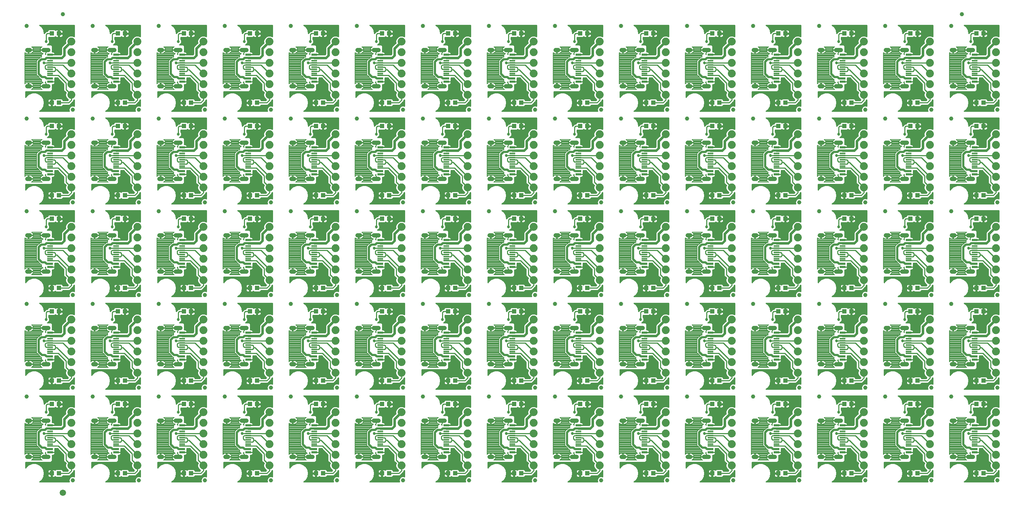
<source format=gtl>
G75*
%MOIN*%
%OFA0B0*%
%FSLAX25Y25*%
%IPPOS*%
%LPD*%
%AMOC8*
5,1,8,0,0,1.08239X$1,22.5*
%
%ADD10C,0.03937*%
%ADD11R,0.04331X0.03937*%
%ADD12R,0.05709X0.01181*%
%ADD13R,0.05709X0.02362*%
%ADD14R,0.05709X0.02165*%
%ADD15C,0.03937*%
%ADD16C,0.07400*%
%ADD17C,0.05906*%
%ADD18C,0.01000*%
%ADD19C,0.02700*%
%ADD20C,0.00800*%
%ADD21C,0.02300*%
%ADD22C,0.02000*%
D10*
X0085250Y0032000D03*
X0147250Y0032000D03*
X0209250Y0032000D03*
X0271250Y0032000D03*
X0333250Y0032000D03*
X0395250Y0032000D03*
X0457250Y0032000D03*
X0519250Y0032000D03*
X0581250Y0032000D03*
X0643250Y0032000D03*
X0705250Y0032000D03*
X0767250Y0032000D03*
X0829250Y0032000D03*
X0891250Y0032000D03*
X0953250Y0032000D03*
X0909750Y0110500D03*
X0891250Y0119000D03*
X0847750Y0110500D03*
X0829250Y0119000D03*
X0785750Y0110500D03*
X0767250Y0119000D03*
X0723750Y0110500D03*
X0705250Y0119000D03*
X0661750Y0110500D03*
X0643250Y0119000D03*
X0599750Y0110500D03*
X0581250Y0119000D03*
X0537750Y0110500D03*
X0519250Y0119000D03*
X0475750Y0110500D03*
X0457250Y0119000D03*
X0413750Y0110500D03*
X0395250Y0119000D03*
X0351750Y0110500D03*
X0333250Y0119000D03*
X0289750Y0110500D03*
X0271250Y0119000D03*
X0227750Y0110500D03*
X0209250Y0119000D03*
X0165750Y0110500D03*
X0147250Y0119000D03*
X0103750Y0110500D03*
X0085250Y0119000D03*
X0041750Y0110500D03*
X0041750Y0197500D03*
X0085250Y0206000D03*
X0103750Y0197500D03*
X0147250Y0206000D03*
X0165750Y0197500D03*
X0209250Y0206000D03*
X0227750Y0197500D03*
X0271250Y0206000D03*
X0289750Y0197500D03*
X0333250Y0206000D03*
X0351750Y0197500D03*
X0395250Y0206000D03*
X0413750Y0197500D03*
X0457250Y0206000D03*
X0475750Y0197500D03*
X0519250Y0206000D03*
X0537750Y0197500D03*
X0581250Y0206000D03*
X0599750Y0197500D03*
X0643250Y0206000D03*
X0661750Y0197500D03*
X0705250Y0206000D03*
X0723750Y0197500D03*
X0767250Y0206000D03*
X0785750Y0197500D03*
X0829250Y0206000D03*
X0847750Y0197500D03*
X0891250Y0206000D03*
X0909750Y0197500D03*
X0953250Y0206000D03*
X0909750Y0284500D03*
X0891250Y0293000D03*
X0847750Y0284500D03*
X0829250Y0293000D03*
X0785750Y0284500D03*
X0767250Y0293000D03*
X0723750Y0284500D03*
X0705250Y0293000D03*
X0661750Y0284500D03*
X0643250Y0293000D03*
X0599750Y0284500D03*
X0581250Y0293000D03*
X0537750Y0284500D03*
X0519250Y0293000D03*
X0475750Y0284500D03*
X0457250Y0293000D03*
X0413750Y0284500D03*
X0395250Y0293000D03*
X0351750Y0284500D03*
X0333250Y0293000D03*
X0289750Y0284500D03*
X0271250Y0293000D03*
X0227750Y0284500D03*
X0209250Y0293000D03*
X0165750Y0284500D03*
X0147250Y0293000D03*
X0103750Y0284500D03*
X0085250Y0293000D03*
X0041750Y0284500D03*
X0041750Y0371500D03*
X0085250Y0380000D03*
X0103750Y0371500D03*
X0147250Y0380000D03*
X0165750Y0371500D03*
X0209250Y0380000D03*
X0227750Y0371500D03*
X0271250Y0380000D03*
X0289750Y0371500D03*
X0333250Y0380000D03*
X0351750Y0371500D03*
X0395250Y0380000D03*
X0413750Y0371500D03*
X0457250Y0380000D03*
X0475750Y0371500D03*
X0519250Y0380000D03*
X0537750Y0371500D03*
X0581250Y0380000D03*
X0599750Y0371500D03*
X0643250Y0380000D03*
X0661750Y0371500D03*
X0705250Y0380000D03*
X0723750Y0371500D03*
X0767250Y0380000D03*
X0785750Y0371500D03*
X0829250Y0380000D03*
X0847750Y0371500D03*
X0891250Y0380000D03*
X0909750Y0371500D03*
X0953250Y0380000D03*
X0909750Y0458500D03*
X0919750Y0469750D03*
X0847750Y0458500D03*
X0785750Y0458500D03*
X0723750Y0458500D03*
X0661750Y0458500D03*
X0599750Y0458500D03*
X0537750Y0458500D03*
X0475750Y0458500D03*
X0413750Y0458500D03*
X0351750Y0458500D03*
X0289750Y0458500D03*
X0227750Y0458500D03*
X0165750Y0458500D03*
X0103750Y0458500D03*
X0075750Y0469750D03*
X0041750Y0458500D03*
X0953250Y0293000D03*
X0953250Y0119000D03*
D11*
X0940096Y0125500D03*
X0933404Y0125500D03*
X0933404Y0103500D03*
X0940096Y0103500D03*
X0878096Y0103500D03*
X0871404Y0103500D03*
X0871404Y0125500D03*
X0878096Y0125500D03*
X0816096Y0125500D03*
X0809404Y0125500D03*
X0809404Y0103500D03*
X0816096Y0103500D03*
X0754096Y0103500D03*
X0747404Y0103500D03*
X0747404Y0125500D03*
X0754096Y0125500D03*
X0692096Y0125500D03*
X0685404Y0125500D03*
X0685404Y0103500D03*
X0692096Y0103500D03*
X0630096Y0103500D03*
X0623404Y0103500D03*
X0623404Y0125500D03*
X0630096Y0125500D03*
X0568096Y0125500D03*
X0561404Y0125500D03*
X0561404Y0103500D03*
X0568096Y0103500D03*
X0506096Y0103500D03*
X0499404Y0103500D03*
X0499404Y0125500D03*
X0506096Y0125500D03*
X0444096Y0125500D03*
X0437404Y0125500D03*
X0437404Y0103500D03*
X0444096Y0103500D03*
X0382096Y0103500D03*
X0375404Y0103500D03*
X0375404Y0125500D03*
X0382096Y0125500D03*
X0320096Y0125500D03*
X0313404Y0125500D03*
X0313404Y0103500D03*
X0320096Y0103500D03*
X0258096Y0103500D03*
X0251404Y0103500D03*
X0251404Y0125500D03*
X0258096Y0125500D03*
X0196096Y0125500D03*
X0189404Y0125500D03*
X0189404Y0103500D03*
X0196096Y0103500D03*
X0134096Y0103500D03*
X0127404Y0103500D03*
X0127404Y0125500D03*
X0134096Y0125500D03*
X0072096Y0125500D03*
X0065404Y0125500D03*
X0065404Y0103500D03*
X0072096Y0103500D03*
X0072096Y0038500D03*
X0065404Y0038500D03*
X0127404Y0038500D03*
X0134096Y0038500D03*
X0189404Y0038500D03*
X0196096Y0038500D03*
X0251404Y0038500D03*
X0258096Y0038500D03*
X0313404Y0038500D03*
X0320096Y0038500D03*
X0375404Y0038500D03*
X0382096Y0038500D03*
X0437404Y0038500D03*
X0444096Y0038500D03*
X0499404Y0038500D03*
X0506096Y0038500D03*
X0561404Y0038500D03*
X0568096Y0038500D03*
X0623404Y0038500D03*
X0630096Y0038500D03*
X0685404Y0038500D03*
X0692096Y0038500D03*
X0747404Y0038500D03*
X0754096Y0038500D03*
X0809404Y0038500D03*
X0816096Y0038500D03*
X0871404Y0038500D03*
X0878096Y0038500D03*
X0933404Y0038500D03*
X0940096Y0038500D03*
X0940096Y0190500D03*
X0933404Y0190500D03*
X0933404Y0212500D03*
X0940096Y0212500D03*
X0878096Y0212500D03*
X0871404Y0212500D03*
X0871404Y0190500D03*
X0878096Y0190500D03*
X0816096Y0190500D03*
X0809404Y0190500D03*
X0809404Y0212500D03*
X0816096Y0212500D03*
X0754096Y0212500D03*
X0747404Y0212500D03*
X0747404Y0190500D03*
X0754096Y0190500D03*
X0692096Y0190500D03*
X0685404Y0190500D03*
X0685404Y0212500D03*
X0692096Y0212500D03*
X0630096Y0212500D03*
X0623404Y0212500D03*
X0623404Y0190500D03*
X0630096Y0190500D03*
X0568096Y0190500D03*
X0561404Y0190500D03*
X0561404Y0212500D03*
X0568096Y0212500D03*
X0506096Y0212500D03*
X0499404Y0212500D03*
X0499404Y0190500D03*
X0506096Y0190500D03*
X0444096Y0190500D03*
X0437404Y0190500D03*
X0437404Y0212500D03*
X0444096Y0212500D03*
X0382096Y0212500D03*
X0375404Y0212500D03*
X0375404Y0190500D03*
X0382096Y0190500D03*
X0320096Y0190500D03*
X0313404Y0190500D03*
X0313404Y0212500D03*
X0320096Y0212500D03*
X0258096Y0212500D03*
X0251404Y0212500D03*
X0251404Y0190500D03*
X0258096Y0190500D03*
X0196096Y0190500D03*
X0189404Y0190500D03*
X0189404Y0212500D03*
X0196096Y0212500D03*
X0134096Y0212500D03*
X0127404Y0212500D03*
X0127404Y0190500D03*
X0134096Y0190500D03*
X0072096Y0190500D03*
X0065404Y0190500D03*
X0065404Y0212500D03*
X0072096Y0212500D03*
X0072096Y0277500D03*
X0065404Y0277500D03*
X0065404Y0299500D03*
X0072096Y0299500D03*
X0127404Y0299500D03*
X0134096Y0299500D03*
X0134096Y0277500D03*
X0127404Y0277500D03*
X0189404Y0277500D03*
X0196096Y0277500D03*
X0196096Y0299500D03*
X0189404Y0299500D03*
X0251404Y0299500D03*
X0258096Y0299500D03*
X0258096Y0277500D03*
X0251404Y0277500D03*
X0313404Y0277500D03*
X0320096Y0277500D03*
X0320096Y0299500D03*
X0313404Y0299500D03*
X0375404Y0299500D03*
X0382096Y0299500D03*
X0382096Y0277500D03*
X0375404Y0277500D03*
X0437404Y0277500D03*
X0444096Y0277500D03*
X0444096Y0299500D03*
X0437404Y0299500D03*
X0499404Y0299500D03*
X0506096Y0299500D03*
X0506096Y0277500D03*
X0499404Y0277500D03*
X0561404Y0277500D03*
X0568096Y0277500D03*
X0568096Y0299500D03*
X0561404Y0299500D03*
X0623404Y0299500D03*
X0630096Y0299500D03*
X0630096Y0277500D03*
X0623404Y0277500D03*
X0685404Y0277500D03*
X0692096Y0277500D03*
X0692096Y0299500D03*
X0685404Y0299500D03*
X0747404Y0299500D03*
X0754096Y0299500D03*
X0754096Y0277500D03*
X0747404Y0277500D03*
X0809404Y0277500D03*
X0816096Y0277500D03*
X0816096Y0299500D03*
X0809404Y0299500D03*
X0871404Y0299500D03*
X0878096Y0299500D03*
X0878096Y0277500D03*
X0871404Y0277500D03*
X0933404Y0277500D03*
X0940096Y0277500D03*
X0940096Y0299500D03*
X0933404Y0299500D03*
X0933404Y0364500D03*
X0940096Y0364500D03*
X0940096Y0386500D03*
X0933404Y0386500D03*
X0878096Y0386500D03*
X0871404Y0386500D03*
X0871404Y0364500D03*
X0878096Y0364500D03*
X0816096Y0364500D03*
X0809404Y0364500D03*
X0809404Y0386500D03*
X0816096Y0386500D03*
X0754096Y0386500D03*
X0747404Y0386500D03*
X0747404Y0364500D03*
X0754096Y0364500D03*
X0692096Y0364500D03*
X0685404Y0364500D03*
X0685404Y0386500D03*
X0692096Y0386500D03*
X0630096Y0386500D03*
X0623404Y0386500D03*
X0623404Y0364500D03*
X0630096Y0364500D03*
X0568096Y0364500D03*
X0561404Y0364500D03*
X0561404Y0386500D03*
X0568096Y0386500D03*
X0506096Y0386500D03*
X0499404Y0386500D03*
X0499404Y0364500D03*
X0506096Y0364500D03*
X0444096Y0364500D03*
X0437404Y0364500D03*
X0437404Y0386500D03*
X0444096Y0386500D03*
X0382096Y0386500D03*
X0375404Y0386500D03*
X0375404Y0364500D03*
X0382096Y0364500D03*
X0320096Y0364500D03*
X0313404Y0364500D03*
X0313404Y0386500D03*
X0320096Y0386500D03*
X0258096Y0386500D03*
X0251404Y0386500D03*
X0251404Y0364500D03*
X0258096Y0364500D03*
X0196096Y0364500D03*
X0189404Y0364500D03*
X0189404Y0386500D03*
X0196096Y0386500D03*
X0134096Y0386500D03*
X0127404Y0386500D03*
X0127404Y0364500D03*
X0134096Y0364500D03*
X0072096Y0364500D03*
X0065404Y0364500D03*
X0065404Y0386500D03*
X0072096Y0386500D03*
X0072096Y0451500D03*
X0065404Y0451500D03*
X0127404Y0451500D03*
X0134096Y0451500D03*
X0189404Y0451500D03*
X0196096Y0451500D03*
X0251404Y0451500D03*
X0258096Y0451500D03*
X0313404Y0451500D03*
X0320096Y0451500D03*
X0375404Y0451500D03*
X0382096Y0451500D03*
X0437404Y0451500D03*
X0444096Y0451500D03*
X0499404Y0451500D03*
X0506096Y0451500D03*
X0561404Y0451500D03*
X0568096Y0451500D03*
X0623404Y0451500D03*
X0630096Y0451500D03*
X0685404Y0451500D03*
X0692096Y0451500D03*
X0747404Y0451500D03*
X0754096Y0451500D03*
X0809404Y0451500D03*
X0816096Y0451500D03*
X0871404Y0451500D03*
X0878096Y0451500D03*
X0933404Y0451500D03*
X0940096Y0451500D03*
D12*
X0931750Y0425890D03*
X0931750Y0423921D03*
X0931750Y0421953D03*
X0931750Y0419984D03*
X0931750Y0418016D03*
X0931750Y0416047D03*
X0931750Y0414079D03*
X0931750Y0412110D03*
X0869750Y0412110D03*
X0869750Y0414079D03*
X0869750Y0416047D03*
X0869750Y0418016D03*
X0869750Y0419984D03*
X0869750Y0421953D03*
X0869750Y0423921D03*
X0869750Y0425890D03*
X0807750Y0425890D03*
X0807750Y0423921D03*
X0807750Y0421953D03*
X0807750Y0419984D03*
X0807750Y0418016D03*
X0807750Y0416047D03*
X0807750Y0414079D03*
X0807750Y0412110D03*
X0745750Y0412110D03*
X0745750Y0414079D03*
X0745750Y0416047D03*
X0745750Y0418016D03*
X0745750Y0419984D03*
X0745750Y0421953D03*
X0745750Y0423921D03*
X0745750Y0425890D03*
X0683750Y0425890D03*
X0683750Y0423921D03*
X0683750Y0421953D03*
X0683750Y0419984D03*
X0683750Y0418016D03*
X0683750Y0416047D03*
X0683750Y0414079D03*
X0683750Y0412110D03*
X0621750Y0412110D03*
X0621750Y0414079D03*
X0621750Y0416047D03*
X0621750Y0418016D03*
X0621750Y0419984D03*
X0621750Y0421953D03*
X0621750Y0423921D03*
X0621750Y0425890D03*
X0559750Y0425890D03*
X0559750Y0423921D03*
X0559750Y0421953D03*
X0559750Y0419984D03*
X0559750Y0418016D03*
X0559750Y0416047D03*
X0559750Y0414079D03*
X0559750Y0412110D03*
X0497750Y0412110D03*
X0497750Y0414079D03*
X0497750Y0416047D03*
X0497750Y0418016D03*
X0497750Y0419984D03*
X0497750Y0421953D03*
X0497750Y0423921D03*
X0497750Y0425890D03*
X0435750Y0425890D03*
X0435750Y0423921D03*
X0435750Y0421953D03*
X0435750Y0419984D03*
X0435750Y0418016D03*
X0435750Y0416047D03*
X0435750Y0414079D03*
X0435750Y0412110D03*
X0373750Y0412110D03*
X0373750Y0414079D03*
X0373750Y0416047D03*
X0373750Y0418016D03*
X0373750Y0419984D03*
X0373750Y0421953D03*
X0373750Y0423921D03*
X0373750Y0425890D03*
X0311750Y0425890D03*
X0311750Y0423921D03*
X0311750Y0421953D03*
X0311750Y0419984D03*
X0311750Y0418016D03*
X0311750Y0416047D03*
X0311750Y0414079D03*
X0311750Y0412110D03*
X0249750Y0412110D03*
X0249750Y0414079D03*
X0249750Y0416047D03*
X0249750Y0418016D03*
X0249750Y0419984D03*
X0249750Y0421953D03*
X0249750Y0423921D03*
X0249750Y0425890D03*
X0187750Y0425890D03*
X0187750Y0423921D03*
X0187750Y0421953D03*
X0187750Y0419984D03*
X0187750Y0418016D03*
X0187750Y0416047D03*
X0187750Y0414079D03*
X0187750Y0412110D03*
X0125750Y0412110D03*
X0125750Y0414079D03*
X0125750Y0416047D03*
X0125750Y0418016D03*
X0125750Y0419984D03*
X0125750Y0421953D03*
X0125750Y0423921D03*
X0125750Y0425890D03*
X0063750Y0425890D03*
X0063750Y0423921D03*
X0063750Y0421953D03*
X0063750Y0419984D03*
X0063750Y0418016D03*
X0063750Y0416047D03*
X0063750Y0414079D03*
X0063750Y0412110D03*
X0063750Y0338890D03*
X0063750Y0336921D03*
X0063750Y0334953D03*
X0063750Y0332984D03*
X0063750Y0331016D03*
X0063750Y0329047D03*
X0063750Y0327079D03*
X0063750Y0325110D03*
X0125750Y0325110D03*
X0125750Y0327079D03*
X0125750Y0329047D03*
X0125750Y0331016D03*
X0125750Y0332984D03*
X0125750Y0334953D03*
X0125750Y0336921D03*
X0125750Y0338890D03*
X0187750Y0338890D03*
X0187750Y0336921D03*
X0187750Y0334953D03*
X0187750Y0332984D03*
X0187750Y0331016D03*
X0187750Y0329047D03*
X0187750Y0327079D03*
X0187750Y0325110D03*
X0249750Y0325110D03*
X0249750Y0327079D03*
X0249750Y0329047D03*
X0249750Y0331016D03*
X0249750Y0332984D03*
X0249750Y0334953D03*
X0249750Y0336921D03*
X0249750Y0338890D03*
X0311750Y0338890D03*
X0311750Y0336921D03*
X0311750Y0334953D03*
X0311750Y0332984D03*
X0311750Y0331016D03*
X0311750Y0329047D03*
X0311750Y0327079D03*
X0311750Y0325110D03*
X0373750Y0325110D03*
X0373750Y0327079D03*
X0373750Y0329047D03*
X0373750Y0331016D03*
X0373750Y0332984D03*
X0373750Y0334953D03*
X0373750Y0336921D03*
X0373750Y0338890D03*
X0435750Y0338890D03*
X0435750Y0336921D03*
X0435750Y0334953D03*
X0435750Y0332984D03*
X0435750Y0331016D03*
X0435750Y0329047D03*
X0435750Y0327079D03*
X0435750Y0325110D03*
X0497750Y0325110D03*
X0497750Y0327079D03*
X0497750Y0329047D03*
X0497750Y0331016D03*
X0497750Y0332984D03*
X0497750Y0334953D03*
X0497750Y0336921D03*
X0497750Y0338890D03*
X0559750Y0338890D03*
X0559750Y0336921D03*
X0559750Y0334953D03*
X0559750Y0332984D03*
X0559750Y0331016D03*
X0559750Y0329047D03*
X0559750Y0327079D03*
X0559750Y0325110D03*
X0621750Y0325110D03*
X0621750Y0327079D03*
X0621750Y0329047D03*
X0621750Y0331016D03*
X0621750Y0332984D03*
X0621750Y0334953D03*
X0621750Y0336921D03*
X0621750Y0338890D03*
X0683750Y0338890D03*
X0683750Y0336921D03*
X0683750Y0334953D03*
X0683750Y0332984D03*
X0683750Y0331016D03*
X0683750Y0329047D03*
X0683750Y0327079D03*
X0683750Y0325110D03*
X0745750Y0325110D03*
X0745750Y0327079D03*
X0745750Y0329047D03*
X0745750Y0331016D03*
X0745750Y0332984D03*
X0745750Y0334953D03*
X0745750Y0336921D03*
X0745750Y0338890D03*
X0807750Y0338890D03*
X0807750Y0336921D03*
X0807750Y0334953D03*
X0807750Y0332984D03*
X0807750Y0331016D03*
X0807750Y0329047D03*
X0807750Y0327079D03*
X0807750Y0325110D03*
X0869750Y0325110D03*
X0869750Y0327079D03*
X0869750Y0329047D03*
X0869750Y0331016D03*
X0869750Y0332984D03*
X0869750Y0334953D03*
X0869750Y0336921D03*
X0869750Y0338890D03*
X0931750Y0338890D03*
X0931750Y0336921D03*
X0931750Y0334953D03*
X0931750Y0332984D03*
X0931750Y0331016D03*
X0931750Y0329047D03*
X0931750Y0327079D03*
X0931750Y0325110D03*
X0931750Y0251890D03*
X0931750Y0249921D03*
X0931750Y0247953D03*
X0931750Y0245984D03*
X0931750Y0244016D03*
X0931750Y0242047D03*
X0931750Y0240079D03*
X0931750Y0238110D03*
X0869750Y0238110D03*
X0869750Y0240079D03*
X0869750Y0242047D03*
X0869750Y0244016D03*
X0869750Y0245984D03*
X0869750Y0247953D03*
X0869750Y0249921D03*
X0869750Y0251890D03*
X0807750Y0251890D03*
X0807750Y0249921D03*
X0807750Y0247953D03*
X0807750Y0245984D03*
X0807750Y0244016D03*
X0807750Y0242047D03*
X0807750Y0240079D03*
X0807750Y0238110D03*
X0745750Y0238110D03*
X0745750Y0240079D03*
X0745750Y0242047D03*
X0745750Y0244016D03*
X0745750Y0245984D03*
X0745750Y0247953D03*
X0745750Y0249921D03*
X0745750Y0251890D03*
X0683750Y0251890D03*
X0683750Y0249921D03*
X0683750Y0247953D03*
X0683750Y0245984D03*
X0683750Y0244016D03*
X0683750Y0242047D03*
X0683750Y0240079D03*
X0683750Y0238110D03*
X0621750Y0238110D03*
X0621750Y0240079D03*
X0621750Y0242047D03*
X0621750Y0244016D03*
X0621750Y0245984D03*
X0621750Y0247953D03*
X0621750Y0249921D03*
X0621750Y0251890D03*
X0559750Y0251890D03*
X0559750Y0249921D03*
X0559750Y0247953D03*
X0559750Y0245984D03*
X0559750Y0244016D03*
X0559750Y0242047D03*
X0559750Y0240079D03*
X0559750Y0238110D03*
X0497750Y0238110D03*
X0497750Y0240079D03*
X0497750Y0242047D03*
X0497750Y0244016D03*
X0497750Y0245984D03*
X0497750Y0247953D03*
X0497750Y0249921D03*
X0497750Y0251890D03*
X0435750Y0251890D03*
X0435750Y0249921D03*
X0435750Y0247953D03*
X0435750Y0245984D03*
X0435750Y0244016D03*
X0435750Y0242047D03*
X0435750Y0240079D03*
X0435750Y0238110D03*
X0373750Y0238110D03*
X0373750Y0240079D03*
X0373750Y0242047D03*
X0373750Y0244016D03*
X0373750Y0245984D03*
X0373750Y0247953D03*
X0373750Y0249921D03*
X0373750Y0251890D03*
X0311750Y0251890D03*
X0311750Y0249921D03*
X0311750Y0247953D03*
X0311750Y0245984D03*
X0311750Y0244016D03*
X0311750Y0242047D03*
X0311750Y0240079D03*
X0311750Y0238110D03*
X0249750Y0238110D03*
X0249750Y0240079D03*
X0249750Y0242047D03*
X0249750Y0244016D03*
X0249750Y0245984D03*
X0249750Y0247953D03*
X0249750Y0249921D03*
X0249750Y0251890D03*
X0187750Y0251890D03*
X0187750Y0249921D03*
X0187750Y0247953D03*
X0187750Y0245984D03*
X0187750Y0244016D03*
X0187750Y0242047D03*
X0187750Y0240079D03*
X0187750Y0238110D03*
X0125750Y0238110D03*
X0125750Y0240079D03*
X0125750Y0242047D03*
X0125750Y0244016D03*
X0125750Y0245984D03*
X0125750Y0247953D03*
X0125750Y0249921D03*
X0125750Y0251890D03*
X0063750Y0251890D03*
X0063750Y0249921D03*
X0063750Y0247953D03*
X0063750Y0245984D03*
X0063750Y0244016D03*
X0063750Y0242047D03*
X0063750Y0240079D03*
X0063750Y0238110D03*
X0063750Y0164890D03*
X0063750Y0162921D03*
X0063750Y0160953D03*
X0063750Y0158984D03*
X0063750Y0157016D03*
X0063750Y0155047D03*
X0063750Y0153079D03*
X0063750Y0151110D03*
X0125750Y0151110D03*
X0125750Y0153079D03*
X0125750Y0155047D03*
X0125750Y0157016D03*
X0125750Y0158984D03*
X0125750Y0160953D03*
X0125750Y0162921D03*
X0125750Y0164890D03*
X0187750Y0164890D03*
X0187750Y0162921D03*
X0187750Y0160953D03*
X0187750Y0158984D03*
X0187750Y0157016D03*
X0187750Y0155047D03*
X0187750Y0153079D03*
X0187750Y0151110D03*
X0249750Y0151110D03*
X0249750Y0153079D03*
X0249750Y0155047D03*
X0249750Y0157016D03*
X0249750Y0158984D03*
X0249750Y0160953D03*
X0249750Y0162921D03*
X0249750Y0164890D03*
X0311750Y0164890D03*
X0311750Y0162921D03*
X0311750Y0160953D03*
X0311750Y0158984D03*
X0311750Y0157016D03*
X0311750Y0155047D03*
X0311750Y0153079D03*
X0311750Y0151110D03*
X0373750Y0151110D03*
X0373750Y0153079D03*
X0373750Y0155047D03*
X0373750Y0157016D03*
X0373750Y0158984D03*
X0373750Y0160953D03*
X0373750Y0162921D03*
X0373750Y0164890D03*
X0435750Y0164890D03*
X0435750Y0162921D03*
X0435750Y0160953D03*
X0435750Y0158984D03*
X0435750Y0157016D03*
X0435750Y0155047D03*
X0435750Y0153079D03*
X0435750Y0151110D03*
X0497750Y0151110D03*
X0497750Y0153079D03*
X0497750Y0155047D03*
X0497750Y0157016D03*
X0497750Y0158984D03*
X0497750Y0160953D03*
X0497750Y0162921D03*
X0497750Y0164890D03*
X0559750Y0164890D03*
X0559750Y0162921D03*
X0559750Y0160953D03*
X0559750Y0158984D03*
X0559750Y0157016D03*
X0559750Y0155047D03*
X0559750Y0153079D03*
X0559750Y0151110D03*
X0621750Y0151110D03*
X0621750Y0153079D03*
X0621750Y0155047D03*
X0621750Y0157016D03*
X0621750Y0158984D03*
X0621750Y0160953D03*
X0621750Y0162921D03*
X0621750Y0164890D03*
X0683750Y0164890D03*
X0683750Y0162921D03*
X0683750Y0160953D03*
X0683750Y0158984D03*
X0683750Y0157016D03*
X0683750Y0155047D03*
X0683750Y0153079D03*
X0683750Y0151110D03*
X0745750Y0151110D03*
X0745750Y0153079D03*
X0745750Y0155047D03*
X0745750Y0157016D03*
X0745750Y0158984D03*
X0745750Y0160953D03*
X0745750Y0162921D03*
X0745750Y0164890D03*
X0807750Y0164890D03*
X0807750Y0162921D03*
X0807750Y0160953D03*
X0807750Y0158984D03*
X0807750Y0157016D03*
X0807750Y0155047D03*
X0807750Y0153079D03*
X0807750Y0151110D03*
X0869750Y0151110D03*
X0869750Y0153079D03*
X0869750Y0155047D03*
X0869750Y0157016D03*
X0869750Y0158984D03*
X0869750Y0160953D03*
X0869750Y0162921D03*
X0869750Y0164890D03*
X0931750Y0164890D03*
X0931750Y0162921D03*
X0931750Y0160953D03*
X0931750Y0158984D03*
X0931750Y0157016D03*
X0931750Y0155047D03*
X0931750Y0153079D03*
X0931750Y0151110D03*
X0931750Y0077890D03*
X0931750Y0075921D03*
X0931750Y0073953D03*
X0931750Y0071984D03*
X0931750Y0070016D03*
X0931750Y0068047D03*
X0931750Y0066079D03*
X0931750Y0064110D03*
X0869750Y0064110D03*
X0869750Y0066079D03*
X0869750Y0068047D03*
X0869750Y0070016D03*
X0869750Y0071984D03*
X0869750Y0073953D03*
X0869750Y0075921D03*
X0869750Y0077890D03*
X0807750Y0077890D03*
X0807750Y0075921D03*
X0807750Y0073953D03*
X0807750Y0071984D03*
X0807750Y0070016D03*
X0807750Y0068047D03*
X0807750Y0066079D03*
X0807750Y0064110D03*
X0745750Y0064110D03*
X0745750Y0066079D03*
X0745750Y0068047D03*
X0745750Y0070016D03*
X0745750Y0071984D03*
X0745750Y0073953D03*
X0745750Y0075921D03*
X0745750Y0077890D03*
X0683750Y0077890D03*
X0683750Y0075921D03*
X0683750Y0073953D03*
X0683750Y0071984D03*
X0683750Y0070016D03*
X0683750Y0068047D03*
X0683750Y0066079D03*
X0683750Y0064110D03*
X0621750Y0064110D03*
X0621750Y0066079D03*
X0621750Y0068047D03*
X0621750Y0070016D03*
X0621750Y0071984D03*
X0621750Y0073953D03*
X0621750Y0075921D03*
X0621750Y0077890D03*
X0559750Y0077890D03*
X0559750Y0075921D03*
X0559750Y0073953D03*
X0559750Y0071984D03*
X0559750Y0070016D03*
X0559750Y0068047D03*
X0559750Y0066079D03*
X0559750Y0064110D03*
X0497750Y0064110D03*
X0497750Y0066079D03*
X0497750Y0068047D03*
X0497750Y0070016D03*
X0497750Y0071984D03*
X0497750Y0073953D03*
X0497750Y0075921D03*
X0497750Y0077890D03*
X0435750Y0077890D03*
X0435750Y0075921D03*
X0435750Y0073953D03*
X0435750Y0071984D03*
X0435750Y0070016D03*
X0435750Y0068047D03*
X0435750Y0066079D03*
X0435750Y0064110D03*
X0373750Y0064110D03*
X0373750Y0066079D03*
X0373750Y0068047D03*
X0373750Y0070016D03*
X0373750Y0071984D03*
X0373750Y0073953D03*
X0373750Y0075921D03*
X0373750Y0077890D03*
X0311750Y0077890D03*
X0311750Y0075921D03*
X0311750Y0073953D03*
X0311750Y0071984D03*
X0311750Y0070016D03*
X0311750Y0068047D03*
X0311750Y0066079D03*
X0311750Y0064110D03*
X0249750Y0064110D03*
X0249750Y0066079D03*
X0249750Y0068047D03*
X0249750Y0070016D03*
X0249750Y0071984D03*
X0249750Y0073953D03*
X0249750Y0075921D03*
X0249750Y0077890D03*
X0187750Y0077890D03*
X0187750Y0075921D03*
X0187750Y0073953D03*
X0187750Y0071984D03*
X0187750Y0070016D03*
X0187750Y0068047D03*
X0187750Y0066079D03*
X0187750Y0064110D03*
X0125750Y0064110D03*
X0125750Y0066079D03*
X0125750Y0068047D03*
X0125750Y0070016D03*
X0125750Y0071984D03*
X0125750Y0073953D03*
X0125750Y0075921D03*
X0125750Y0077890D03*
X0063750Y0077890D03*
X0063750Y0075921D03*
X0063750Y0073953D03*
X0063750Y0071984D03*
X0063750Y0070016D03*
X0063750Y0068047D03*
X0063750Y0066079D03*
X0063750Y0064110D03*
D13*
X0063750Y0058303D03*
X0063750Y0083697D03*
X0125750Y0083697D03*
X0125750Y0058303D03*
X0187750Y0058303D03*
X0187750Y0083697D03*
X0249750Y0083697D03*
X0249750Y0058303D03*
X0311750Y0058303D03*
X0373750Y0058303D03*
X0373750Y0083697D03*
X0311750Y0083697D03*
X0435750Y0083697D03*
X0435750Y0058303D03*
X0497750Y0058303D03*
X0497750Y0083697D03*
X0559750Y0083697D03*
X0559750Y0058303D03*
X0621750Y0058303D03*
X0683750Y0058303D03*
X0683750Y0083697D03*
X0621750Y0083697D03*
X0745750Y0083697D03*
X0745750Y0058303D03*
X0807750Y0058303D03*
X0807750Y0083697D03*
X0869750Y0083697D03*
X0869750Y0058303D03*
X0931750Y0058303D03*
X0931750Y0083697D03*
X0931750Y0145303D03*
X0931750Y0170697D03*
X0869750Y0170697D03*
X0869750Y0145303D03*
X0807750Y0145303D03*
X0807750Y0170697D03*
X0745750Y0170697D03*
X0745750Y0145303D03*
X0683750Y0145303D03*
X0683750Y0170697D03*
X0621750Y0170697D03*
X0621750Y0145303D03*
X0559750Y0145303D03*
X0559750Y0170697D03*
X0497750Y0170697D03*
X0497750Y0145303D03*
X0435750Y0145303D03*
X0435750Y0170697D03*
X0373750Y0170697D03*
X0373750Y0145303D03*
X0311750Y0145303D03*
X0311750Y0170697D03*
X0249750Y0170697D03*
X0249750Y0145303D03*
X0187750Y0145303D03*
X0187750Y0170697D03*
X0125750Y0170697D03*
X0125750Y0145303D03*
X0063750Y0145303D03*
X0063750Y0170697D03*
X0063750Y0232303D03*
X0063750Y0257697D03*
X0125750Y0257697D03*
X0125750Y0232303D03*
X0187750Y0232303D03*
X0187750Y0257697D03*
X0249750Y0257697D03*
X0249750Y0232303D03*
X0311750Y0232303D03*
X0311750Y0257697D03*
X0373750Y0257697D03*
X0373750Y0232303D03*
X0435750Y0232303D03*
X0435750Y0257697D03*
X0497750Y0257697D03*
X0497750Y0232303D03*
X0559750Y0232303D03*
X0559750Y0257697D03*
X0621750Y0257697D03*
X0621750Y0232303D03*
X0683750Y0232303D03*
X0683750Y0257697D03*
X0745750Y0257697D03*
X0745750Y0232303D03*
X0807750Y0232303D03*
X0807750Y0257697D03*
X0869750Y0257697D03*
X0869750Y0232303D03*
X0931750Y0232303D03*
X0931750Y0257697D03*
X0931750Y0319303D03*
X0931750Y0344697D03*
X0869750Y0344697D03*
X0869750Y0319303D03*
X0807750Y0319303D03*
X0807750Y0344697D03*
X0745750Y0344697D03*
X0745750Y0319303D03*
X0683750Y0319303D03*
X0683750Y0344697D03*
X0621750Y0344697D03*
X0621750Y0319303D03*
X0559750Y0319303D03*
X0559750Y0344697D03*
X0497750Y0344697D03*
X0497750Y0319303D03*
X0435750Y0319303D03*
X0435750Y0344697D03*
X0373750Y0344697D03*
X0373750Y0319303D03*
X0311750Y0319303D03*
X0311750Y0344697D03*
X0249750Y0344697D03*
X0249750Y0319303D03*
X0187750Y0319303D03*
X0187750Y0344697D03*
X0125750Y0344697D03*
X0125750Y0319303D03*
X0063750Y0319303D03*
X0063750Y0344697D03*
X0063750Y0406303D03*
X0063750Y0431697D03*
X0125750Y0431697D03*
X0125750Y0406303D03*
X0187750Y0406303D03*
X0187750Y0431697D03*
X0249750Y0431697D03*
X0249750Y0406303D03*
X0311750Y0406303D03*
X0373750Y0406303D03*
X0373750Y0431697D03*
X0311750Y0431697D03*
X0435750Y0431697D03*
X0435750Y0406303D03*
X0497750Y0406303D03*
X0497750Y0431697D03*
X0559750Y0431697D03*
X0559750Y0406303D03*
X0621750Y0406303D03*
X0683750Y0406303D03*
X0683750Y0431697D03*
X0621750Y0431697D03*
X0745750Y0431697D03*
X0745750Y0406303D03*
X0807750Y0406303D03*
X0807750Y0431697D03*
X0869750Y0431697D03*
X0869750Y0406303D03*
X0931750Y0406303D03*
X0931750Y0431697D03*
D14*
X0931750Y0428646D03*
X0931750Y0409354D03*
X0869750Y0409354D03*
X0869750Y0428646D03*
X0807750Y0428646D03*
X0807750Y0409354D03*
X0745750Y0409354D03*
X0745750Y0428646D03*
X0683750Y0428646D03*
X0683750Y0409354D03*
X0621750Y0409354D03*
X0621750Y0428646D03*
X0559750Y0428646D03*
X0559750Y0409354D03*
X0497750Y0409354D03*
X0497750Y0428646D03*
X0435750Y0428646D03*
X0435750Y0409354D03*
X0373750Y0409354D03*
X0373750Y0428646D03*
X0311750Y0428646D03*
X0311750Y0409354D03*
X0249750Y0409354D03*
X0249750Y0428646D03*
X0187750Y0428646D03*
X0187750Y0409354D03*
X0125750Y0409354D03*
X0125750Y0428646D03*
X0063750Y0428646D03*
X0063750Y0409354D03*
X0063750Y0341646D03*
X0063750Y0322354D03*
X0125750Y0322354D03*
X0125750Y0341646D03*
X0187750Y0341646D03*
X0187750Y0322354D03*
X0249750Y0322354D03*
X0249750Y0341646D03*
X0311750Y0341646D03*
X0311750Y0322354D03*
X0373750Y0322354D03*
X0373750Y0341646D03*
X0435750Y0341646D03*
X0435750Y0322354D03*
X0497750Y0322354D03*
X0497750Y0341646D03*
X0559750Y0341646D03*
X0559750Y0322354D03*
X0621750Y0322354D03*
X0621750Y0341646D03*
X0683750Y0341646D03*
X0683750Y0322354D03*
X0745750Y0322354D03*
X0745750Y0341646D03*
X0807750Y0341646D03*
X0807750Y0322354D03*
X0869750Y0322354D03*
X0869750Y0341646D03*
X0931750Y0341646D03*
X0931750Y0322354D03*
X0931750Y0254646D03*
X0931750Y0235354D03*
X0869750Y0235354D03*
X0869750Y0254646D03*
X0807750Y0254646D03*
X0807750Y0235354D03*
X0745750Y0235354D03*
X0745750Y0254646D03*
X0683750Y0254646D03*
X0683750Y0235354D03*
X0621750Y0235354D03*
X0621750Y0254646D03*
X0559750Y0254646D03*
X0559750Y0235354D03*
X0497750Y0235354D03*
X0497750Y0254646D03*
X0435750Y0254646D03*
X0435750Y0235354D03*
X0373750Y0235354D03*
X0373750Y0254646D03*
X0311750Y0254646D03*
X0311750Y0235354D03*
X0249750Y0235354D03*
X0249750Y0254646D03*
X0187750Y0254646D03*
X0187750Y0235354D03*
X0125750Y0235354D03*
X0125750Y0254646D03*
X0063750Y0254646D03*
X0063750Y0235354D03*
X0063750Y0167646D03*
X0063750Y0148354D03*
X0125750Y0148354D03*
X0125750Y0167646D03*
X0187750Y0167646D03*
X0187750Y0148354D03*
X0249750Y0148354D03*
X0249750Y0167646D03*
X0311750Y0167646D03*
X0311750Y0148354D03*
X0373750Y0148354D03*
X0373750Y0167646D03*
X0435750Y0167646D03*
X0435750Y0148354D03*
X0497750Y0148354D03*
X0497750Y0167646D03*
X0559750Y0167646D03*
X0559750Y0148354D03*
X0621750Y0148354D03*
X0621750Y0167646D03*
X0683750Y0167646D03*
X0683750Y0148354D03*
X0745750Y0148354D03*
X0745750Y0167646D03*
X0807750Y0167646D03*
X0807750Y0148354D03*
X0869750Y0148354D03*
X0869750Y0167646D03*
X0931750Y0167646D03*
X0931750Y0148354D03*
X0931750Y0080646D03*
X0931750Y0061354D03*
X0869750Y0061354D03*
X0869750Y0080646D03*
X0807750Y0080646D03*
X0807750Y0061354D03*
X0745750Y0061354D03*
X0745750Y0080646D03*
X0683750Y0080646D03*
X0683750Y0061354D03*
X0621750Y0061354D03*
X0621750Y0080646D03*
X0559750Y0080646D03*
X0559750Y0061354D03*
X0497750Y0061354D03*
X0497750Y0080646D03*
X0435750Y0080646D03*
X0435750Y0061354D03*
X0373750Y0061354D03*
X0373750Y0080646D03*
X0311750Y0080646D03*
X0311750Y0061354D03*
X0249750Y0061354D03*
X0249750Y0080646D03*
X0187750Y0080646D03*
X0187750Y0061354D03*
X0125750Y0061354D03*
X0125750Y0080646D03*
X0063750Y0080646D03*
X0063750Y0061354D03*
D15*
X0062314Y0053992D02*
X0062314Y0053992D01*
X0057982Y0053992D01*
X0057982Y0053992D01*
X0062314Y0053992D01*
X0044872Y0053992D02*
X0044872Y0053992D01*
X0042510Y0053992D01*
X0042510Y0053992D01*
X0044872Y0053992D01*
X0106872Y0053992D02*
X0106872Y0053992D01*
X0104510Y0053992D01*
X0104510Y0053992D01*
X0106872Y0053992D01*
X0124314Y0053992D02*
X0124314Y0053992D01*
X0119982Y0053992D01*
X0119982Y0053992D01*
X0124314Y0053992D01*
X0168872Y0053992D02*
X0168872Y0053992D01*
X0166510Y0053992D01*
X0166510Y0053992D01*
X0168872Y0053992D01*
X0186314Y0053992D02*
X0186314Y0053992D01*
X0181982Y0053992D01*
X0181982Y0053992D01*
X0186314Y0053992D01*
X0230872Y0053992D02*
X0230872Y0053992D01*
X0228510Y0053992D01*
X0228510Y0053992D01*
X0230872Y0053992D01*
X0248314Y0053992D02*
X0248314Y0053992D01*
X0243982Y0053992D01*
X0243982Y0053992D01*
X0248314Y0053992D01*
X0292872Y0053992D02*
X0292872Y0053992D01*
X0290510Y0053992D01*
X0290510Y0053992D01*
X0292872Y0053992D01*
X0310314Y0053992D02*
X0310314Y0053992D01*
X0305982Y0053992D01*
X0305982Y0053992D01*
X0310314Y0053992D01*
X0354872Y0053992D02*
X0354872Y0053992D01*
X0352510Y0053992D01*
X0352510Y0053992D01*
X0354872Y0053992D01*
X0372314Y0053992D02*
X0372314Y0053992D01*
X0367982Y0053992D01*
X0367982Y0053992D01*
X0372314Y0053992D01*
X0416872Y0053992D02*
X0416872Y0053992D01*
X0414510Y0053992D01*
X0414510Y0053992D01*
X0416872Y0053992D01*
X0434314Y0053992D02*
X0434314Y0053992D01*
X0429982Y0053992D01*
X0429982Y0053992D01*
X0434314Y0053992D01*
X0478872Y0053992D02*
X0478872Y0053992D01*
X0476510Y0053992D01*
X0476510Y0053992D01*
X0478872Y0053992D01*
X0496314Y0053992D02*
X0496314Y0053992D01*
X0491982Y0053992D01*
X0491982Y0053992D01*
X0496314Y0053992D01*
X0540872Y0053992D02*
X0540872Y0053992D01*
X0538510Y0053992D01*
X0538510Y0053992D01*
X0540872Y0053992D01*
X0558314Y0053992D02*
X0558314Y0053992D01*
X0553982Y0053992D01*
X0553982Y0053992D01*
X0558314Y0053992D01*
X0602872Y0053992D02*
X0602872Y0053992D01*
X0600510Y0053992D01*
X0600510Y0053992D01*
X0602872Y0053992D01*
X0620314Y0053992D02*
X0620314Y0053992D01*
X0615982Y0053992D01*
X0615982Y0053992D01*
X0620314Y0053992D01*
X0664872Y0053992D02*
X0664872Y0053992D01*
X0662510Y0053992D01*
X0662510Y0053992D01*
X0664872Y0053992D01*
X0682314Y0053992D02*
X0682314Y0053992D01*
X0677982Y0053992D01*
X0677982Y0053992D01*
X0682314Y0053992D01*
X0726872Y0053992D02*
X0726872Y0053992D01*
X0724510Y0053992D01*
X0724510Y0053992D01*
X0726872Y0053992D01*
X0744314Y0053992D02*
X0744314Y0053992D01*
X0739982Y0053992D01*
X0739982Y0053992D01*
X0744314Y0053992D01*
X0788872Y0053992D02*
X0788872Y0053992D01*
X0786510Y0053992D01*
X0786510Y0053992D01*
X0788872Y0053992D01*
X0806314Y0053992D02*
X0806314Y0053992D01*
X0801982Y0053992D01*
X0801982Y0053992D01*
X0806314Y0053992D01*
X0850872Y0053992D02*
X0850872Y0053992D01*
X0848510Y0053992D01*
X0848510Y0053992D01*
X0850872Y0053992D01*
X0868314Y0053992D02*
X0868314Y0053992D01*
X0863982Y0053992D01*
X0863982Y0053992D01*
X0868314Y0053992D01*
X0912872Y0053992D02*
X0912872Y0053992D01*
X0910510Y0053992D01*
X0910510Y0053992D01*
X0912872Y0053992D01*
X0930314Y0053992D02*
X0930314Y0053992D01*
X0925982Y0053992D01*
X0925982Y0053992D01*
X0930314Y0053992D01*
X0930314Y0088008D02*
X0930314Y0088008D01*
X0925982Y0088008D01*
X0925982Y0088008D01*
X0930314Y0088008D01*
X0912872Y0088008D02*
X0912872Y0088008D01*
X0910510Y0088008D01*
X0910510Y0088008D01*
X0912872Y0088008D01*
X0868314Y0088008D02*
X0868314Y0088008D01*
X0863982Y0088008D01*
X0863982Y0088008D01*
X0868314Y0088008D01*
X0850872Y0088008D02*
X0850872Y0088008D01*
X0848510Y0088008D01*
X0848510Y0088008D01*
X0850872Y0088008D01*
X0806314Y0088008D02*
X0806314Y0088008D01*
X0801982Y0088008D01*
X0801982Y0088008D01*
X0806314Y0088008D01*
X0788872Y0088008D02*
X0788872Y0088008D01*
X0786510Y0088008D01*
X0786510Y0088008D01*
X0788872Y0088008D01*
X0744314Y0088008D02*
X0744314Y0088008D01*
X0739982Y0088008D01*
X0739982Y0088008D01*
X0744314Y0088008D01*
X0726872Y0088008D02*
X0726872Y0088008D01*
X0724510Y0088008D01*
X0724510Y0088008D01*
X0726872Y0088008D01*
X0682314Y0088008D02*
X0682314Y0088008D01*
X0677982Y0088008D01*
X0677982Y0088008D01*
X0682314Y0088008D01*
X0664872Y0088008D02*
X0664872Y0088008D01*
X0662510Y0088008D01*
X0662510Y0088008D01*
X0664872Y0088008D01*
X0620314Y0088008D02*
X0620314Y0088008D01*
X0615982Y0088008D01*
X0615982Y0088008D01*
X0620314Y0088008D01*
X0602872Y0088008D02*
X0602872Y0088008D01*
X0600510Y0088008D01*
X0600510Y0088008D01*
X0602872Y0088008D01*
X0558314Y0088008D02*
X0558314Y0088008D01*
X0553982Y0088008D01*
X0553982Y0088008D01*
X0558314Y0088008D01*
X0540872Y0088008D02*
X0540872Y0088008D01*
X0538510Y0088008D01*
X0538510Y0088008D01*
X0540872Y0088008D01*
X0496314Y0088008D02*
X0496314Y0088008D01*
X0491982Y0088008D01*
X0491982Y0088008D01*
X0496314Y0088008D01*
X0478872Y0088008D02*
X0478872Y0088008D01*
X0476510Y0088008D01*
X0476510Y0088008D01*
X0478872Y0088008D01*
X0434314Y0088008D02*
X0434314Y0088008D01*
X0429982Y0088008D01*
X0429982Y0088008D01*
X0434314Y0088008D01*
X0416872Y0088008D02*
X0416872Y0088008D01*
X0414510Y0088008D01*
X0414510Y0088008D01*
X0416872Y0088008D01*
X0372314Y0088008D02*
X0372314Y0088008D01*
X0367982Y0088008D01*
X0367982Y0088008D01*
X0372314Y0088008D01*
X0354872Y0088008D02*
X0354872Y0088008D01*
X0352510Y0088008D01*
X0352510Y0088008D01*
X0354872Y0088008D01*
X0310314Y0088008D02*
X0310314Y0088008D01*
X0305982Y0088008D01*
X0305982Y0088008D01*
X0310314Y0088008D01*
X0292872Y0088008D02*
X0292872Y0088008D01*
X0290510Y0088008D01*
X0290510Y0088008D01*
X0292872Y0088008D01*
X0248314Y0088008D02*
X0248314Y0088008D01*
X0243982Y0088008D01*
X0243982Y0088008D01*
X0248314Y0088008D01*
X0230872Y0088008D02*
X0230872Y0088008D01*
X0228510Y0088008D01*
X0228510Y0088008D01*
X0230872Y0088008D01*
X0186314Y0088008D02*
X0186314Y0088008D01*
X0181982Y0088008D01*
X0181982Y0088008D01*
X0186314Y0088008D01*
X0168872Y0088008D02*
X0168872Y0088008D01*
X0166510Y0088008D01*
X0166510Y0088008D01*
X0168872Y0088008D01*
X0124314Y0088008D02*
X0124314Y0088008D01*
X0119982Y0088008D01*
X0119982Y0088008D01*
X0124314Y0088008D01*
X0106872Y0088008D02*
X0106872Y0088008D01*
X0104510Y0088008D01*
X0104510Y0088008D01*
X0106872Y0088008D01*
X0062314Y0088008D02*
X0062314Y0088008D01*
X0057982Y0088008D01*
X0057982Y0088008D01*
X0062314Y0088008D01*
X0044872Y0088008D02*
X0044872Y0088008D01*
X0042510Y0088008D01*
X0042510Y0088008D01*
X0044872Y0088008D01*
X0044872Y0140992D02*
X0044872Y0140992D01*
X0042510Y0140992D01*
X0042510Y0140992D01*
X0044872Y0140992D01*
X0062314Y0140992D02*
X0062314Y0140992D01*
X0057982Y0140992D01*
X0057982Y0140992D01*
X0062314Y0140992D01*
X0106872Y0140992D02*
X0106872Y0140992D01*
X0104510Y0140992D01*
X0104510Y0140992D01*
X0106872Y0140992D01*
X0124314Y0140992D02*
X0124314Y0140992D01*
X0119982Y0140992D01*
X0119982Y0140992D01*
X0124314Y0140992D01*
X0168872Y0140992D02*
X0168872Y0140992D01*
X0166510Y0140992D01*
X0166510Y0140992D01*
X0168872Y0140992D01*
X0186314Y0140992D02*
X0186314Y0140992D01*
X0181982Y0140992D01*
X0181982Y0140992D01*
X0186314Y0140992D01*
X0230872Y0140992D02*
X0230872Y0140992D01*
X0228510Y0140992D01*
X0228510Y0140992D01*
X0230872Y0140992D01*
X0248314Y0140992D02*
X0248314Y0140992D01*
X0243982Y0140992D01*
X0243982Y0140992D01*
X0248314Y0140992D01*
X0292872Y0140992D02*
X0292872Y0140992D01*
X0290510Y0140992D01*
X0290510Y0140992D01*
X0292872Y0140992D01*
X0310314Y0140992D02*
X0310314Y0140992D01*
X0305982Y0140992D01*
X0305982Y0140992D01*
X0310314Y0140992D01*
X0354872Y0140992D02*
X0354872Y0140992D01*
X0352510Y0140992D01*
X0352510Y0140992D01*
X0354872Y0140992D01*
X0372314Y0140992D02*
X0372314Y0140992D01*
X0367982Y0140992D01*
X0367982Y0140992D01*
X0372314Y0140992D01*
X0416872Y0140992D02*
X0416872Y0140992D01*
X0414510Y0140992D01*
X0414510Y0140992D01*
X0416872Y0140992D01*
X0434314Y0140992D02*
X0434314Y0140992D01*
X0429982Y0140992D01*
X0429982Y0140992D01*
X0434314Y0140992D01*
X0478872Y0140992D02*
X0478872Y0140992D01*
X0476510Y0140992D01*
X0476510Y0140992D01*
X0478872Y0140992D01*
X0496314Y0140992D02*
X0496314Y0140992D01*
X0491982Y0140992D01*
X0491982Y0140992D01*
X0496314Y0140992D01*
X0540872Y0140992D02*
X0540872Y0140992D01*
X0538510Y0140992D01*
X0538510Y0140992D01*
X0540872Y0140992D01*
X0558314Y0140992D02*
X0558314Y0140992D01*
X0553982Y0140992D01*
X0553982Y0140992D01*
X0558314Y0140992D01*
X0602872Y0140992D02*
X0602872Y0140992D01*
X0600510Y0140992D01*
X0600510Y0140992D01*
X0602872Y0140992D01*
X0620314Y0140992D02*
X0620314Y0140992D01*
X0615982Y0140992D01*
X0615982Y0140992D01*
X0620314Y0140992D01*
X0664872Y0140992D02*
X0664872Y0140992D01*
X0662510Y0140992D01*
X0662510Y0140992D01*
X0664872Y0140992D01*
X0682314Y0140992D02*
X0682314Y0140992D01*
X0677982Y0140992D01*
X0677982Y0140992D01*
X0682314Y0140992D01*
X0726872Y0140992D02*
X0726872Y0140992D01*
X0724510Y0140992D01*
X0724510Y0140992D01*
X0726872Y0140992D01*
X0744314Y0140992D02*
X0744314Y0140992D01*
X0739982Y0140992D01*
X0739982Y0140992D01*
X0744314Y0140992D01*
X0788872Y0140992D02*
X0788872Y0140992D01*
X0786510Y0140992D01*
X0786510Y0140992D01*
X0788872Y0140992D01*
X0806314Y0140992D02*
X0806314Y0140992D01*
X0801982Y0140992D01*
X0801982Y0140992D01*
X0806314Y0140992D01*
X0850872Y0140992D02*
X0850872Y0140992D01*
X0848510Y0140992D01*
X0848510Y0140992D01*
X0850872Y0140992D01*
X0868314Y0140992D02*
X0868314Y0140992D01*
X0863982Y0140992D01*
X0863982Y0140992D01*
X0868314Y0140992D01*
X0912872Y0140992D02*
X0912872Y0140992D01*
X0910510Y0140992D01*
X0910510Y0140992D01*
X0912872Y0140992D01*
X0930314Y0140992D02*
X0930314Y0140992D01*
X0925982Y0140992D01*
X0925982Y0140992D01*
X0930314Y0140992D01*
X0930314Y0175008D02*
X0930314Y0175008D01*
X0925982Y0175008D01*
X0925982Y0175008D01*
X0930314Y0175008D01*
X0912872Y0175008D02*
X0912872Y0175008D01*
X0910510Y0175008D01*
X0910510Y0175008D01*
X0912872Y0175008D01*
X0868314Y0175008D02*
X0868314Y0175008D01*
X0863982Y0175008D01*
X0863982Y0175008D01*
X0868314Y0175008D01*
X0850872Y0175008D02*
X0850872Y0175008D01*
X0848510Y0175008D01*
X0848510Y0175008D01*
X0850872Y0175008D01*
X0806314Y0175008D02*
X0806314Y0175008D01*
X0801982Y0175008D01*
X0801982Y0175008D01*
X0806314Y0175008D01*
X0788872Y0175008D02*
X0788872Y0175008D01*
X0786510Y0175008D01*
X0786510Y0175008D01*
X0788872Y0175008D01*
X0744314Y0175008D02*
X0744314Y0175008D01*
X0739982Y0175008D01*
X0739982Y0175008D01*
X0744314Y0175008D01*
X0726872Y0175008D02*
X0726872Y0175008D01*
X0724510Y0175008D01*
X0724510Y0175008D01*
X0726872Y0175008D01*
X0682314Y0175008D02*
X0682314Y0175008D01*
X0677982Y0175008D01*
X0677982Y0175008D01*
X0682314Y0175008D01*
X0664872Y0175008D02*
X0664872Y0175008D01*
X0662510Y0175008D01*
X0662510Y0175008D01*
X0664872Y0175008D01*
X0620314Y0175008D02*
X0620314Y0175008D01*
X0615982Y0175008D01*
X0615982Y0175008D01*
X0620314Y0175008D01*
X0602872Y0175008D02*
X0602872Y0175008D01*
X0600510Y0175008D01*
X0600510Y0175008D01*
X0602872Y0175008D01*
X0558314Y0175008D02*
X0558314Y0175008D01*
X0553982Y0175008D01*
X0553982Y0175008D01*
X0558314Y0175008D01*
X0540872Y0175008D02*
X0540872Y0175008D01*
X0538510Y0175008D01*
X0538510Y0175008D01*
X0540872Y0175008D01*
X0496314Y0175008D02*
X0496314Y0175008D01*
X0491982Y0175008D01*
X0491982Y0175008D01*
X0496314Y0175008D01*
X0478872Y0175008D02*
X0478872Y0175008D01*
X0476510Y0175008D01*
X0476510Y0175008D01*
X0478872Y0175008D01*
X0434314Y0175008D02*
X0434314Y0175008D01*
X0429982Y0175008D01*
X0429982Y0175008D01*
X0434314Y0175008D01*
X0416872Y0175008D02*
X0416872Y0175008D01*
X0414510Y0175008D01*
X0414510Y0175008D01*
X0416872Y0175008D01*
X0372314Y0175008D02*
X0372314Y0175008D01*
X0367982Y0175008D01*
X0367982Y0175008D01*
X0372314Y0175008D01*
X0354872Y0175008D02*
X0354872Y0175008D01*
X0352510Y0175008D01*
X0352510Y0175008D01*
X0354872Y0175008D01*
X0310314Y0175008D02*
X0310314Y0175008D01*
X0305982Y0175008D01*
X0305982Y0175008D01*
X0310314Y0175008D01*
X0292872Y0175008D02*
X0292872Y0175008D01*
X0290510Y0175008D01*
X0290510Y0175008D01*
X0292872Y0175008D01*
X0248314Y0175008D02*
X0248314Y0175008D01*
X0243982Y0175008D01*
X0243982Y0175008D01*
X0248314Y0175008D01*
X0230872Y0175008D02*
X0230872Y0175008D01*
X0228510Y0175008D01*
X0228510Y0175008D01*
X0230872Y0175008D01*
X0186314Y0175008D02*
X0186314Y0175008D01*
X0181982Y0175008D01*
X0181982Y0175008D01*
X0186314Y0175008D01*
X0168872Y0175008D02*
X0168872Y0175008D01*
X0166510Y0175008D01*
X0166510Y0175008D01*
X0168872Y0175008D01*
X0124314Y0175008D02*
X0124314Y0175008D01*
X0119982Y0175008D01*
X0119982Y0175008D01*
X0124314Y0175008D01*
X0106872Y0175008D02*
X0106872Y0175008D01*
X0104510Y0175008D01*
X0104510Y0175008D01*
X0106872Y0175008D01*
X0062314Y0175008D02*
X0062314Y0175008D01*
X0057982Y0175008D01*
X0057982Y0175008D01*
X0062314Y0175008D01*
X0044872Y0175008D02*
X0044872Y0175008D01*
X0042510Y0175008D01*
X0042510Y0175008D01*
X0044872Y0175008D01*
X0044872Y0227992D02*
X0044872Y0227992D01*
X0042510Y0227992D01*
X0042510Y0227992D01*
X0044872Y0227992D01*
X0062314Y0227992D02*
X0062314Y0227992D01*
X0057982Y0227992D01*
X0057982Y0227992D01*
X0062314Y0227992D01*
X0106872Y0227992D02*
X0106872Y0227992D01*
X0104510Y0227992D01*
X0104510Y0227992D01*
X0106872Y0227992D01*
X0124314Y0227992D02*
X0124314Y0227992D01*
X0119982Y0227992D01*
X0119982Y0227992D01*
X0124314Y0227992D01*
X0168872Y0227992D02*
X0168872Y0227992D01*
X0166510Y0227992D01*
X0166510Y0227992D01*
X0168872Y0227992D01*
X0186314Y0227992D02*
X0186314Y0227992D01*
X0181982Y0227992D01*
X0181982Y0227992D01*
X0186314Y0227992D01*
X0230872Y0227992D02*
X0230872Y0227992D01*
X0228510Y0227992D01*
X0228510Y0227992D01*
X0230872Y0227992D01*
X0248314Y0227992D02*
X0248314Y0227992D01*
X0243982Y0227992D01*
X0243982Y0227992D01*
X0248314Y0227992D01*
X0292872Y0227992D02*
X0292872Y0227992D01*
X0290510Y0227992D01*
X0290510Y0227992D01*
X0292872Y0227992D01*
X0310314Y0227992D02*
X0310314Y0227992D01*
X0305982Y0227992D01*
X0305982Y0227992D01*
X0310314Y0227992D01*
X0354872Y0227992D02*
X0354872Y0227992D01*
X0352510Y0227992D01*
X0352510Y0227992D01*
X0354872Y0227992D01*
X0372314Y0227992D02*
X0372314Y0227992D01*
X0367982Y0227992D01*
X0367982Y0227992D01*
X0372314Y0227992D01*
X0416872Y0227992D02*
X0416872Y0227992D01*
X0414510Y0227992D01*
X0414510Y0227992D01*
X0416872Y0227992D01*
X0434314Y0227992D02*
X0434314Y0227992D01*
X0429982Y0227992D01*
X0429982Y0227992D01*
X0434314Y0227992D01*
X0478872Y0227992D02*
X0478872Y0227992D01*
X0476510Y0227992D01*
X0476510Y0227992D01*
X0478872Y0227992D01*
X0496314Y0227992D02*
X0496314Y0227992D01*
X0491982Y0227992D01*
X0491982Y0227992D01*
X0496314Y0227992D01*
X0540872Y0227992D02*
X0540872Y0227992D01*
X0538510Y0227992D01*
X0538510Y0227992D01*
X0540872Y0227992D01*
X0558314Y0227992D02*
X0558314Y0227992D01*
X0553982Y0227992D01*
X0553982Y0227992D01*
X0558314Y0227992D01*
X0602872Y0227992D02*
X0602872Y0227992D01*
X0600510Y0227992D01*
X0600510Y0227992D01*
X0602872Y0227992D01*
X0620314Y0227992D02*
X0620314Y0227992D01*
X0615982Y0227992D01*
X0615982Y0227992D01*
X0620314Y0227992D01*
X0664872Y0227992D02*
X0664872Y0227992D01*
X0662510Y0227992D01*
X0662510Y0227992D01*
X0664872Y0227992D01*
X0682314Y0227992D02*
X0682314Y0227992D01*
X0677982Y0227992D01*
X0677982Y0227992D01*
X0682314Y0227992D01*
X0726872Y0227992D02*
X0726872Y0227992D01*
X0724510Y0227992D01*
X0724510Y0227992D01*
X0726872Y0227992D01*
X0744314Y0227992D02*
X0744314Y0227992D01*
X0739982Y0227992D01*
X0739982Y0227992D01*
X0744314Y0227992D01*
X0788872Y0227992D02*
X0788872Y0227992D01*
X0786510Y0227992D01*
X0786510Y0227992D01*
X0788872Y0227992D01*
X0806314Y0227992D02*
X0806314Y0227992D01*
X0801982Y0227992D01*
X0801982Y0227992D01*
X0806314Y0227992D01*
X0850872Y0227992D02*
X0850872Y0227992D01*
X0848510Y0227992D01*
X0848510Y0227992D01*
X0850872Y0227992D01*
X0868314Y0227992D02*
X0868314Y0227992D01*
X0863982Y0227992D01*
X0863982Y0227992D01*
X0868314Y0227992D01*
X0912872Y0227992D02*
X0912872Y0227992D01*
X0910510Y0227992D01*
X0910510Y0227992D01*
X0912872Y0227992D01*
X0930314Y0227992D02*
X0930314Y0227992D01*
X0925982Y0227992D01*
X0925982Y0227992D01*
X0930314Y0227992D01*
X0930314Y0262008D02*
X0930314Y0262008D01*
X0925982Y0262008D01*
X0925982Y0262008D01*
X0930314Y0262008D01*
X0912872Y0262008D02*
X0912872Y0262008D01*
X0910510Y0262008D01*
X0910510Y0262008D01*
X0912872Y0262008D01*
X0868314Y0262008D02*
X0868314Y0262008D01*
X0863982Y0262008D01*
X0863982Y0262008D01*
X0868314Y0262008D01*
X0850872Y0262008D02*
X0850872Y0262008D01*
X0848510Y0262008D01*
X0848510Y0262008D01*
X0850872Y0262008D01*
X0806314Y0262008D02*
X0806314Y0262008D01*
X0801982Y0262008D01*
X0801982Y0262008D01*
X0806314Y0262008D01*
X0788872Y0262008D02*
X0788872Y0262008D01*
X0786510Y0262008D01*
X0786510Y0262008D01*
X0788872Y0262008D01*
X0744314Y0262008D02*
X0744314Y0262008D01*
X0739982Y0262008D01*
X0739982Y0262008D01*
X0744314Y0262008D01*
X0726872Y0262008D02*
X0726872Y0262008D01*
X0724510Y0262008D01*
X0724510Y0262008D01*
X0726872Y0262008D01*
X0682314Y0262008D02*
X0682314Y0262008D01*
X0677982Y0262008D01*
X0677982Y0262008D01*
X0682314Y0262008D01*
X0664872Y0262008D02*
X0664872Y0262008D01*
X0662510Y0262008D01*
X0662510Y0262008D01*
X0664872Y0262008D01*
X0620314Y0262008D02*
X0620314Y0262008D01*
X0615982Y0262008D01*
X0615982Y0262008D01*
X0620314Y0262008D01*
X0602872Y0262008D02*
X0602872Y0262008D01*
X0600510Y0262008D01*
X0600510Y0262008D01*
X0602872Y0262008D01*
X0558314Y0262008D02*
X0558314Y0262008D01*
X0553982Y0262008D01*
X0553982Y0262008D01*
X0558314Y0262008D01*
X0540872Y0262008D02*
X0540872Y0262008D01*
X0538510Y0262008D01*
X0538510Y0262008D01*
X0540872Y0262008D01*
X0496314Y0262008D02*
X0496314Y0262008D01*
X0491982Y0262008D01*
X0491982Y0262008D01*
X0496314Y0262008D01*
X0478872Y0262008D02*
X0478872Y0262008D01*
X0476510Y0262008D01*
X0476510Y0262008D01*
X0478872Y0262008D01*
X0434314Y0262008D02*
X0434314Y0262008D01*
X0429982Y0262008D01*
X0429982Y0262008D01*
X0434314Y0262008D01*
X0416872Y0262008D02*
X0416872Y0262008D01*
X0414510Y0262008D01*
X0414510Y0262008D01*
X0416872Y0262008D01*
X0372314Y0262008D02*
X0372314Y0262008D01*
X0367982Y0262008D01*
X0367982Y0262008D01*
X0372314Y0262008D01*
X0354872Y0262008D02*
X0354872Y0262008D01*
X0352510Y0262008D01*
X0352510Y0262008D01*
X0354872Y0262008D01*
X0310314Y0262008D02*
X0310314Y0262008D01*
X0305982Y0262008D01*
X0305982Y0262008D01*
X0310314Y0262008D01*
X0292872Y0262008D02*
X0292872Y0262008D01*
X0290510Y0262008D01*
X0290510Y0262008D01*
X0292872Y0262008D01*
X0248314Y0262008D02*
X0248314Y0262008D01*
X0243982Y0262008D01*
X0243982Y0262008D01*
X0248314Y0262008D01*
X0230872Y0262008D02*
X0230872Y0262008D01*
X0228510Y0262008D01*
X0228510Y0262008D01*
X0230872Y0262008D01*
X0186314Y0262008D02*
X0186314Y0262008D01*
X0181982Y0262008D01*
X0181982Y0262008D01*
X0186314Y0262008D01*
X0168872Y0262008D02*
X0168872Y0262008D01*
X0166510Y0262008D01*
X0166510Y0262008D01*
X0168872Y0262008D01*
X0124314Y0262008D02*
X0124314Y0262008D01*
X0119982Y0262008D01*
X0119982Y0262008D01*
X0124314Y0262008D01*
X0106872Y0262008D02*
X0106872Y0262008D01*
X0104510Y0262008D01*
X0104510Y0262008D01*
X0106872Y0262008D01*
X0062314Y0262008D02*
X0062314Y0262008D01*
X0057982Y0262008D01*
X0057982Y0262008D01*
X0062314Y0262008D01*
X0044872Y0262008D02*
X0044872Y0262008D01*
X0042510Y0262008D01*
X0042510Y0262008D01*
X0044872Y0262008D01*
X0044872Y0314992D02*
X0044872Y0314992D01*
X0042510Y0314992D01*
X0042510Y0314992D01*
X0044872Y0314992D01*
X0062314Y0314992D02*
X0062314Y0314992D01*
X0057982Y0314992D01*
X0057982Y0314992D01*
X0062314Y0314992D01*
X0106872Y0314992D02*
X0106872Y0314992D01*
X0104510Y0314992D01*
X0104510Y0314992D01*
X0106872Y0314992D01*
X0124314Y0314992D02*
X0124314Y0314992D01*
X0119982Y0314992D01*
X0119982Y0314992D01*
X0124314Y0314992D01*
X0168872Y0314992D02*
X0168872Y0314992D01*
X0166510Y0314992D01*
X0166510Y0314992D01*
X0168872Y0314992D01*
X0186314Y0314992D02*
X0186314Y0314992D01*
X0181982Y0314992D01*
X0181982Y0314992D01*
X0186314Y0314992D01*
X0230872Y0314992D02*
X0230872Y0314992D01*
X0228510Y0314992D01*
X0228510Y0314992D01*
X0230872Y0314992D01*
X0248314Y0314992D02*
X0248314Y0314992D01*
X0243982Y0314992D01*
X0243982Y0314992D01*
X0248314Y0314992D01*
X0292872Y0314992D02*
X0292872Y0314992D01*
X0290510Y0314992D01*
X0290510Y0314992D01*
X0292872Y0314992D01*
X0310314Y0314992D02*
X0310314Y0314992D01*
X0305982Y0314992D01*
X0305982Y0314992D01*
X0310314Y0314992D01*
X0354872Y0314992D02*
X0354872Y0314992D01*
X0352510Y0314992D01*
X0352510Y0314992D01*
X0354872Y0314992D01*
X0372314Y0314992D02*
X0372314Y0314992D01*
X0367982Y0314992D01*
X0367982Y0314992D01*
X0372314Y0314992D01*
X0416872Y0314992D02*
X0416872Y0314992D01*
X0414510Y0314992D01*
X0414510Y0314992D01*
X0416872Y0314992D01*
X0434314Y0314992D02*
X0434314Y0314992D01*
X0429982Y0314992D01*
X0429982Y0314992D01*
X0434314Y0314992D01*
X0478872Y0314992D02*
X0478872Y0314992D01*
X0476510Y0314992D01*
X0476510Y0314992D01*
X0478872Y0314992D01*
X0496314Y0314992D02*
X0496314Y0314992D01*
X0491982Y0314992D01*
X0491982Y0314992D01*
X0496314Y0314992D01*
X0540872Y0314992D02*
X0540872Y0314992D01*
X0538510Y0314992D01*
X0538510Y0314992D01*
X0540872Y0314992D01*
X0558314Y0314992D02*
X0558314Y0314992D01*
X0553982Y0314992D01*
X0553982Y0314992D01*
X0558314Y0314992D01*
X0602872Y0314992D02*
X0602872Y0314992D01*
X0600510Y0314992D01*
X0600510Y0314992D01*
X0602872Y0314992D01*
X0620314Y0314992D02*
X0620314Y0314992D01*
X0615982Y0314992D01*
X0615982Y0314992D01*
X0620314Y0314992D01*
X0664872Y0314992D02*
X0664872Y0314992D01*
X0662510Y0314992D01*
X0662510Y0314992D01*
X0664872Y0314992D01*
X0682314Y0314992D02*
X0682314Y0314992D01*
X0677982Y0314992D01*
X0677982Y0314992D01*
X0682314Y0314992D01*
X0726872Y0314992D02*
X0726872Y0314992D01*
X0724510Y0314992D01*
X0724510Y0314992D01*
X0726872Y0314992D01*
X0744314Y0314992D02*
X0744314Y0314992D01*
X0739982Y0314992D01*
X0739982Y0314992D01*
X0744314Y0314992D01*
X0788872Y0314992D02*
X0788872Y0314992D01*
X0786510Y0314992D01*
X0786510Y0314992D01*
X0788872Y0314992D01*
X0806314Y0314992D02*
X0806314Y0314992D01*
X0801982Y0314992D01*
X0801982Y0314992D01*
X0806314Y0314992D01*
X0850872Y0314992D02*
X0850872Y0314992D01*
X0848510Y0314992D01*
X0848510Y0314992D01*
X0850872Y0314992D01*
X0868314Y0314992D02*
X0868314Y0314992D01*
X0863982Y0314992D01*
X0863982Y0314992D01*
X0868314Y0314992D01*
X0912872Y0314992D02*
X0912872Y0314992D01*
X0910510Y0314992D01*
X0910510Y0314992D01*
X0912872Y0314992D01*
X0930314Y0314992D02*
X0930314Y0314992D01*
X0925982Y0314992D01*
X0925982Y0314992D01*
X0930314Y0314992D01*
X0930314Y0349008D02*
X0930314Y0349008D01*
X0925982Y0349008D01*
X0925982Y0349008D01*
X0930314Y0349008D01*
X0912872Y0349008D02*
X0912872Y0349008D01*
X0910510Y0349008D01*
X0910510Y0349008D01*
X0912872Y0349008D01*
X0868314Y0349008D02*
X0868314Y0349008D01*
X0863982Y0349008D01*
X0863982Y0349008D01*
X0868314Y0349008D01*
X0850872Y0349008D02*
X0850872Y0349008D01*
X0848510Y0349008D01*
X0848510Y0349008D01*
X0850872Y0349008D01*
X0806314Y0349008D02*
X0806314Y0349008D01*
X0801982Y0349008D01*
X0801982Y0349008D01*
X0806314Y0349008D01*
X0788872Y0349008D02*
X0788872Y0349008D01*
X0786510Y0349008D01*
X0786510Y0349008D01*
X0788872Y0349008D01*
X0744314Y0349008D02*
X0744314Y0349008D01*
X0739982Y0349008D01*
X0739982Y0349008D01*
X0744314Y0349008D01*
X0726872Y0349008D02*
X0726872Y0349008D01*
X0724510Y0349008D01*
X0724510Y0349008D01*
X0726872Y0349008D01*
X0682314Y0349008D02*
X0682314Y0349008D01*
X0677982Y0349008D01*
X0677982Y0349008D01*
X0682314Y0349008D01*
X0664872Y0349008D02*
X0664872Y0349008D01*
X0662510Y0349008D01*
X0662510Y0349008D01*
X0664872Y0349008D01*
X0620314Y0349008D02*
X0620314Y0349008D01*
X0615982Y0349008D01*
X0615982Y0349008D01*
X0620314Y0349008D01*
X0602872Y0349008D02*
X0602872Y0349008D01*
X0600510Y0349008D01*
X0600510Y0349008D01*
X0602872Y0349008D01*
X0558314Y0349008D02*
X0558314Y0349008D01*
X0553982Y0349008D01*
X0553982Y0349008D01*
X0558314Y0349008D01*
X0540872Y0349008D02*
X0540872Y0349008D01*
X0538510Y0349008D01*
X0538510Y0349008D01*
X0540872Y0349008D01*
X0496314Y0349008D02*
X0496314Y0349008D01*
X0491982Y0349008D01*
X0491982Y0349008D01*
X0496314Y0349008D01*
X0478872Y0349008D02*
X0478872Y0349008D01*
X0476510Y0349008D01*
X0476510Y0349008D01*
X0478872Y0349008D01*
X0434314Y0349008D02*
X0434314Y0349008D01*
X0429982Y0349008D01*
X0429982Y0349008D01*
X0434314Y0349008D01*
X0416872Y0349008D02*
X0416872Y0349008D01*
X0414510Y0349008D01*
X0414510Y0349008D01*
X0416872Y0349008D01*
X0372314Y0349008D02*
X0372314Y0349008D01*
X0367982Y0349008D01*
X0367982Y0349008D01*
X0372314Y0349008D01*
X0354872Y0349008D02*
X0354872Y0349008D01*
X0352510Y0349008D01*
X0352510Y0349008D01*
X0354872Y0349008D01*
X0310314Y0349008D02*
X0310314Y0349008D01*
X0305982Y0349008D01*
X0305982Y0349008D01*
X0310314Y0349008D01*
X0292872Y0349008D02*
X0292872Y0349008D01*
X0290510Y0349008D01*
X0290510Y0349008D01*
X0292872Y0349008D01*
X0248314Y0349008D02*
X0248314Y0349008D01*
X0243982Y0349008D01*
X0243982Y0349008D01*
X0248314Y0349008D01*
X0230872Y0349008D02*
X0230872Y0349008D01*
X0228510Y0349008D01*
X0228510Y0349008D01*
X0230872Y0349008D01*
X0186314Y0349008D02*
X0186314Y0349008D01*
X0181982Y0349008D01*
X0181982Y0349008D01*
X0186314Y0349008D01*
X0168872Y0349008D02*
X0168872Y0349008D01*
X0166510Y0349008D01*
X0166510Y0349008D01*
X0168872Y0349008D01*
X0124314Y0349008D02*
X0124314Y0349008D01*
X0119982Y0349008D01*
X0119982Y0349008D01*
X0124314Y0349008D01*
X0106872Y0349008D02*
X0106872Y0349008D01*
X0104510Y0349008D01*
X0104510Y0349008D01*
X0106872Y0349008D01*
X0062314Y0349008D02*
X0062314Y0349008D01*
X0057982Y0349008D01*
X0057982Y0349008D01*
X0062314Y0349008D01*
X0044872Y0349008D02*
X0044872Y0349008D01*
X0042510Y0349008D01*
X0042510Y0349008D01*
X0044872Y0349008D01*
X0044872Y0401992D02*
X0044872Y0401992D01*
X0042510Y0401992D01*
X0042510Y0401992D01*
X0044872Y0401992D01*
X0062314Y0401992D02*
X0062314Y0401992D01*
X0057982Y0401992D01*
X0057982Y0401992D01*
X0062314Y0401992D01*
X0106872Y0401992D02*
X0106872Y0401992D01*
X0104510Y0401992D01*
X0104510Y0401992D01*
X0106872Y0401992D01*
X0124314Y0401992D02*
X0124314Y0401992D01*
X0119982Y0401992D01*
X0119982Y0401992D01*
X0124314Y0401992D01*
X0168872Y0401992D02*
X0168872Y0401992D01*
X0166510Y0401992D01*
X0166510Y0401992D01*
X0168872Y0401992D01*
X0186314Y0401992D02*
X0186314Y0401992D01*
X0181982Y0401992D01*
X0181982Y0401992D01*
X0186314Y0401992D01*
X0230872Y0401992D02*
X0230872Y0401992D01*
X0228510Y0401992D01*
X0228510Y0401992D01*
X0230872Y0401992D01*
X0248314Y0401992D02*
X0248314Y0401992D01*
X0243982Y0401992D01*
X0243982Y0401992D01*
X0248314Y0401992D01*
X0292872Y0401992D02*
X0292872Y0401992D01*
X0290510Y0401992D01*
X0290510Y0401992D01*
X0292872Y0401992D01*
X0310314Y0401992D02*
X0310314Y0401992D01*
X0305982Y0401992D01*
X0305982Y0401992D01*
X0310314Y0401992D01*
X0354872Y0401992D02*
X0354872Y0401992D01*
X0352510Y0401992D01*
X0352510Y0401992D01*
X0354872Y0401992D01*
X0372314Y0401992D02*
X0372314Y0401992D01*
X0367982Y0401992D01*
X0367982Y0401992D01*
X0372314Y0401992D01*
X0416872Y0401992D02*
X0416872Y0401992D01*
X0414510Y0401992D01*
X0414510Y0401992D01*
X0416872Y0401992D01*
X0434314Y0401992D02*
X0434314Y0401992D01*
X0429982Y0401992D01*
X0429982Y0401992D01*
X0434314Y0401992D01*
X0478872Y0401992D02*
X0478872Y0401992D01*
X0476510Y0401992D01*
X0476510Y0401992D01*
X0478872Y0401992D01*
X0496314Y0401992D02*
X0496314Y0401992D01*
X0491982Y0401992D01*
X0491982Y0401992D01*
X0496314Y0401992D01*
X0540872Y0401992D02*
X0540872Y0401992D01*
X0538510Y0401992D01*
X0538510Y0401992D01*
X0540872Y0401992D01*
X0558314Y0401992D02*
X0558314Y0401992D01*
X0553982Y0401992D01*
X0553982Y0401992D01*
X0558314Y0401992D01*
X0602872Y0401992D02*
X0602872Y0401992D01*
X0600510Y0401992D01*
X0600510Y0401992D01*
X0602872Y0401992D01*
X0620314Y0401992D02*
X0620314Y0401992D01*
X0615982Y0401992D01*
X0615982Y0401992D01*
X0620314Y0401992D01*
X0664872Y0401992D02*
X0664872Y0401992D01*
X0662510Y0401992D01*
X0662510Y0401992D01*
X0664872Y0401992D01*
X0682314Y0401992D02*
X0682314Y0401992D01*
X0677982Y0401992D01*
X0677982Y0401992D01*
X0682314Y0401992D01*
X0726872Y0401992D02*
X0726872Y0401992D01*
X0724510Y0401992D01*
X0724510Y0401992D01*
X0726872Y0401992D01*
X0744314Y0401992D02*
X0744314Y0401992D01*
X0739982Y0401992D01*
X0739982Y0401992D01*
X0744314Y0401992D01*
X0788872Y0401992D02*
X0788872Y0401992D01*
X0786510Y0401992D01*
X0786510Y0401992D01*
X0788872Y0401992D01*
X0806314Y0401992D02*
X0806314Y0401992D01*
X0801982Y0401992D01*
X0801982Y0401992D01*
X0806314Y0401992D01*
X0850872Y0401992D02*
X0850872Y0401992D01*
X0848510Y0401992D01*
X0848510Y0401992D01*
X0850872Y0401992D01*
X0868314Y0401992D02*
X0868314Y0401992D01*
X0863982Y0401992D01*
X0863982Y0401992D01*
X0868314Y0401992D01*
X0912872Y0401992D02*
X0912872Y0401992D01*
X0910510Y0401992D01*
X0910510Y0401992D01*
X0912872Y0401992D01*
X0930314Y0401992D02*
X0930314Y0401992D01*
X0925982Y0401992D01*
X0925982Y0401992D01*
X0930314Y0401992D01*
X0930314Y0436008D02*
X0930314Y0436008D01*
X0925982Y0436008D01*
X0925982Y0436008D01*
X0930314Y0436008D01*
X0912872Y0436008D02*
X0912872Y0436008D01*
X0910510Y0436008D01*
X0910510Y0436008D01*
X0912872Y0436008D01*
X0868314Y0436008D02*
X0868314Y0436008D01*
X0863982Y0436008D01*
X0863982Y0436008D01*
X0868314Y0436008D01*
X0850872Y0436008D02*
X0850872Y0436008D01*
X0848510Y0436008D01*
X0848510Y0436008D01*
X0850872Y0436008D01*
X0806314Y0436008D02*
X0806314Y0436008D01*
X0801982Y0436008D01*
X0801982Y0436008D01*
X0806314Y0436008D01*
X0788872Y0436008D02*
X0788872Y0436008D01*
X0786510Y0436008D01*
X0786510Y0436008D01*
X0788872Y0436008D01*
X0744314Y0436008D02*
X0744314Y0436008D01*
X0739982Y0436008D01*
X0739982Y0436008D01*
X0744314Y0436008D01*
X0726872Y0436008D02*
X0726872Y0436008D01*
X0724510Y0436008D01*
X0724510Y0436008D01*
X0726872Y0436008D01*
X0682314Y0436008D02*
X0682314Y0436008D01*
X0677982Y0436008D01*
X0677982Y0436008D01*
X0682314Y0436008D01*
X0664872Y0436008D02*
X0664872Y0436008D01*
X0662510Y0436008D01*
X0662510Y0436008D01*
X0664872Y0436008D01*
X0620314Y0436008D02*
X0620314Y0436008D01*
X0615982Y0436008D01*
X0615982Y0436008D01*
X0620314Y0436008D01*
X0602872Y0436008D02*
X0602872Y0436008D01*
X0600510Y0436008D01*
X0600510Y0436008D01*
X0602872Y0436008D01*
X0558314Y0436008D02*
X0558314Y0436008D01*
X0553982Y0436008D01*
X0553982Y0436008D01*
X0558314Y0436008D01*
X0540872Y0436008D02*
X0540872Y0436008D01*
X0538510Y0436008D01*
X0538510Y0436008D01*
X0540872Y0436008D01*
X0496314Y0436008D02*
X0496314Y0436008D01*
X0491982Y0436008D01*
X0491982Y0436008D01*
X0496314Y0436008D01*
X0478872Y0436008D02*
X0478872Y0436008D01*
X0476510Y0436008D01*
X0476510Y0436008D01*
X0478872Y0436008D01*
X0434314Y0436008D02*
X0434314Y0436008D01*
X0429982Y0436008D01*
X0429982Y0436008D01*
X0434314Y0436008D01*
X0416872Y0436008D02*
X0416872Y0436008D01*
X0414510Y0436008D01*
X0414510Y0436008D01*
X0416872Y0436008D01*
X0372314Y0436008D02*
X0372314Y0436008D01*
X0367982Y0436008D01*
X0367982Y0436008D01*
X0372314Y0436008D01*
X0354872Y0436008D02*
X0354872Y0436008D01*
X0352510Y0436008D01*
X0352510Y0436008D01*
X0354872Y0436008D01*
X0310314Y0436008D02*
X0310314Y0436008D01*
X0305982Y0436008D01*
X0305982Y0436008D01*
X0310314Y0436008D01*
X0292872Y0436008D02*
X0292872Y0436008D01*
X0290510Y0436008D01*
X0290510Y0436008D01*
X0292872Y0436008D01*
X0248314Y0436008D02*
X0248314Y0436008D01*
X0243982Y0436008D01*
X0243982Y0436008D01*
X0248314Y0436008D01*
X0230872Y0436008D02*
X0230872Y0436008D01*
X0228510Y0436008D01*
X0228510Y0436008D01*
X0230872Y0436008D01*
X0186314Y0436008D02*
X0186314Y0436008D01*
X0181982Y0436008D01*
X0181982Y0436008D01*
X0186314Y0436008D01*
X0168872Y0436008D02*
X0168872Y0436008D01*
X0166510Y0436008D01*
X0166510Y0436008D01*
X0168872Y0436008D01*
X0124314Y0436008D02*
X0124314Y0436008D01*
X0119982Y0436008D01*
X0119982Y0436008D01*
X0124314Y0436008D01*
X0106872Y0436008D02*
X0106872Y0436008D01*
X0104510Y0436008D01*
X0104510Y0436008D01*
X0106872Y0436008D01*
X0062314Y0436008D02*
X0062314Y0436008D01*
X0057982Y0436008D01*
X0057982Y0436008D01*
X0062314Y0436008D01*
X0044872Y0436008D02*
X0044872Y0436008D01*
X0042510Y0436008D01*
X0042510Y0436008D01*
X0044872Y0436008D01*
D16*
X0083750Y0434000D03*
X0083750Y0424000D03*
X0083750Y0414000D03*
X0083750Y0404000D03*
X0083750Y0394000D03*
X0145750Y0394000D03*
X0145750Y0404000D03*
X0145750Y0414000D03*
X0145750Y0424000D03*
X0145750Y0434000D03*
X0145750Y0444000D03*
X0083750Y0444000D03*
X0207750Y0444000D03*
X0207750Y0434000D03*
X0207750Y0424000D03*
X0207750Y0414000D03*
X0207750Y0404000D03*
X0207750Y0394000D03*
X0269750Y0394000D03*
X0269750Y0404000D03*
X0269750Y0414000D03*
X0269750Y0424000D03*
X0269750Y0434000D03*
X0269750Y0444000D03*
X0331750Y0444000D03*
X0331750Y0434000D03*
X0331750Y0424000D03*
X0331750Y0414000D03*
X0331750Y0404000D03*
X0331750Y0394000D03*
X0393750Y0394000D03*
X0393750Y0404000D03*
X0393750Y0414000D03*
X0393750Y0424000D03*
X0393750Y0434000D03*
X0393750Y0444000D03*
X0455750Y0444000D03*
X0455750Y0434000D03*
X0455750Y0424000D03*
X0455750Y0414000D03*
X0455750Y0404000D03*
X0455750Y0394000D03*
X0517750Y0394000D03*
X0517750Y0404000D03*
X0517750Y0414000D03*
X0517750Y0424000D03*
X0517750Y0434000D03*
X0517750Y0444000D03*
X0579750Y0444000D03*
X0579750Y0434000D03*
X0579750Y0424000D03*
X0579750Y0414000D03*
X0579750Y0404000D03*
X0579750Y0394000D03*
X0641750Y0394000D03*
X0641750Y0404000D03*
X0641750Y0414000D03*
X0641750Y0424000D03*
X0641750Y0434000D03*
X0641750Y0444000D03*
X0703750Y0444000D03*
X0703750Y0434000D03*
X0703750Y0424000D03*
X0703750Y0414000D03*
X0703750Y0404000D03*
X0703750Y0394000D03*
X0765750Y0394000D03*
X0765750Y0404000D03*
X0765750Y0414000D03*
X0765750Y0424000D03*
X0765750Y0434000D03*
X0765750Y0444000D03*
X0827750Y0444000D03*
X0827750Y0434000D03*
X0827750Y0424000D03*
X0827750Y0414000D03*
X0827750Y0404000D03*
X0827750Y0394000D03*
X0889750Y0394000D03*
X0889750Y0404000D03*
X0889750Y0414000D03*
X0889750Y0424000D03*
X0889750Y0434000D03*
X0889750Y0444000D03*
X0951750Y0444000D03*
X0951750Y0434000D03*
X0951750Y0424000D03*
X0951750Y0414000D03*
X0951750Y0404000D03*
X0951750Y0394000D03*
X0951750Y0357000D03*
X0951750Y0347000D03*
X0951750Y0337000D03*
X0951750Y0327000D03*
X0951750Y0317000D03*
X0951750Y0307000D03*
X0889750Y0307000D03*
X0889750Y0317000D03*
X0889750Y0327000D03*
X0889750Y0337000D03*
X0889750Y0347000D03*
X0889750Y0357000D03*
X0827750Y0357000D03*
X0827750Y0347000D03*
X0827750Y0337000D03*
X0827750Y0327000D03*
X0827750Y0317000D03*
X0827750Y0307000D03*
X0765750Y0307000D03*
X0765750Y0317000D03*
X0765750Y0327000D03*
X0765750Y0337000D03*
X0765750Y0347000D03*
X0765750Y0357000D03*
X0703750Y0357000D03*
X0703750Y0347000D03*
X0703750Y0337000D03*
X0703750Y0327000D03*
X0703750Y0317000D03*
X0703750Y0307000D03*
X0641750Y0307000D03*
X0641750Y0317000D03*
X0641750Y0327000D03*
X0641750Y0337000D03*
X0641750Y0347000D03*
X0641750Y0357000D03*
X0579750Y0357000D03*
X0579750Y0347000D03*
X0579750Y0337000D03*
X0579750Y0327000D03*
X0579750Y0317000D03*
X0579750Y0307000D03*
X0517750Y0307000D03*
X0517750Y0317000D03*
X0517750Y0327000D03*
X0517750Y0337000D03*
X0517750Y0347000D03*
X0517750Y0357000D03*
X0455750Y0357000D03*
X0455750Y0347000D03*
X0455750Y0337000D03*
X0455750Y0327000D03*
X0455750Y0317000D03*
X0455750Y0307000D03*
X0393750Y0307000D03*
X0393750Y0317000D03*
X0393750Y0327000D03*
X0393750Y0337000D03*
X0393750Y0347000D03*
X0393750Y0357000D03*
X0331750Y0357000D03*
X0331750Y0347000D03*
X0331750Y0337000D03*
X0331750Y0327000D03*
X0331750Y0317000D03*
X0331750Y0307000D03*
X0269750Y0307000D03*
X0269750Y0317000D03*
X0269750Y0327000D03*
X0269750Y0337000D03*
X0269750Y0347000D03*
X0269750Y0357000D03*
X0207750Y0357000D03*
X0207750Y0347000D03*
X0207750Y0337000D03*
X0207750Y0327000D03*
X0207750Y0317000D03*
X0207750Y0307000D03*
X0145750Y0307000D03*
X0145750Y0317000D03*
X0145750Y0327000D03*
X0145750Y0337000D03*
X0145750Y0347000D03*
X0145750Y0357000D03*
X0083750Y0357000D03*
X0083750Y0347000D03*
X0083750Y0337000D03*
X0083750Y0327000D03*
X0083750Y0317000D03*
X0083750Y0307000D03*
X0083750Y0270000D03*
X0083750Y0260000D03*
X0083750Y0250000D03*
X0083750Y0240000D03*
X0083750Y0230000D03*
X0083750Y0220000D03*
X0145750Y0220000D03*
X0145750Y0230000D03*
X0145750Y0240000D03*
X0145750Y0250000D03*
X0145750Y0260000D03*
X0145750Y0270000D03*
X0207750Y0270000D03*
X0207750Y0260000D03*
X0207750Y0250000D03*
X0207750Y0240000D03*
X0207750Y0230000D03*
X0207750Y0220000D03*
X0269750Y0220000D03*
X0269750Y0230000D03*
X0269750Y0240000D03*
X0269750Y0250000D03*
X0269750Y0260000D03*
X0269750Y0270000D03*
X0331750Y0270000D03*
X0331750Y0260000D03*
X0331750Y0250000D03*
X0331750Y0240000D03*
X0331750Y0230000D03*
X0331750Y0220000D03*
X0393750Y0220000D03*
X0393750Y0230000D03*
X0393750Y0240000D03*
X0393750Y0250000D03*
X0393750Y0260000D03*
X0393750Y0270000D03*
X0455750Y0270000D03*
X0455750Y0260000D03*
X0455750Y0250000D03*
X0455750Y0240000D03*
X0455750Y0230000D03*
X0455750Y0220000D03*
X0517750Y0220000D03*
X0517750Y0230000D03*
X0517750Y0240000D03*
X0517750Y0250000D03*
X0517750Y0260000D03*
X0517750Y0270000D03*
X0579750Y0270000D03*
X0579750Y0260000D03*
X0579750Y0250000D03*
X0579750Y0240000D03*
X0579750Y0230000D03*
X0579750Y0220000D03*
X0641750Y0220000D03*
X0641750Y0230000D03*
X0641750Y0240000D03*
X0641750Y0250000D03*
X0641750Y0260000D03*
X0641750Y0270000D03*
X0703750Y0270000D03*
X0703750Y0260000D03*
X0703750Y0250000D03*
X0703750Y0240000D03*
X0703750Y0230000D03*
X0703750Y0220000D03*
X0765750Y0220000D03*
X0765750Y0230000D03*
X0765750Y0240000D03*
X0765750Y0250000D03*
X0765750Y0260000D03*
X0765750Y0270000D03*
X0827750Y0270000D03*
X0827750Y0260000D03*
X0827750Y0250000D03*
X0827750Y0240000D03*
X0827750Y0230000D03*
X0827750Y0220000D03*
X0889750Y0220000D03*
X0889750Y0230000D03*
X0889750Y0240000D03*
X0889750Y0250000D03*
X0889750Y0260000D03*
X0889750Y0270000D03*
X0951750Y0270000D03*
X0951750Y0260000D03*
X0951750Y0250000D03*
X0951750Y0240000D03*
X0951750Y0230000D03*
X0951750Y0220000D03*
X0951750Y0183000D03*
X0951750Y0173000D03*
X0951750Y0163000D03*
X0951750Y0153000D03*
X0951750Y0143000D03*
X0951750Y0133000D03*
X0889750Y0133000D03*
X0889750Y0143000D03*
X0889750Y0153000D03*
X0889750Y0163000D03*
X0889750Y0173000D03*
X0889750Y0183000D03*
X0827750Y0183000D03*
X0827750Y0173000D03*
X0827750Y0163000D03*
X0827750Y0153000D03*
X0827750Y0143000D03*
X0827750Y0133000D03*
X0765750Y0133000D03*
X0765750Y0143000D03*
X0765750Y0153000D03*
X0765750Y0163000D03*
X0765750Y0173000D03*
X0765750Y0183000D03*
X0703750Y0183000D03*
X0703750Y0173000D03*
X0703750Y0163000D03*
X0703750Y0153000D03*
X0703750Y0143000D03*
X0703750Y0133000D03*
X0641750Y0133000D03*
X0641750Y0143000D03*
X0641750Y0153000D03*
X0641750Y0163000D03*
X0641750Y0173000D03*
X0641750Y0183000D03*
X0579750Y0183000D03*
X0579750Y0173000D03*
X0579750Y0163000D03*
X0579750Y0153000D03*
X0579750Y0143000D03*
X0579750Y0133000D03*
X0517750Y0133000D03*
X0517750Y0143000D03*
X0517750Y0153000D03*
X0517750Y0163000D03*
X0517750Y0173000D03*
X0517750Y0183000D03*
X0455750Y0183000D03*
X0455750Y0173000D03*
X0455750Y0163000D03*
X0455750Y0153000D03*
X0455750Y0143000D03*
X0455750Y0133000D03*
X0393750Y0133000D03*
X0393750Y0143000D03*
X0393750Y0153000D03*
X0393750Y0163000D03*
X0393750Y0173000D03*
X0393750Y0183000D03*
X0331750Y0183000D03*
X0331750Y0173000D03*
X0331750Y0163000D03*
X0331750Y0153000D03*
X0331750Y0143000D03*
X0331750Y0133000D03*
X0269750Y0133000D03*
X0269750Y0143000D03*
X0269750Y0153000D03*
X0269750Y0163000D03*
X0269750Y0173000D03*
X0269750Y0183000D03*
X0207750Y0183000D03*
X0207750Y0173000D03*
X0207750Y0163000D03*
X0207750Y0153000D03*
X0207750Y0143000D03*
X0207750Y0133000D03*
X0145750Y0133000D03*
X0145750Y0143000D03*
X0145750Y0153000D03*
X0145750Y0163000D03*
X0145750Y0173000D03*
X0145750Y0183000D03*
X0083750Y0183000D03*
X0083750Y0173000D03*
X0083750Y0163000D03*
X0083750Y0153000D03*
X0083750Y0143000D03*
X0083750Y0133000D03*
X0083750Y0096000D03*
X0083750Y0086000D03*
X0083750Y0076000D03*
X0083750Y0066000D03*
X0083750Y0056000D03*
X0083750Y0046000D03*
X0145750Y0046000D03*
X0145750Y0056000D03*
X0145750Y0066000D03*
X0145750Y0076000D03*
X0145750Y0086000D03*
X0145750Y0096000D03*
X0207750Y0096000D03*
X0207750Y0086000D03*
X0207750Y0076000D03*
X0207750Y0066000D03*
X0207750Y0056000D03*
X0207750Y0046000D03*
X0269750Y0046000D03*
X0269750Y0056000D03*
X0269750Y0066000D03*
X0269750Y0076000D03*
X0269750Y0086000D03*
X0269750Y0096000D03*
X0331750Y0096000D03*
X0331750Y0086000D03*
X0331750Y0076000D03*
X0331750Y0066000D03*
X0331750Y0056000D03*
X0331750Y0046000D03*
X0393750Y0046000D03*
X0393750Y0056000D03*
X0393750Y0066000D03*
X0393750Y0076000D03*
X0393750Y0086000D03*
X0393750Y0096000D03*
X0455750Y0096000D03*
X0455750Y0086000D03*
X0455750Y0076000D03*
X0455750Y0066000D03*
X0455750Y0056000D03*
X0455750Y0046000D03*
X0517750Y0046000D03*
X0517750Y0056000D03*
X0517750Y0066000D03*
X0517750Y0076000D03*
X0517750Y0086000D03*
X0517750Y0096000D03*
X0579750Y0096000D03*
X0579750Y0086000D03*
X0579750Y0076000D03*
X0579750Y0066000D03*
X0579750Y0056000D03*
X0579750Y0046000D03*
X0641750Y0046000D03*
X0641750Y0056000D03*
X0641750Y0066000D03*
X0641750Y0076000D03*
X0641750Y0086000D03*
X0641750Y0096000D03*
X0703750Y0096000D03*
X0703750Y0086000D03*
X0703750Y0076000D03*
X0703750Y0066000D03*
X0703750Y0056000D03*
X0703750Y0046000D03*
X0765750Y0046000D03*
X0765750Y0056000D03*
X0765750Y0066000D03*
X0765750Y0076000D03*
X0765750Y0086000D03*
X0765750Y0096000D03*
X0827750Y0096000D03*
X0827750Y0086000D03*
X0827750Y0076000D03*
X0827750Y0066000D03*
X0827750Y0056000D03*
X0827750Y0046000D03*
X0889750Y0046000D03*
X0889750Y0056000D03*
X0889750Y0066000D03*
X0889750Y0076000D03*
X0889750Y0086000D03*
X0889750Y0096000D03*
X0951750Y0096000D03*
X0951750Y0086000D03*
X0951750Y0076000D03*
X0951750Y0066000D03*
X0951750Y0056000D03*
X0951750Y0046000D03*
D17*
X0075750Y0020250D03*
D18*
X0056062Y0032365D02*
X0053959Y0030600D01*
X0081859Y0030600D01*
X0081581Y0031270D01*
X0081581Y0032730D01*
X0082140Y0034078D01*
X0083172Y0035110D01*
X0084520Y0035668D01*
X0085980Y0035668D01*
X0086650Y0035391D01*
X0086650Y0041356D01*
X0085950Y0041066D01*
X0085950Y0040089D01*
X0084661Y0038800D01*
X0082161Y0036300D01*
X0075962Y0036300D01*
X0075962Y0035827D01*
X0074966Y0034831D01*
X0069227Y0034831D01*
X0068609Y0035450D01*
X0068490Y0035331D01*
X0068148Y0035134D01*
X0067766Y0035031D01*
X0065888Y0035031D01*
X0065888Y0038016D01*
X0064919Y0038016D01*
X0061738Y0038016D01*
X0061738Y0036334D01*
X0061840Y0035953D01*
X0062038Y0035610D01*
X0062317Y0035331D01*
X0062659Y0035134D01*
X0063041Y0035031D01*
X0064919Y0035031D01*
X0064919Y0038016D01*
X0064919Y0038984D01*
X0061738Y0038984D01*
X0061738Y0040666D01*
X0061840Y0041047D01*
X0062038Y0041390D01*
X0062317Y0041669D01*
X0062659Y0041866D01*
X0063041Y0041968D01*
X0064919Y0041968D01*
X0064919Y0038984D01*
X0065888Y0038984D01*
X0065888Y0041968D01*
X0067766Y0041968D01*
X0068148Y0041866D01*
X0068490Y0041669D01*
X0068609Y0041550D01*
X0069227Y0042168D01*
X0074966Y0042168D01*
X0075962Y0041173D01*
X0075962Y0040700D01*
X0080339Y0040700D01*
X0080953Y0041314D01*
X0080691Y0041422D01*
X0079172Y0042941D01*
X0078350Y0044926D01*
X0078350Y0047074D01*
X0078706Y0047933D01*
X0077839Y0048800D01*
X0076550Y0050089D01*
X0076550Y0056089D01*
X0070728Y0061910D01*
X0068304Y0061910D01*
X0068304Y0059567D01*
X0068104Y0059367D01*
X0068104Y0058394D01*
X0065850Y0058394D01*
X0065850Y0058213D01*
X0068104Y0058213D01*
X0068104Y0056925D01*
X0068002Y0056543D01*
X0067805Y0056201D01*
X0067525Y0055922D01*
X0067183Y0055724D01*
X0066802Y0055622D01*
X0065850Y0055622D01*
X0065850Y0055039D01*
X0065981Y0054722D01*
X0065981Y0053262D01*
X0065850Y0052945D01*
X0065850Y0050130D01*
X0064620Y0048900D01*
X0040850Y0048900D01*
X0040850Y0043617D01*
X0041438Y0044635D01*
X0043977Y0046766D01*
X0043977Y0046766D01*
X0047093Y0047900D01*
X0050407Y0047900D01*
X0053522Y0046766D01*
X0053523Y0046766D01*
X0056062Y0044635D01*
X0056062Y0044635D01*
X0057719Y0041765D01*
X0057719Y0041765D01*
X0058295Y0038500D01*
X0058295Y0038500D01*
X0057719Y0035235D01*
X0057719Y0035235D01*
X0056062Y0032365D01*
X0056062Y0032365D01*
X0056062Y0032365D01*
X0056137Y0032494D02*
X0081581Y0032494D01*
X0081581Y0031496D02*
X0055026Y0031496D01*
X0056713Y0033493D02*
X0081897Y0033493D01*
X0082553Y0034491D02*
X0057290Y0034491D01*
X0057764Y0035490D02*
X0062159Y0035490D01*
X0061738Y0036488D02*
X0057940Y0036488D01*
X0058116Y0037487D02*
X0061738Y0037487D01*
X0061738Y0039484D02*
X0058122Y0039484D01*
X0058292Y0038485D02*
X0064919Y0038485D01*
X0064919Y0037487D02*
X0065888Y0037487D01*
X0065888Y0036488D02*
X0064919Y0036488D01*
X0064919Y0035490D02*
X0065888Y0035490D01*
X0065888Y0039484D02*
X0064919Y0039484D01*
X0064919Y0040482D02*
X0065888Y0040482D01*
X0065888Y0041481D02*
X0064919Y0041481D01*
X0062129Y0041481D02*
X0057769Y0041481D01*
X0057945Y0040482D02*
X0061738Y0040482D01*
X0057307Y0042479D02*
X0079634Y0042479D01*
X0078950Y0043478D02*
X0056730Y0043478D01*
X0056154Y0044476D02*
X0078536Y0044476D01*
X0078350Y0045475D02*
X0055062Y0045475D01*
X0053872Y0046473D02*
X0078350Y0046473D01*
X0078515Y0047472D02*
X0051584Y0047472D01*
X0045916Y0047472D02*
X0040850Y0047472D01*
X0040850Y0048470D02*
X0078168Y0048470D01*
X0077170Y0049469D02*
X0065189Y0049469D01*
X0065850Y0050467D02*
X0076550Y0050467D01*
X0076550Y0051466D02*
X0065850Y0051466D01*
X0065850Y0052464D02*
X0076550Y0052464D01*
X0076550Y0053463D02*
X0065981Y0053463D01*
X0065981Y0054461D02*
X0076550Y0054461D01*
X0076550Y0055460D02*
X0065850Y0055460D01*
X0067953Y0056458D02*
X0076180Y0056458D01*
X0075182Y0057457D02*
X0068104Y0057457D01*
X0068104Y0058455D02*
X0074183Y0058455D01*
X0073185Y0059454D02*
X0068191Y0059454D01*
X0068304Y0060452D02*
X0072186Y0060452D01*
X0071188Y0061451D02*
X0068304Y0061451D01*
X0071640Y0064110D02*
X0063750Y0064110D01*
X0063750Y0068047D02*
X0067797Y0068047D01*
X0068750Y0069000D01*
X0068750Y0069500D01*
X0070250Y0069500D01*
X0083750Y0056000D01*
X0078750Y0057000D02*
X0078750Y0051000D01*
X0083750Y0046000D01*
X0083750Y0041000D01*
X0081250Y0038500D01*
X0072096Y0038500D01*
X0075624Y0035490D02*
X0084088Y0035490D01*
X0082349Y0036488D02*
X0086650Y0036488D01*
X0086650Y0035490D02*
X0086412Y0035490D01*
X0086650Y0037487D02*
X0083348Y0037487D01*
X0084346Y0038485D02*
X0086650Y0038485D01*
X0086650Y0039484D02*
X0085345Y0039484D01*
X0085950Y0040482D02*
X0086650Y0040482D01*
X0080633Y0041481D02*
X0075654Y0041481D01*
X0102850Y0043617D02*
X0102850Y0048900D01*
X0126620Y0048900D01*
X0127850Y0050130D01*
X0127850Y0052945D01*
X0127981Y0053262D01*
X0127981Y0054722D01*
X0127850Y0055039D01*
X0127850Y0055622D01*
X0128802Y0055622D01*
X0129183Y0055724D01*
X0129525Y0055922D01*
X0129805Y0056201D01*
X0130002Y0056543D01*
X0130104Y0056925D01*
X0130104Y0058213D01*
X0127850Y0058213D01*
X0127850Y0058394D01*
X0130104Y0058394D01*
X0130104Y0059367D01*
X0130304Y0059567D01*
X0130304Y0061910D01*
X0132728Y0061910D01*
X0138550Y0056089D01*
X0138550Y0050089D01*
X0140706Y0047933D01*
X0140350Y0047074D01*
X0140350Y0044926D01*
X0141172Y0042941D01*
X0142691Y0041422D01*
X0142953Y0041314D01*
X0142339Y0040700D01*
X0137962Y0040700D01*
X0137962Y0041173D01*
X0136966Y0042168D01*
X0131227Y0042168D01*
X0130609Y0041550D01*
X0130490Y0041669D01*
X0130148Y0041866D01*
X0129766Y0041968D01*
X0127888Y0041968D01*
X0127888Y0038984D01*
X0126919Y0038984D01*
X0126919Y0038016D01*
X0123738Y0038016D01*
X0123738Y0036334D01*
X0123840Y0035953D01*
X0124038Y0035610D01*
X0124317Y0035331D01*
X0124659Y0035134D01*
X0125041Y0035031D01*
X0126919Y0035031D01*
X0126919Y0038016D01*
X0127888Y0038016D01*
X0127888Y0035031D01*
X0129766Y0035031D01*
X0130148Y0035134D01*
X0130490Y0035331D01*
X0130609Y0035450D01*
X0131227Y0034831D01*
X0136966Y0034831D01*
X0137962Y0035827D01*
X0137962Y0036300D01*
X0144161Y0036300D01*
X0146661Y0038800D01*
X0147950Y0040089D01*
X0147950Y0041066D01*
X0148650Y0041356D01*
X0148650Y0035391D01*
X0147980Y0035668D01*
X0146520Y0035668D01*
X0145172Y0035110D01*
X0144140Y0034078D01*
X0143581Y0032730D01*
X0143581Y0031270D01*
X0143859Y0030600D01*
X0115959Y0030600D01*
X0118062Y0032365D01*
X0119719Y0035235D01*
X0119719Y0035235D01*
X0120295Y0038500D01*
X0119719Y0041765D01*
X0118062Y0044635D01*
X0118062Y0044635D01*
X0115523Y0046766D01*
X0112407Y0047900D01*
X0109093Y0047900D01*
X0105977Y0046766D01*
X0103438Y0044635D01*
X0102850Y0043617D01*
X0102850Y0044476D02*
X0103346Y0044476D01*
X0103438Y0044635D02*
X0103438Y0044635D01*
X0103438Y0044635D01*
X0102850Y0045475D02*
X0104438Y0045475D01*
X0105628Y0046473D02*
X0102850Y0046473D01*
X0102850Y0047472D02*
X0107916Y0047472D01*
X0105977Y0046766D02*
X0105977Y0046766D01*
X0102850Y0048470D02*
X0140168Y0048470D01*
X0140515Y0047472D02*
X0113584Y0047472D01*
X0115523Y0046766D02*
X0115523Y0046766D01*
X0115872Y0046473D02*
X0140350Y0046473D01*
X0140350Y0045475D02*
X0117062Y0045475D01*
X0118154Y0044476D02*
X0140536Y0044476D01*
X0140950Y0043478D02*
X0118730Y0043478D01*
X0119307Y0042479D02*
X0141634Y0042479D01*
X0142633Y0041481D02*
X0137654Y0041481D01*
X0134096Y0038500D02*
X0143250Y0038500D01*
X0145750Y0041000D01*
X0145750Y0046000D01*
X0140750Y0051000D01*
X0140750Y0057000D01*
X0133640Y0064110D01*
X0125750Y0064110D01*
X0125750Y0068047D02*
X0129797Y0068047D01*
X0130750Y0069000D01*
X0130750Y0069500D01*
X0132250Y0069500D01*
X0145750Y0056000D01*
X0138550Y0055460D02*
X0127850Y0055460D01*
X0127981Y0054461D02*
X0138550Y0054461D01*
X0138550Y0053463D02*
X0127981Y0053463D01*
X0127850Y0052464D02*
X0138550Y0052464D01*
X0138550Y0051466D02*
X0127850Y0051466D01*
X0127850Y0050467D02*
X0138550Y0050467D01*
X0139170Y0049469D02*
X0127189Y0049469D01*
X0129953Y0056458D02*
X0138180Y0056458D01*
X0137182Y0057457D02*
X0130104Y0057457D01*
X0130104Y0058455D02*
X0136183Y0058455D01*
X0135185Y0059454D02*
X0130191Y0059454D01*
X0130304Y0060452D02*
X0134186Y0060452D01*
X0133188Y0061451D02*
X0130304Y0061451D01*
X0137797Y0073953D02*
X0145750Y0066000D01*
X0130750Y0069500D02*
X0130750Y0071000D01*
X0129766Y0071984D01*
X0125750Y0071984D01*
X0125750Y0070016D02*
X0122234Y0070016D01*
X0121250Y0071000D01*
X0121250Y0073126D01*
X0122077Y0073953D01*
X0125750Y0073953D01*
X0137797Y0073953D01*
X0145671Y0075921D02*
X0125750Y0075921D01*
X0120329Y0075921D01*
X0120313Y0075937D01*
X0127850Y0083606D02*
X0127850Y0083787D01*
X0130104Y0083787D01*
X0130104Y0085075D01*
X0130002Y0085457D01*
X0129805Y0085799D01*
X0129525Y0086078D01*
X0129183Y0086276D01*
X0128802Y0086378D01*
X0127850Y0086378D01*
X0127850Y0086961D01*
X0127981Y0087278D01*
X0127981Y0088738D01*
X0127850Y0089055D01*
X0127850Y0091870D01*
X0126620Y0093100D01*
X0123219Y0093100D01*
X0123978Y0093414D01*
X0124836Y0094272D01*
X0125300Y0095393D01*
X0125300Y0096607D01*
X0124836Y0097728D01*
X0124450Y0098113D01*
X0124450Y0099916D01*
X0124534Y0099831D01*
X0130273Y0099831D01*
X0130891Y0100450D01*
X0131010Y0100331D01*
X0131352Y0100134D01*
X0131734Y0100031D01*
X0133612Y0100031D01*
X0133612Y0103016D01*
X0134581Y0103016D01*
X0134581Y0103984D01*
X0137762Y0103984D01*
X0137762Y0105666D01*
X0137660Y0106047D01*
X0137462Y0106390D01*
X0137183Y0106669D01*
X0136841Y0106866D01*
X0136459Y0106968D01*
X0134581Y0106968D01*
X0134581Y0103984D01*
X0133612Y0103984D01*
X0133612Y0106968D01*
X0131734Y0106968D01*
X0131352Y0106866D01*
X0131010Y0106669D01*
X0130891Y0106550D01*
X0130273Y0107168D01*
X0124534Y0107168D01*
X0123538Y0106173D01*
X0123538Y0105700D01*
X0122339Y0105700D01*
X0121339Y0104700D01*
X0120272Y0103633D01*
X0119719Y0106765D01*
X0118062Y0109635D01*
X0118062Y0109635D01*
X0115959Y0111400D01*
X0148650Y0111400D01*
X0148650Y0100644D01*
X0146824Y0101400D01*
X0144676Y0101400D01*
X0142691Y0100578D01*
X0141172Y0099059D01*
X0140350Y0097074D01*
X0140350Y0094926D01*
X0140437Y0094717D01*
X0136834Y0091114D01*
X0136400Y0090067D01*
X0136400Y0084180D01*
X0135715Y0083496D01*
X0130104Y0083496D01*
X0130104Y0083606D01*
X0127850Y0083606D01*
X0130104Y0084417D02*
X0136400Y0084417D01*
X0136400Y0085415D02*
X0130013Y0085415D01*
X0127850Y0086414D02*
X0136400Y0086414D01*
X0136400Y0087412D02*
X0127981Y0087412D01*
X0127981Y0088411D02*
X0136400Y0088411D01*
X0136400Y0089409D02*
X0127850Y0089409D01*
X0127850Y0090408D02*
X0136541Y0090408D01*
X0137126Y0091406D02*
X0127850Y0091406D01*
X0127315Y0092405D02*
X0138124Y0092405D01*
X0139123Y0093403D02*
X0123951Y0093403D01*
X0124889Y0094402D02*
X0140121Y0094402D01*
X0140350Y0095400D02*
X0125300Y0095400D01*
X0125300Y0096399D02*
X0140350Y0096399D01*
X0140484Y0097397D02*
X0124973Y0097397D01*
X0124450Y0098396D02*
X0140897Y0098396D01*
X0141508Y0099394D02*
X0124450Y0099394D01*
X0122250Y0102500D02*
X0122250Y0096000D01*
X0122250Y0102500D02*
X0123250Y0103500D01*
X0127404Y0103500D01*
X0130834Y0100393D02*
X0130948Y0100393D01*
X0133612Y0100393D02*
X0134581Y0100393D01*
X0134581Y0100031D02*
X0136459Y0100031D01*
X0136841Y0100134D01*
X0137183Y0100331D01*
X0137462Y0100610D01*
X0137660Y0100953D01*
X0137762Y0101334D01*
X0137762Y0103016D01*
X0134581Y0103016D01*
X0134581Y0100031D01*
X0134581Y0101391D02*
X0133612Y0101391D01*
X0133612Y0102390D02*
X0134581Y0102390D01*
X0134581Y0103388D02*
X0148650Y0103388D01*
X0148650Y0102390D02*
X0137762Y0102390D01*
X0137762Y0101391D02*
X0144655Y0101391D01*
X0146845Y0101391D02*
X0148650Y0101391D01*
X0148650Y0104387D02*
X0137762Y0104387D01*
X0137762Y0105385D02*
X0148650Y0105385D01*
X0148650Y0106384D02*
X0137465Y0106384D01*
X0134581Y0106384D02*
X0133612Y0106384D01*
X0133612Y0105385D02*
X0134581Y0105385D01*
X0134581Y0104387D02*
X0133612Y0104387D01*
X0137244Y0100393D02*
X0142506Y0100393D01*
X0148650Y0107382D02*
X0119363Y0107382D01*
X0119719Y0106765D02*
X0119719Y0106765D01*
X0119786Y0106384D02*
X0123749Y0106384D01*
X0122024Y0105385D02*
X0119963Y0105385D01*
X0120139Y0104387D02*
X0121026Y0104387D01*
X0118786Y0108381D02*
X0148650Y0108381D01*
X0148650Y0109379D02*
X0118210Y0109379D01*
X0117177Y0110378D02*
X0148650Y0110378D01*
X0148650Y0111376D02*
X0115987Y0111376D01*
X0115959Y0117600D02*
X0118062Y0119365D01*
X0119719Y0122235D01*
X0119719Y0122235D01*
X0120295Y0125500D01*
X0119719Y0128765D01*
X0118062Y0131635D01*
X0118062Y0131635D01*
X0115523Y0133766D01*
X0115522Y0133766D01*
X0112407Y0134900D01*
X0109093Y0134900D01*
X0105977Y0133766D01*
X0103438Y0131635D01*
X0102850Y0130617D01*
X0102850Y0135900D01*
X0126620Y0135900D01*
X0127850Y0137130D01*
X0127850Y0139945D01*
X0127981Y0140262D01*
X0127981Y0141722D01*
X0127850Y0142039D01*
X0127850Y0142622D01*
X0128802Y0142622D01*
X0129183Y0142724D01*
X0129525Y0142922D01*
X0129805Y0143201D01*
X0130002Y0143543D01*
X0130104Y0143925D01*
X0130104Y0145213D01*
X0127850Y0145213D01*
X0127850Y0145394D01*
X0130104Y0145394D01*
X0130104Y0146367D01*
X0130304Y0146567D01*
X0130304Y0148910D01*
X0132728Y0148910D01*
X0138550Y0143089D01*
X0138550Y0137089D01*
X0139839Y0135800D01*
X0140706Y0134933D01*
X0140350Y0134074D01*
X0140350Y0131926D01*
X0141172Y0129941D01*
X0142691Y0128422D01*
X0142953Y0128314D01*
X0142339Y0127700D01*
X0137962Y0127700D01*
X0137962Y0128173D01*
X0136966Y0129168D01*
X0131227Y0129168D01*
X0130609Y0128550D01*
X0130490Y0128669D01*
X0130148Y0128866D01*
X0129766Y0128968D01*
X0127888Y0128968D01*
X0127888Y0125984D01*
X0126919Y0125984D01*
X0126919Y0125016D01*
X0123738Y0125016D01*
X0123738Y0123334D01*
X0123840Y0122953D01*
X0124038Y0122610D01*
X0124317Y0122331D01*
X0124659Y0122134D01*
X0125041Y0122031D01*
X0126919Y0122031D01*
X0126919Y0125016D01*
X0127888Y0125016D01*
X0127888Y0122031D01*
X0129766Y0122031D01*
X0130148Y0122134D01*
X0130490Y0122331D01*
X0130609Y0122450D01*
X0131227Y0121831D01*
X0136966Y0121831D01*
X0137962Y0122827D01*
X0137962Y0123300D01*
X0144161Y0123300D01*
X0146661Y0125800D01*
X0147950Y0127089D01*
X0147950Y0128066D01*
X0148650Y0128356D01*
X0148650Y0122391D01*
X0147980Y0122668D01*
X0146520Y0122668D01*
X0145172Y0122110D01*
X0144140Y0121078D01*
X0143581Y0119730D01*
X0143581Y0118270D01*
X0143859Y0117600D01*
X0115959Y0117600D01*
X0116872Y0118366D02*
X0143581Y0118366D01*
X0143581Y0119365D02*
X0118062Y0119365D01*
X0118062Y0119365D01*
X0118062Y0119365D01*
X0118638Y0120363D02*
X0143844Y0120363D01*
X0144423Y0121362D02*
X0119215Y0121362D01*
X0119741Y0122360D02*
X0124288Y0122360D01*
X0123738Y0123359D02*
X0119917Y0123359D01*
X0120093Y0124357D02*
X0123738Y0124357D01*
X0123738Y0125984D02*
X0126919Y0125984D01*
X0126919Y0128968D01*
X0125041Y0128968D01*
X0124659Y0128866D01*
X0124317Y0128669D01*
X0124038Y0128390D01*
X0123840Y0128047D01*
X0123738Y0127666D01*
X0123738Y0125984D01*
X0123738Y0126354D02*
X0120144Y0126354D01*
X0120295Y0125500D02*
X0120295Y0125500D01*
X0120270Y0125356D02*
X0126919Y0125356D01*
X0126919Y0126354D02*
X0127888Y0126354D01*
X0127888Y0127353D02*
X0126919Y0127353D01*
X0126919Y0128351D02*
X0127888Y0128351D01*
X0124016Y0128351D02*
X0119792Y0128351D01*
X0119719Y0128765D02*
X0119719Y0128765D01*
X0119382Y0129350D02*
X0141764Y0129350D01*
X0141004Y0130348D02*
X0118805Y0130348D01*
X0118229Y0131347D02*
X0140590Y0131347D01*
X0140350Y0132345D02*
X0117216Y0132345D01*
X0116026Y0133344D02*
X0140350Y0133344D01*
X0140461Y0134342D02*
X0113940Y0134342D01*
X0107560Y0134342D02*
X0102850Y0134342D01*
X0102850Y0133344D02*
X0105474Y0133344D01*
X0105977Y0133766D02*
X0105977Y0133766D01*
X0104284Y0132345D02*
X0102850Y0132345D01*
X0103438Y0131635D02*
X0103438Y0131635D01*
X0103438Y0131635D01*
X0103271Y0131347D02*
X0102850Y0131347D01*
X0102850Y0135341D02*
X0140298Y0135341D01*
X0139299Y0136339D02*
X0127059Y0136339D01*
X0127850Y0137338D02*
X0138550Y0137338D01*
X0138550Y0138336D02*
X0127850Y0138336D01*
X0127850Y0139335D02*
X0138550Y0139335D01*
X0138550Y0140333D02*
X0127981Y0140333D01*
X0127981Y0141332D02*
X0138550Y0141332D01*
X0138550Y0142330D02*
X0127850Y0142330D01*
X0129878Y0143329D02*
X0138310Y0143329D01*
X0137311Y0144327D02*
X0130104Y0144327D01*
X0130104Y0146324D02*
X0135314Y0146324D01*
X0134316Y0147323D02*
X0130304Y0147323D01*
X0130304Y0148321D02*
X0133317Y0148321D01*
X0133640Y0151110D02*
X0140750Y0144000D01*
X0140750Y0138000D01*
X0145750Y0133000D01*
X0145750Y0128000D01*
X0143250Y0125500D01*
X0134096Y0125500D01*
X0130698Y0122360D02*
X0130519Y0122360D01*
X0127888Y0122360D02*
X0126919Y0122360D01*
X0126919Y0123359D02*
X0127888Y0123359D01*
X0127888Y0124357D02*
X0126919Y0124357D01*
X0123738Y0127353D02*
X0119968Y0127353D01*
X0137783Y0128351D02*
X0142862Y0128351D01*
X0146217Y0125356D02*
X0148650Y0125356D01*
X0148650Y0126354D02*
X0147215Y0126354D01*
X0147950Y0127353D02*
X0148650Y0127353D01*
X0148637Y0128351D02*
X0148650Y0128351D01*
X0148650Y0124357D02*
X0145218Y0124357D01*
X0144220Y0123359D02*
X0148650Y0123359D01*
X0145776Y0122360D02*
X0137495Y0122360D01*
X0164850Y0130617D02*
X0164850Y0135900D01*
X0188620Y0135900D01*
X0189850Y0137130D01*
X0189850Y0139945D01*
X0189981Y0140262D01*
X0189981Y0141722D01*
X0189850Y0142039D01*
X0189850Y0142622D01*
X0190802Y0142622D01*
X0191183Y0142724D01*
X0191525Y0142922D01*
X0191805Y0143201D01*
X0192002Y0143543D01*
X0192104Y0143925D01*
X0192104Y0145213D01*
X0189850Y0145213D01*
X0189850Y0145394D01*
X0192104Y0145394D01*
X0192104Y0146367D01*
X0192304Y0146567D01*
X0192304Y0148910D01*
X0194728Y0148910D01*
X0200550Y0143089D01*
X0200550Y0138911D01*
X0200550Y0137089D01*
X0202706Y0134933D01*
X0202350Y0134074D01*
X0202350Y0131926D01*
X0203172Y0129941D01*
X0204691Y0128422D01*
X0204953Y0128314D01*
X0204339Y0127700D01*
X0199962Y0127700D01*
X0199962Y0128173D01*
X0198966Y0129168D01*
X0193227Y0129168D01*
X0192609Y0128550D01*
X0192490Y0128669D01*
X0192148Y0128866D01*
X0191766Y0128968D01*
X0189888Y0128968D01*
X0189888Y0125984D01*
X0188919Y0125984D01*
X0188919Y0125016D01*
X0185738Y0125016D01*
X0185738Y0123334D01*
X0185840Y0122953D01*
X0186038Y0122610D01*
X0186317Y0122331D01*
X0186659Y0122134D01*
X0187041Y0122031D01*
X0188919Y0122031D01*
X0188919Y0125016D01*
X0189888Y0125016D01*
X0189888Y0122031D01*
X0191766Y0122031D01*
X0192148Y0122134D01*
X0192490Y0122331D01*
X0192609Y0122450D01*
X0193227Y0121831D01*
X0198966Y0121831D01*
X0199962Y0122827D01*
X0199962Y0123300D01*
X0206161Y0123300D01*
X0207450Y0124589D01*
X0208661Y0125800D01*
X0208661Y0125800D01*
X0209950Y0127089D01*
X0209950Y0128066D01*
X0210650Y0128356D01*
X0210650Y0122391D01*
X0209980Y0122668D01*
X0208520Y0122668D01*
X0207172Y0122110D01*
X0206140Y0121078D01*
X0205581Y0119730D01*
X0205581Y0118270D01*
X0205859Y0117600D01*
X0177959Y0117600D01*
X0180062Y0119365D01*
X0181719Y0122235D01*
X0181719Y0122235D01*
X0182295Y0125500D01*
X0181719Y0128765D01*
X0180062Y0131635D01*
X0180062Y0131635D01*
X0177523Y0133766D01*
X0177522Y0133766D01*
X0174407Y0134900D01*
X0171093Y0134900D01*
X0167977Y0133766D01*
X0165438Y0131635D01*
X0164850Y0130617D01*
X0164850Y0131347D02*
X0165271Y0131347D01*
X0165438Y0131635D02*
X0165438Y0131635D01*
X0165438Y0131635D01*
X0164850Y0132345D02*
X0166284Y0132345D01*
X0167474Y0133344D02*
X0164850Y0133344D01*
X0164850Y0134342D02*
X0169560Y0134342D01*
X0167977Y0133766D02*
X0167977Y0133766D01*
X0164850Y0135341D02*
X0202298Y0135341D01*
X0202461Y0134342D02*
X0175940Y0134342D01*
X0178026Y0133344D02*
X0202350Y0133344D01*
X0202350Y0132345D02*
X0179216Y0132345D01*
X0180229Y0131347D02*
X0202590Y0131347D01*
X0203004Y0130348D02*
X0180805Y0130348D01*
X0181382Y0129350D02*
X0203764Y0129350D01*
X0204862Y0128351D02*
X0199783Y0128351D01*
X0196096Y0125500D02*
X0205250Y0125500D01*
X0207750Y0128000D01*
X0207750Y0133000D01*
X0202750Y0138000D01*
X0202750Y0144000D01*
X0195640Y0151110D01*
X0187750Y0151110D01*
X0187750Y0155047D02*
X0191797Y0155047D01*
X0192750Y0156000D01*
X0192750Y0156500D01*
X0194250Y0156500D01*
X0207750Y0143000D01*
X0200550Y0142330D02*
X0189850Y0142330D01*
X0189981Y0141332D02*
X0200550Y0141332D01*
X0200550Y0140333D02*
X0189981Y0140333D01*
X0189850Y0139335D02*
X0200550Y0139335D01*
X0200550Y0138336D02*
X0189850Y0138336D01*
X0189850Y0137338D02*
X0200550Y0137338D01*
X0201299Y0136339D02*
X0189059Y0136339D01*
X0188919Y0128968D02*
X0187041Y0128968D01*
X0186659Y0128866D01*
X0186317Y0128669D01*
X0186038Y0128390D01*
X0185840Y0128047D01*
X0185738Y0127666D01*
X0185738Y0125984D01*
X0188919Y0125984D01*
X0188919Y0128968D01*
X0188919Y0128351D02*
X0189888Y0128351D01*
X0189888Y0127353D02*
X0188919Y0127353D01*
X0188919Y0126354D02*
X0189888Y0126354D01*
X0188919Y0125356D02*
X0182270Y0125356D01*
X0182295Y0125500D02*
X0182295Y0125500D01*
X0182144Y0126354D02*
X0185738Y0126354D01*
X0185738Y0127353D02*
X0181968Y0127353D01*
X0181792Y0128351D02*
X0186016Y0128351D01*
X0185738Y0124357D02*
X0182093Y0124357D01*
X0181917Y0123359D02*
X0185738Y0123359D01*
X0186288Y0122360D02*
X0181741Y0122360D01*
X0181215Y0121362D02*
X0206423Y0121362D01*
X0205844Y0120363D02*
X0180638Y0120363D01*
X0180062Y0119365D02*
X0180062Y0119365D01*
X0180062Y0119365D01*
X0205581Y0119365D01*
X0205581Y0118366D02*
X0178872Y0118366D01*
X0188919Y0122360D02*
X0189888Y0122360D01*
X0189888Y0123359D02*
X0188919Y0123359D01*
X0188919Y0124357D02*
X0189888Y0124357D01*
X0192519Y0122360D02*
X0192698Y0122360D01*
X0199495Y0122360D02*
X0207776Y0122360D01*
X0206220Y0123359D02*
X0210650Y0123359D01*
X0210650Y0124357D02*
X0207218Y0124357D01*
X0207450Y0124589D02*
X0207450Y0124589D01*
X0208217Y0125356D02*
X0210650Y0125356D01*
X0210650Y0126354D02*
X0209215Y0126354D01*
X0209950Y0127353D02*
X0210650Y0127353D01*
X0210637Y0128351D02*
X0210650Y0128351D01*
X0226850Y0130617D02*
X0226850Y0135900D01*
X0250620Y0135900D01*
X0251850Y0137130D01*
X0251850Y0139945D01*
X0251981Y0140262D01*
X0251981Y0141722D01*
X0251850Y0142039D01*
X0251850Y0142622D01*
X0252802Y0142622D01*
X0253183Y0142724D01*
X0253525Y0142922D01*
X0253805Y0143201D01*
X0254002Y0143543D01*
X0254104Y0143925D01*
X0254104Y0145213D01*
X0251850Y0145213D01*
X0251850Y0145394D01*
X0254104Y0145394D01*
X0254104Y0146367D01*
X0254304Y0146567D01*
X0254304Y0148910D01*
X0256728Y0148910D01*
X0262550Y0143089D01*
X0262550Y0137089D01*
X0263839Y0135800D01*
X0264706Y0134933D01*
X0264350Y0134074D01*
X0264350Y0131926D01*
X0265172Y0129941D01*
X0266691Y0128422D01*
X0266953Y0128314D01*
X0266339Y0127700D01*
X0261962Y0127700D01*
X0261962Y0128173D01*
X0260966Y0129168D01*
X0255227Y0129168D01*
X0254609Y0128550D01*
X0254490Y0128669D01*
X0254148Y0128866D01*
X0253766Y0128968D01*
X0251888Y0128968D01*
X0251888Y0125984D01*
X0250919Y0125984D01*
X0250919Y0125016D01*
X0247738Y0125016D01*
X0247738Y0123334D01*
X0247840Y0122953D01*
X0248038Y0122610D01*
X0248317Y0122331D01*
X0248659Y0122134D01*
X0249041Y0122031D01*
X0250919Y0122031D01*
X0250919Y0125016D01*
X0251888Y0125016D01*
X0251888Y0122031D01*
X0253766Y0122031D01*
X0254148Y0122134D01*
X0254490Y0122331D01*
X0254609Y0122450D01*
X0255227Y0121831D01*
X0260966Y0121831D01*
X0261962Y0122827D01*
X0261962Y0123300D01*
X0268161Y0123300D01*
X0270661Y0125800D01*
X0271950Y0127089D01*
X0271950Y0128066D01*
X0272650Y0128356D01*
X0272650Y0122391D01*
X0271980Y0122668D01*
X0270520Y0122668D01*
X0269172Y0122110D01*
X0268140Y0121078D01*
X0267581Y0119730D01*
X0267581Y0118270D01*
X0267859Y0117600D01*
X0239959Y0117600D01*
X0242062Y0119365D01*
X0243719Y0122235D01*
X0243719Y0122235D01*
X0244295Y0125500D01*
X0243719Y0128765D01*
X0242062Y0131635D01*
X0242062Y0131635D01*
X0239523Y0133766D01*
X0239522Y0133766D01*
X0236407Y0134900D01*
X0233093Y0134900D01*
X0229977Y0133766D01*
X0227438Y0131635D01*
X0226850Y0130617D01*
X0226850Y0131347D02*
X0227271Y0131347D01*
X0227438Y0131635D02*
X0227438Y0131635D01*
X0227438Y0131635D01*
X0226850Y0132345D02*
X0228284Y0132345D01*
X0229474Y0133344D02*
X0226850Y0133344D01*
X0226850Y0134342D02*
X0231560Y0134342D01*
X0229977Y0133766D02*
X0229977Y0133766D01*
X0226850Y0135341D02*
X0264298Y0135341D01*
X0263839Y0135800D02*
X0263839Y0135800D01*
X0263299Y0136339D02*
X0251059Y0136339D01*
X0251850Y0137338D02*
X0262550Y0137338D01*
X0262550Y0138336D02*
X0251850Y0138336D01*
X0251850Y0139335D02*
X0262550Y0139335D01*
X0262550Y0140333D02*
X0251981Y0140333D01*
X0251981Y0141332D02*
X0262550Y0141332D01*
X0262550Y0142330D02*
X0251850Y0142330D01*
X0253878Y0143329D02*
X0262310Y0143329D01*
X0261311Y0144327D02*
X0254104Y0144327D01*
X0254104Y0146324D02*
X0259314Y0146324D01*
X0258316Y0147323D02*
X0254304Y0147323D01*
X0254304Y0148321D02*
X0257317Y0148321D01*
X0257640Y0151110D02*
X0264750Y0144000D01*
X0264750Y0138000D01*
X0269750Y0133000D01*
X0269750Y0128000D01*
X0267250Y0125500D01*
X0258096Y0125500D01*
X0254698Y0122360D02*
X0254519Y0122360D01*
X0251888Y0122360D02*
X0250919Y0122360D01*
X0250919Y0123359D02*
X0251888Y0123359D01*
X0251888Y0124357D02*
X0250919Y0124357D01*
X0250919Y0125356D02*
X0244270Y0125356D01*
X0244295Y0125500D02*
X0244295Y0125500D01*
X0244144Y0126354D02*
X0247738Y0126354D01*
X0247738Y0125984D02*
X0250919Y0125984D01*
X0250919Y0128968D01*
X0249041Y0128968D01*
X0248659Y0128866D01*
X0248317Y0128669D01*
X0248038Y0128390D01*
X0247840Y0128047D01*
X0247738Y0127666D01*
X0247738Y0125984D01*
X0247738Y0127353D02*
X0243968Y0127353D01*
X0243792Y0128351D02*
X0248016Y0128351D01*
X0250919Y0128351D02*
X0251888Y0128351D01*
X0251888Y0127353D02*
X0250919Y0127353D01*
X0250919Y0126354D02*
X0251888Y0126354D01*
X0247738Y0124357D02*
X0244093Y0124357D01*
X0243917Y0123359D02*
X0247738Y0123359D01*
X0248288Y0122360D02*
X0243741Y0122360D01*
X0243215Y0121362D02*
X0268423Y0121362D01*
X0267844Y0120363D02*
X0242638Y0120363D01*
X0242062Y0119365D02*
X0242062Y0119365D01*
X0242062Y0119365D01*
X0267581Y0119365D01*
X0267581Y0118366D02*
X0240872Y0118366D01*
X0239959Y0111400D02*
X0272650Y0111400D01*
X0272650Y0100644D01*
X0270824Y0101400D01*
X0268676Y0101400D01*
X0266691Y0100578D01*
X0265172Y0099059D01*
X0264350Y0097074D01*
X0264350Y0094926D01*
X0264437Y0094717D01*
X0260834Y0091114D01*
X0260400Y0090067D01*
X0260400Y0084180D01*
X0259715Y0083496D01*
X0254104Y0083496D01*
X0254104Y0083606D01*
X0251850Y0083606D01*
X0251850Y0083787D01*
X0254104Y0083787D01*
X0254104Y0085075D01*
X0254002Y0085457D01*
X0253805Y0085799D01*
X0253525Y0086078D01*
X0253183Y0086276D01*
X0252802Y0086378D01*
X0251850Y0086378D01*
X0251850Y0086961D01*
X0251981Y0087278D01*
X0251981Y0088738D01*
X0251850Y0089055D01*
X0251850Y0091870D01*
X0250620Y0093100D01*
X0247219Y0093100D01*
X0247978Y0093414D01*
X0248836Y0094272D01*
X0249300Y0095393D01*
X0249300Y0096607D01*
X0248836Y0097728D01*
X0248450Y0098113D01*
X0248450Y0099916D01*
X0248534Y0099831D01*
X0254273Y0099831D01*
X0254891Y0100450D01*
X0255010Y0100331D01*
X0255352Y0100134D01*
X0255734Y0100031D01*
X0257612Y0100031D01*
X0257612Y0103016D01*
X0258581Y0103016D01*
X0258581Y0103984D01*
X0261762Y0103984D01*
X0261762Y0105666D01*
X0261660Y0106047D01*
X0261462Y0106390D01*
X0261183Y0106669D01*
X0260841Y0106866D01*
X0260459Y0106968D01*
X0258581Y0106968D01*
X0258581Y0103984D01*
X0257612Y0103984D01*
X0257612Y0106968D01*
X0255734Y0106968D01*
X0255352Y0106866D01*
X0255010Y0106669D01*
X0254891Y0106550D01*
X0254273Y0107168D01*
X0248534Y0107168D01*
X0247538Y0106173D01*
X0247538Y0105700D01*
X0246339Y0105700D01*
X0245339Y0104700D01*
X0244272Y0103633D01*
X0243719Y0106765D01*
X0242062Y0109635D01*
X0242062Y0109635D01*
X0239959Y0111400D01*
X0239987Y0111376D02*
X0272650Y0111376D01*
X0272650Y0110378D02*
X0241177Y0110378D01*
X0242210Y0109379D02*
X0272650Y0109379D01*
X0272650Y0108381D02*
X0242786Y0108381D01*
X0243363Y0107382D02*
X0272650Y0107382D01*
X0272650Y0106384D02*
X0261465Y0106384D01*
X0261762Y0105385D02*
X0272650Y0105385D01*
X0272650Y0104387D02*
X0261762Y0104387D01*
X0261762Y0103016D02*
X0258581Y0103016D01*
X0258581Y0100031D01*
X0260459Y0100031D01*
X0260841Y0100134D01*
X0261183Y0100331D01*
X0261462Y0100610D01*
X0261660Y0100953D01*
X0261762Y0101334D01*
X0261762Y0103016D01*
X0261762Y0102390D02*
X0272650Y0102390D01*
X0272650Y0103388D02*
X0258581Y0103388D01*
X0258581Y0102390D02*
X0257612Y0102390D01*
X0257612Y0101391D02*
X0258581Y0101391D01*
X0258581Y0100393D02*
X0257612Y0100393D01*
X0254948Y0100393D02*
X0254834Y0100393D01*
X0251404Y0103500D02*
X0247250Y0103500D01*
X0246250Y0102500D01*
X0246250Y0096000D01*
X0248973Y0097397D02*
X0264484Y0097397D01*
X0264350Y0096399D02*
X0249300Y0096399D01*
X0249300Y0095400D02*
X0264350Y0095400D01*
X0264121Y0094402D02*
X0248889Y0094402D01*
X0247951Y0093403D02*
X0263123Y0093403D01*
X0262124Y0092405D02*
X0251315Y0092405D01*
X0251850Y0091406D02*
X0261126Y0091406D01*
X0260541Y0090408D02*
X0251850Y0090408D01*
X0251850Y0089409D02*
X0260400Y0089409D01*
X0260400Y0088411D02*
X0251981Y0088411D01*
X0251981Y0087412D02*
X0260400Y0087412D01*
X0260400Y0086414D02*
X0251850Y0086414D01*
X0254013Y0085415D02*
X0260400Y0085415D01*
X0260400Y0084417D02*
X0254104Y0084417D01*
X0249750Y0075921D02*
X0244329Y0075921D01*
X0244313Y0075937D01*
X0246077Y0073953D02*
X0245250Y0073126D01*
X0245250Y0071000D01*
X0246234Y0070016D01*
X0249750Y0070016D01*
X0249750Y0071984D02*
X0253766Y0071984D01*
X0254750Y0071000D01*
X0254750Y0069500D01*
X0256250Y0069500D01*
X0269750Y0056000D01*
X0264750Y0057000D02*
X0264750Y0051000D01*
X0269750Y0046000D01*
X0269750Y0041000D01*
X0267250Y0038500D01*
X0258096Y0038500D01*
X0261962Y0036300D02*
X0268161Y0036300D01*
X0270661Y0038800D01*
X0271950Y0040089D01*
X0271950Y0041066D01*
X0272650Y0041356D01*
X0272650Y0035391D01*
X0271980Y0035668D01*
X0270520Y0035668D01*
X0269172Y0035110D01*
X0268140Y0034078D01*
X0267581Y0032730D01*
X0267581Y0031270D01*
X0267859Y0030600D01*
X0239959Y0030600D01*
X0242062Y0032365D01*
X0243719Y0035235D01*
X0243719Y0035235D01*
X0244295Y0038500D01*
X0243719Y0041765D01*
X0242062Y0044635D01*
X0242062Y0044635D01*
X0239523Y0046766D01*
X0239522Y0046766D01*
X0236407Y0047900D01*
X0233093Y0047900D01*
X0229977Y0046766D01*
X0227438Y0044635D01*
X0226850Y0043617D01*
X0226850Y0048900D01*
X0250620Y0048900D01*
X0251850Y0050130D01*
X0251850Y0052945D01*
X0251981Y0053262D01*
X0251981Y0054722D01*
X0251850Y0055039D01*
X0251850Y0055622D01*
X0252802Y0055622D01*
X0253183Y0055724D01*
X0253525Y0055922D01*
X0253805Y0056201D01*
X0254002Y0056543D01*
X0254104Y0056925D01*
X0254104Y0058213D01*
X0251850Y0058213D01*
X0251850Y0058394D01*
X0254104Y0058394D01*
X0254104Y0059367D01*
X0254304Y0059567D01*
X0254304Y0061910D01*
X0256728Y0061910D01*
X0262550Y0056089D01*
X0262550Y0050089D01*
X0263839Y0048800D01*
X0264706Y0047933D01*
X0264350Y0047074D01*
X0264350Y0044926D01*
X0265172Y0042941D01*
X0266691Y0041422D01*
X0266953Y0041314D01*
X0266339Y0040700D01*
X0261962Y0040700D01*
X0261962Y0041173D01*
X0260966Y0042168D01*
X0255227Y0042168D01*
X0254609Y0041550D01*
X0254490Y0041669D01*
X0254148Y0041866D01*
X0253766Y0041968D01*
X0251888Y0041968D01*
X0251888Y0038984D01*
X0250919Y0038984D01*
X0250919Y0038016D01*
X0247738Y0038016D01*
X0247738Y0036334D01*
X0247840Y0035953D01*
X0248038Y0035610D01*
X0248317Y0035331D01*
X0248659Y0035134D01*
X0249041Y0035031D01*
X0250919Y0035031D01*
X0250919Y0038016D01*
X0251888Y0038016D01*
X0251888Y0035031D01*
X0253766Y0035031D01*
X0254148Y0035134D01*
X0254490Y0035331D01*
X0254609Y0035450D01*
X0255227Y0034831D01*
X0260966Y0034831D01*
X0261962Y0035827D01*
X0261962Y0036300D01*
X0261624Y0035490D02*
X0270088Y0035490D01*
X0268553Y0034491D02*
X0243290Y0034491D01*
X0243764Y0035490D02*
X0248159Y0035490D01*
X0247738Y0036488D02*
X0243940Y0036488D01*
X0244116Y0037487D02*
X0247738Y0037487D01*
X0247738Y0038984D02*
X0250919Y0038984D01*
X0250919Y0041968D01*
X0249041Y0041968D01*
X0248659Y0041866D01*
X0248317Y0041669D01*
X0248038Y0041390D01*
X0247840Y0041047D01*
X0247738Y0040666D01*
X0247738Y0038984D01*
X0247738Y0039484D02*
X0244122Y0039484D01*
X0244295Y0038500D02*
X0244295Y0038500D01*
X0244292Y0038485D02*
X0250919Y0038485D01*
X0250919Y0037487D02*
X0251888Y0037487D01*
X0251888Y0036488D02*
X0250919Y0036488D01*
X0250919Y0035490D02*
X0251888Y0035490D01*
X0251888Y0039484D02*
X0250919Y0039484D01*
X0250919Y0040482D02*
X0251888Y0040482D01*
X0251888Y0041481D02*
X0250919Y0041481D01*
X0248129Y0041481D02*
X0243769Y0041481D01*
X0243719Y0041765D02*
X0243719Y0041765D01*
X0243307Y0042479D02*
X0265634Y0042479D01*
X0264950Y0043478D02*
X0242730Y0043478D01*
X0242154Y0044476D02*
X0264536Y0044476D01*
X0264350Y0045475D02*
X0241062Y0045475D01*
X0239872Y0046473D02*
X0264350Y0046473D01*
X0264515Y0047472D02*
X0237584Y0047472D01*
X0231916Y0047472D02*
X0226850Y0047472D01*
X0226850Y0048470D02*
X0264168Y0048470D01*
X0263170Y0049469D02*
X0251189Y0049469D01*
X0251850Y0050467D02*
X0262550Y0050467D01*
X0262550Y0051466D02*
X0251850Y0051466D01*
X0251850Y0052464D02*
X0262550Y0052464D01*
X0262550Y0053463D02*
X0251981Y0053463D01*
X0251981Y0054461D02*
X0262550Y0054461D01*
X0262550Y0055460D02*
X0251850Y0055460D01*
X0253953Y0056458D02*
X0262180Y0056458D01*
X0261182Y0057457D02*
X0254104Y0057457D01*
X0254104Y0058455D02*
X0260183Y0058455D01*
X0259185Y0059454D02*
X0254191Y0059454D01*
X0254304Y0060452D02*
X0258186Y0060452D01*
X0257188Y0061451D02*
X0254304Y0061451D01*
X0257640Y0064110D02*
X0249750Y0064110D01*
X0249750Y0068047D02*
X0253797Y0068047D01*
X0254750Y0069000D01*
X0254750Y0069500D01*
X0257640Y0064110D02*
X0264750Y0057000D01*
X0269750Y0066000D02*
X0261797Y0073953D01*
X0249750Y0073953D01*
X0246077Y0073953D01*
X0249750Y0075921D02*
X0269671Y0075921D01*
X0269750Y0076000D01*
X0306313Y0075937D02*
X0306329Y0075921D01*
X0311750Y0075921D01*
X0331671Y0075921D01*
X0331750Y0076000D01*
X0323797Y0073953D02*
X0331750Y0066000D01*
X0321185Y0059454D02*
X0316191Y0059454D01*
X0316104Y0059367D02*
X0316304Y0059567D01*
X0316304Y0061910D01*
X0318728Y0061910D01*
X0324550Y0056089D01*
X0324550Y0050089D01*
X0325839Y0048800D01*
X0326706Y0047933D01*
X0326350Y0047074D01*
X0326350Y0044926D01*
X0327172Y0042941D01*
X0328691Y0041422D01*
X0328953Y0041314D01*
X0328339Y0040700D01*
X0323962Y0040700D01*
X0323962Y0041173D01*
X0322966Y0042168D01*
X0317227Y0042168D01*
X0316609Y0041550D01*
X0316490Y0041669D01*
X0316148Y0041866D01*
X0315766Y0041968D01*
X0313888Y0041968D01*
X0313888Y0038984D01*
X0312919Y0038984D01*
X0312919Y0038016D01*
X0309738Y0038016D01*
X0309738Y0036334D01*
X0309840Y0035953D01*
X0310038Y0035610D01*
X0310317Y0035331D01*
X0310659Y0035134D01*
X0311041Y0035031D01*
X0312919Y0035031D01*
X0312919Y0038016D01*
X0313888Y0038016D01*
X0313888Y0035031D01*
X0315766Y0035031D01*
X0316148Y0035134D01*
X0316490Y0035331D01*
X0316609Y0035450D01*
X0317227Y0034831D01*
X0322966Y0034831D01*
X0323962Y0035827D01*
X0323962Y0036300D01*
X0330161Y0036300D01*
X0332661Y0038800D01*
X0333950Y0040089D01*
X0333950Y0041066D01*
X0334650Y0041356D01*
X0334650Y0035391D01*
X0333980Y0035668D01*
X0332520Y0035668D01*
X0331172Y0035110D01*
X0330140Y0034078D01*
X0329581Y0032730D01*
X0329581Y0031270D01*
X0329859Y0030600D01*
X0301959Y0030600D01*
X0304062Y0032365D01*
X0305719Y0035235D01*
X0305719Y0035235D01*
X0306295Y0038500D01*
X0305719Y0041765D01*
X0304062Y0044635D01*
X0304062Y0044635D01*
X0301523Y0046766D01*
X0301522Y0046766D01*
X0298407Y0047900D01*
X0295093Y0047900D01*
X0291977Y0046766D01*
X0289438Y0044635D01*
X0288850Y0043617D01*
X0288850Y0048900D01*
X0312620Y0048900D01*
X0313850Y0050130D01*
X0313850Y0052945D01*
X0313981Y0053262D01*
X0313981Y0054722D01*
X0313850Y0055039D01*
X0313850Y0055622D01*
X0314802Y0055622D01*
X0315183Y0055724D01*
X0315525Y0055922D01*
X0315805Y0056201D01*
X0316002Y0056543D01*
X0316104Y0056925D01*
X0316104Y0058213D01*
X0313850Y0058213D01*
X0313850Y0058394D01*
X0316104Y0058394D01*
X0316104Y0059367D01*
X0316104Y0058455D02*
X0322183Y0058455D01*
X0323182Y0057457D02*
X0316104Y0057457D01*
X0315953Y0056458D02*
X0324180Y0056458D01*
X0324550Y0055460D02*
X0313850Y0055460D01*
X0313981Y0054461D02*
X0324550Y0054461D01*
X0324550Y0053463D02*
X0313981Y0053463D01*
X0313850Y0052464D02*
X0324550Y0052464D01*
X0324550Y0051466D02*
X0313850Y0051466D01*
X0313850Y0050467D02*
X0324550Y0050467D01*
X0325170Y0049469D02*
X0313189Y0049469D01*
X0304154Y0044476D02*
X0326536Y0044476D01*
X0326350Y0045475D02*
X0303062Y0045475D01*
X0301872Y0046473D02*
X0326350Y0046473D01*
X0326515Y0047472D02*
X0299584Y0047472D01*
X0293916Y0047472D02*
X0288850Y0047472D01*
X0288850Y0048470D02*
X0326169Y0048470D01*
X0325839Y0048800D02*
X0325839Y0048800D01*
X0326750Y0051000D02*
X0326750Y0057000D01*
X0319640Y0064110D01*
X0311750Y0064110D01*
X0311750Y0068047D02*
X0315797Y0068047D01*
X0316750Y0069000D01*
X0316750Y0069500D01*
X0318250Y0069500D01*
X0331750Y0056000D01*
X0326750Y0051000D02*
X0331750Y0046000D01*
X0331750Y0041000D01*
X0329250Y0038500D01*
X0320096Y0038500D01*
X0323624Y0035490D02*
X0332088Y0035490D01*
X0330553Y0034491D02*
X0305290Y0034491D01*
X0305764Y0035490D02*
X0310159Y0035490D01*
X0309738Y0036488D02*
X0305940Y0036488D01*
X0306116Y0037487D02*
X0309738Y0037487D01*
X0309738Y0038984D02*
X0312919Y0038984D01*
X0312919Y0041968D01*
X0311041Y0041968D01*
X0310659Y0041866D01*
X0310317Y0041669D01*
X0310038Y0041390D01*
X0309840Y0041047D01*
X0309738Y0040666D01*
X0309738Y0038984D01*
X0309738Y0039484D02*
X0306122Y0039484D01*
X0306295Y0038500D02*
X0306295Y0038500D01*
X0306292Y0038485D02*
X0312919Y0038485D01*
X0312919Y0037487D02*
X0313888Y0037487D01*
X0313888Y0036488D02*
X0312919Y0036488D01*
X0312919Y0035490D02*
X0313888Y0035490D01*
X0313888Y0039484D02*
X0312919Y0039484D01*
X0312919Y0040482D02*
X0313888Y0040482D01*
X0313888Y0041481D02*
X0312919Y0041481D01*
X0310129Y0041481D02*
X0305769Y0041481D01*
X0305719Y0041765D02*
X0305719Y0041765D01*
X0305307Y0042479D02*
X0327634Y0042479D01*
X0326950Y0043478D02*
X0304730Y0043478D01*
X0305945Y0040482D02*
X0309738Y0040482D01*
X0291977Y0046766D02*
X0291977Y0046766D01*
X0291628Y0046473D02*
X0288850Y0046473D01*
X0288850Y0045475D02*
X0290438Y0045475D01*
X0289438Y0044635D02*
X0289438Y0044635D01*
X0289438Y0044635D01*
X0289346Y0044476D02*
X0288850Y0044476D01*
X0272650Y0040482D02*
X0271950Y0040482D01*
X0271345Y0039484D02*
X0272650Y0039484D01*
X0272650Y0038485D02*
X0270346Y0038485D01*
X0269348Y0037487D02*
X0272650Y0037487D01*
X0272650Y0036488D02*
X0268349Y0036488D01*
X0267897Y0033493D02*
X0242713Y0033493D01*
X0242137Y0032494D02*
X0267581Y0032494D01*
X0267581Y0031496D02*
X0241026Y0031496D01*
X0242062Y0032365D02*
X0242062Y0032365D01*
X0242062Y0032365D01*
X0243945Y0040482D02*
X0247738Y0040482D01*
X0261654Y0041481D02*
X0266633Y0041481D01*
X0272412Y0035490D02*
X0272650Y0035490D01*
X0303026Y0031496D02*
X0329581Y0031496D01*
X0329581Y0032494D02*
X0304137Y0032494D01*
X0304062Y0032365D02*
X0304062Y0032365D01*
X0304062Y0032365D01*
X0304713Y0033493D02*
X0329897Y0033493D01*
X0330349Y0036488D02*
X0334650Y0036488D01*
X0334650Y0035490D02*
X0334412Y0035490D01*
X0334650Y0037487D02*
X0331348Y0037487D01*
X0332346Y0038485D02*
X0334650Y0038485D01*
X0334650Y0039484D02*
X0333345Y0039484D01*
X0333950Y0040482D02*
X0334650Y0040482D01*
X0328633Y0041481D02*
X0323654Y0041481D01*
X0350850Y0043617D02*
X0350850Y0048900D01*
X0374620Y0048900D01*
X0375850Y0050130D01*
X0375850Y0052945D01*
X0375981Y0053262D01*
X0375981Y0054722D01*
X0375850Y0055039D01*
X0375850Y0055622D01*
X0376802Y0055622D01*
X0377183Y0055724D01*
X0377525Y0055922D01*
X0377805Y0056201D01*
X0378002Y0056543D01*
X0378104Y0056925D01*
X0378104Y0058213D01*
X0375850Y0058213D01*
X0375850Y0058394D01*
X0378104Y0058394D01*
X0378104Y0059367D01*
X0378304Y0059567D01*
X0378304Y0061910D01*
X0380728Y0061910D01*
X0386550Y0056089D01*
X0386550Y0050089D01*
X0387839Y0048800D01*
X0388706Y0047933D01*
X0388350Y0047074D01*
X0388350Y0044926D01*
X0389172Y0042941D01*
X0390691Y0041422D01*
X0390953Y0041314D01*
X0390339Y0040700D01*
X0385962Y0040700D01*
X0385962Y0041173D01*
X0384966Y0042168D01*
X0379227Y0042168D01*
X0378609Y0041550D01*
X0378490Y0041669D01*
X0378148Y0041866D01*
X0377766Y0041968D01*
X0375888Y0041968D01*
X0375888Y0038984D01*
X0374919Y0038984D01*
X0374919Y0038016D01*
X0371738Y0038016D01*
X0371738Y0036334D01*
X0371840Y0035953D01*
X0372038Y0035610D01*
X0372317Y0035331D01*
X0372659Y0035134D01*
X0373041Y0035031D01*
X0374919Y0035031D01*
X0374919Y0038016D01*
X0375888Y0038016D01*
X0375888Y0035031D01*
X0377766Y0035031D01*
X0378148Y0035134D01*
X0378490Y0035331D01*
X0378609Y0035450D01*
X0379227Y0034831D01*
X0384966Y0034831D01*
X0385962Y0035827D01*
X0385962Y0036300D01*
X0392161Y0036300D01*
X0394661Y0038800D01*
X0395950Y0040089D01*
X0395950Y0041066D01*
X0396650Y0041356D01*
X0396650Y0035391D01*
X0395980Y0035668D01*
X0394520Y0035668D01*
X0393172Y0035110D01*
X0392140Y0034078D01*
X0391581Y0032730D01*
X0391581Y0031270D01*
X0391859Y0030600D01*
X0363959Y0030600D01*
X0366062Y0032365D01*
X0367719Y0035235D01*
X0367719Y0035235D01*
X0368295Y0038500D01*
X0367719Y0041765D01*
X0366062Y0044635D01*
X0366062Y0044635D01*
X0363523Y0046766D01*
X0363522Y0046766D01*
X0360407Y0047900D01*
X0357093Y0047900D01*
X0353977Y0046766D01*
X0351438Y0044635D01*
X0350850Y0043617D01*
X0350850Y0044476D02*
X0351346Y0044476D01*
X0351438Y0044635D02*
X0351438Y0044635D01*
X0351438Y0044635D01*
X0350850Y0045475D02*
X0352438Y0045475D01*
X0353628Y0046473D02*
X0350850Y0046473D01*
X0350850Y0047472D02*
X0355916Y0047472D01*
X0350850Y0048470D02*
X0388168Y0048470D01*
X0388515Y0047472D02*
X0361584Y0047472D01*
X0363872Y0046473D02*
X0388350Y0046473D01*
X0388350Y0045475D02*
X0365062Y0045475D01*
X0366154Y0044476D02*
X0388536Y0044476D01*
X0388950Y0043478D02*
X0366730Y0043478D01*
X0367307Y0042479D02*
X0389634Y0042479D01*
X0390633Y0041481D02*
X0385654Y0041481D01*
X0382096Y0038500D02*
X0391250Y0038500D01*
X0393750Y0041000D01*
X0393750Y0046000D01*
X0388750Y0051000D01*
X0388750Y0057000D01*
X0381640Y0064110D01*
X0373750Y0064110D01*
X0373750Y0068047D02*
X0377797Y0068047D01*
X0378750Y0069000D01*
X0378750Y0069500D01*
X0380250Y0069500D01*
X0393750Y0056000D01*
X0386550Y0055460D02*
X0375850Y0055460D01*
X0375981Y0054461D02*
X0386550Y0054461D01*
X0386550Y0053463D02*
X0375981Y0053463D01*
X0375850Y0052464D02*
X0386550Y0052464D01*
X0386550Y0051466D02*
X0375850Y0051466D01*
X0375850Y0050467D02*
X0386550Y0050467D01*
X0387170Y0049469D02*
X0375189Y0049469D01*
X0377953Y0056458D02*
X0386180Y0056458D01*
X0385182Y0057457D02*
X0378104Y0057457D01*
X0378104Y0058455D02*
X0384183Y0058455D01*
X0383185Y0059454D02*
X0378191Y0059454D01*
X0378304Y0060452D02*
X0382186Y0060452D01*
X0381188Y0061451D02*
X0378304Y0061451D01*
X0385797Y0073953D02*
X0393750Y0066000D01*
X0378750Y0069500D02*
X0378750Y0071000D01*
X0377766Y0071984D01*
X0373750Y0071984D01*
X0373750Y0070016D02*
X0370234Y0070016D01*
X0369250Y0071000D01*
X0369250Y0073126D01*
X0370077Y0073953D01*
X0373750Y0073953D01*
X0385797Y0073953D01*
X0393671Y0075921D02*
X0393750Y0076000D01*
X0393671Y0075921D02*
X0373750Y0075921D01*
X0368329Y0075921D01*
X0368313Y0075937D01*
X0375850Y0083606D02*
X0375850Y0083787D01*
X0378104Y0083787D01*
X0378104Y0085075D01*
X0378002Y0085457D01*
X0377805Y0085799D01*
X0377525Y0086078D01*
X0377183Y0086276D01*
X0376802Y0086378D01*
X0375850Y0086378D01*
X0375850Y0086961D01*
X0375981Y0087278D01*
X0375981Y0088738D01*
X0375850Y0089055D01*
X0375850Y0091870D01*
X0374620Y0093100D01*
X0371219Y0093100D01*
X0371978Y0093414D01*
X0372836Y0094272D01*
X0373300Y0095393D01*
X0373300Y0096607D01*
X0372836Y0097728D01*
X0372450Y0098113D01*
X0372450Y0099916D01*
X0372534Y0099831D01*
X0378273Y0099831D01*
X0378891Y0100450D01*
X0379010Y0100331D01*
X0379352Y0100134D01*
X0379734Y0100031D01*
X0381612Y0100031D01*
X0381612Y0103016D01*
X0382581Y0103016D01*
X0382581Y0103984D01*
X0385762Y0103984D01*
X0385762Y0105666D01*
X0385660Y0106047D01*
X0385462Y0106390D01*
X0385183Y0106669D01*
X0384841Y0106866D01*
X0384459Y0106968D01*
X0382581Y0106968D01*
X0382581Y0103984D01*
X0381612Y0103984D01*
X0381612Y0106968D01*
X0379734Y0106968D01*
X0379352Y0106866D01*
X0379010Y0106669D01*
X0378891Y0106550D01*
X0378273Y0107168D01*
X0372534Y0107168D01*
X0371538Y0106173D01*
X0371538Y0105700D01*
X0370339Y0105700D01*
X0369339Y0104700D01*
X0368272Y0103633D01*
X0367719Y0106765D01*
X0366062Y0109635D01*
X0366062Y0109635D01*
X0363959Y0111400D01*
X0396650Y0111400D01*
X0396650Y0100644D01*
X0394824Y0101400D01*
X0392676Y0101400D01*
X0390691Y0100578D01*
X0389172Y0099059D01*
X0388350Y0097074D01*
X0388350Y0094926D01*
X0388437Y0094717D01*
X0384834Y0091114D01*
X0384400Y0090067D01*
X0384400Y0084180D01*
X0383715Y0083496D01*
X0378104Y0083496D01*
X0378104Y0083606D01*
X0375850Y0083606D01*
X0378104Y0084417D02*
X0384400Y0084417D01*
X0384400Y0085415D02*
X0378013Y0085415D01*
X0375850Y0086414D02*
X0384400Y0086414D01*
X0384400Y0087412D02*
X0375981Y0087412D01*
X0375981Y0088411D02*
X0384400Y0088411D01*
X0384400Y0089409D02*
X0375850Y0089409D01*
X0375850Y0090408D02*
X0384541Y0090408D01*
X0385126Y0091406D02*
X0375850Y0091406D01*
X0375315Y0092405D02*
X0386124Y0092405D01*
X0387123Y0093403D02*
X0371951Y0093403D01*
X0372889Y0094402D02*
X0388121Y0094402D01*
X0388350Y0095400D02*
X0373300Y0095400D01*
X0373300Y0096399D02*
X0388350Y0096399D01*
X0388484Y0097397D02*
X0372973Y0097397D01*
X0372450Y0098396D02*
X0388897Y0098396D01*
X0389508Y0099394D02*
X0372450Y0099394D01*
X0370250Y0102500D02*
X0370250Y0096000D01*
X0370250Y0102500D02*
X0371250Y0103500D01*
X0375404Y0103500D01*
X0378834Y0100393D02*
X0378948Y0100393D01*
X0381612Y0100393D02*
X0382581Y0100393D01*
X0382581Y0100031D02*
X0384459Y0100031D01*
X0384841Y0100134D01*
X0385183Y0100331D01*
X0385462Y0100610D01*
X0385660Y0100953D01*
X0385762Y0101334D01*
X0385762Y0103016D01*
X0382581Y0103016D01*
X0382581Y0100031D01*
X0382581Y0101391D02*
X0381612Y0101391D01*
X0381612Y0102390D02*
X0382581Y0102390D01*
X0382581Y0103388D02*
X0396650Y0103388D01*
X0396650Y0102390D02*
X0385762Y0102390D01*
X0385762Y0101391D02*
X0392655Y0101391D01*
X0394845Y0101391D02*
X0396650Y0101391D01*
X0396650Y0104387D02*
X0385762Y0104387D01*
X0385762Y0105385D02*
X0396650Y0105385D01*
X0396650Y0106384D02*
X0385465Y0106384D01*
X0382581Y0106384D02*
X0381612Y0106384D01*
X0381612Y0105385D02*
X0382581Y0105385D01*
X0382581Y0104387D02*
X0381612Y0104387D01*
X0385244Y0100393D02*
X0390506Y0100393D01*
X0396650Y0107382D02*
X0367363Y0107382D01*
X0367719Y0106765D02*
X0367719Y0106765D01*
X0367786Y0106384D02*
X0371749Y0106384D01*
X0370024Y0105385D02*
X0367963Y0105385D01*
X0368139Y0104387D02*
X0369026Y0104387D01*
X0366786Y0108381D02*
X0396650Y0108381D01*
X0396650Y0109379D02*
X0366210Y0109379D01*
X0365177Y0110378D02*
X0396650Y0110378D01*
X0396650Y0111376D02*
X0363987Y0111376D01*
X0363959Y0117600D02*
X0366062Y0119365D01*
X0367719Y0122235D01*
X0367719Y0122235D01*
X0368295Y0125500D01*
X0367719Y0128765D01*
X0366062Y0131635D01*
X0366062Y0131635D01*
X0363523Y0133766D01*
X0363522Y0133766D01*
X0360407Y0134900D01*
X0357093Y0134900D01*
X0353977Y0133766D01*
X0351438Y0131635D01*
X0350850Y0130617D01*
X0350850Y0135900D01*
X0374620Y0135900D01*
X0375850Y0137130D01*
X0375850Y0139945D01*
X0375981Y0140262D01*
X0375981Y0141722D01*
X0375850Y0142039D01*
X0375850Y0142622D01*
X0376802Y0142622D01*
X0377183Y0142724D01*
X0377525Y0142922D01*
X0377805Y0143201D01*
X0378002Y0143543D01*
X0378104Y0143925D01*
X0378104Y0145213D01*
X0375850Y0145213D01*
X0375850Y0145394D01*
X0378104Y0145394D01*
X0378104Y0146367D01*
X0378304Y0146567D01*
X0378304Y0148910D01*
X0380728Y0148910D01*
X0386550Y0143089D01*
X0386550Y0137089D01*
X0387839Y0135800D01*
X0388706Y0134933D01*
X0388350Y0134074D01*
X0388350Y0131926D01*
X0389172Y0129941D01*
X0390691Y0128422D01*
X0390953Y0128314D01*
X0390339Y0127700D01*
X0385962Y0127700D01*
X0385962Y0128173D01*
X0384966Y0129168D01*
X0379227Y0129168D01*
X0378609Y0128550D01*
X0378490Y0128669D01*
X0378148Y0128866D01*
X0377766Y0128968D01*
X0375888Y0128968D01*
X0375888Y0125984D01*
X0374919Y0125984D01*
X0374919Y0125016D01*
X0371738Y0125016D01*
X0371738Y0123334D01*
X0371840Y0122953D01*
X0372038Y0122610D01*
X0372317Y0122331D01*
X0372659Y0122134D01*
X0373041Y0122031D01*
X0374919Y0122031D01*
X0374919Y0125016D01*
X0375888Y0125016D01*
X0375888Y0122031D01*
X0377766Y0122031D01*
X0378148Y0122134D01*
X0378490Y0122331D01*
X0378609Y0122450D01*
X0379227Y0121831D01*
X0384966Y0121831D01*
X0385962Y0122827D01*
X0385962Y0123300D01*
X0392161Y0123300D01*
X0394661Y0125800D01*
X0395950Y0127089D01*
X0395950Y0128066D01*
X0396650Y0128356D01*
X0396650Y0122391D01*
X0395980Y0122668D01*
X0394520Y0122668D01*
X0393172Y0122110D01*
X0392140Y0121078D01*
X0391581Y0119730D01*
X0391581Y0118270D01*
X0391859Y0117600D01*
X0363959Y0117600D01*
X0364872Y0118366D02*
X0391581Y0118366D01*
X0391581Y0119365D02*
X0366062Y0119365D01*
X0366062Y0119365D01*
X0366062Y0119365D01*
X0366638Y0120363D02*
X0391844Y0120363D01*
X0392423Y0121362D02*
X0367215Y0121362D01*
X0367741Y0122360D02*
X0372288Y0122360D01*
X0371738Y0123359D02*
X0367917Y0123359D01*
X0368093Y0124357D02*
X0371738Y0124357D01*
X0371738Y0125984D02*
X0374919Y0125984D01*
X0374919Y0128968D01*
X0373041Y0128968D01*
X0372659Y0128866D01*
X0372317Y0128669D01*
X0372038Y0128390D01*
X0371840Y0128047D01*
X0371738Y0127666D01*
X0371738Y0125984D01*
X0371738Y0126354D02*
X0368144Y0126354D01*
X0368295Y0125500D02*
X0368295Y0125500D01*
X0368270Y0125356D02*
X0374919Y0125356D01*
X0374919Y0126354D02*
X0375888Y0126354D01*
X0375888Y0127353D02*
X0374919Y0127353D01*
X0374919Y0128351D02*
X0375888Y0128351D01*
X0372016Y0128351D02*
X0367792Y0128351D01*
X0367719Y0128765D02*
X0367719Y0128765D01*
X0367382Y0129350D02*
X0389764Y0129350D01*
X0389004Y0130348D02*
X0366805Y0130348D01*
X0366229Y0131347D02*
X0388590Y0131347D01*
X0388350Y0132345D02*
X0365216Y0132345D01*
X0364026Y0133344D02*
X0388350Y0133344D01*
X0388461Y0134342D02*
X0361940Y0134342D01*
X0355560Y0134342D02*
X0350850Y0134342D01*
X0350850Y0133344D02*
X0353474Y0133344D01*
X0353977Y0133766D02*
X0353977Y0133766D01*
X0352284Y0132345D02*
X0350850Y0132345D01*
X0351438Y0131635D02*
X0351438Y0131635D01*
X0351438Y0131635D01*
X0351271Y0131347D02*
X0350850Y0131347D01*
X0350850Y0135341D02*
X0388298Y0135341D01*
X0387839Y0135800D02*
X0387839Y0135800D01*
X0387299Y0136339D02*
X0375059Y0136339D01*
X0375850Y0137338D02*
X0386550Y0137338D01*
X0386550Y0138336D02*
X0375850Y0138336D01*
X0375850Y0139335D02*
X0386550Y0139335D01*
X0386550Y0140333D02*
X0375981Y0140333D01*
X0375981Y0141332D02*
X0386550Y0141332D01*
X0386550Y0142330D02*
X0375850Y0142330D01*
X0377878Y0143329D02*
X0386310Y0143329D01*
X0385311Y0144327D02*
X0378104Y0144327D01*
X0378104Y0146324D02*
X0383314Y0146324D01*
X0382316Y0147323D02*
X0378304Y0147323D01*
X0378304Y0148321D02*
X0381317Y0148321D01*
X0381640Y0151110D02*
X0388750Y0144000D01*
X0388750Y0138000D01*
X0393750Y0133000D01*
X0393750Y0128000D01*
X0391250Y0125500D01*
X0382096Y0125500D01*
X0378698Y0122360D02*
X0378519Y0122360D01*
X0375888Y0122360D02*
X0374919Y0122360D01*
X0374919Y0123359D02*
X0375888Y0123359D01*
X0375888Y0124357D02*
X0374919Y0124357D01*
X0371738Y0127353D02*
X0367968Y0127353D01*
X0385783Y0128351D02*
X0390862Y0128351D01*
X0394217Y0125356D02*
X0396650Y0125356D01*
X0396650Y0126354D02*
X0395215Y0126354D01*
X0395950Y0127353D02*
X0396650Y0127353D01*
X0396637Y0128351D02*
X0396650Y0128351D01*
X0396650Y0124357D02*
X0393218Y0124357D01*
X0392220Y0123359D02*
X0396650Y0123359D01*
X0393776Y0122360D02*
X0385495Y0122360D01*
X0412850Y0130617D02*
X0412850Y0135900D01*
X0436620Y0135900D01*
X0437850Y0137130D01*
X0437850Y0139945D01*
X0437981Y0140262D01*
X0437981Y0141722D01*
X0437850Y0142039D01*
X0437850Y0142622D01*
X0438802Y0142622D01*
X0439183Y0142724D01*
X0439525Y0142922D01*
X0439805Y0143201D01*
X0440002Y0143543D01*
X0440104Y0143925D01*
X0440104Y0145213D01*
X0437850Y0145213D01*
X0437850Y0145394D01*
X0440104Y0145394D01*
X0440104Y0146367D01*
X0440304Y0146567D01*
X0440304Y0148910D01*
X0442728Y0148910D01*
X0448550Y0143089D01*
X0448550Y0137089D01*
X0449839Y0135800D01*
X0450706Y0134933D01*
X0450350Y0134074D01*
X0450350Y0131926D01*
X0451172Y0129941D01*
X0452691Y0128422D01*
X0452953Y0128314D01*
X0452339Y0127700D01*
X0447962Y0127700D01*
X0447962Y0128173D01*
X0446966Y0129168D01*
X0441227Y0129168D01*
X0440609Y0128550D01*
X0440490Y0128669D01*
X0440148Y0128866D01*
X0439766Y0128968D01*
X0437888Y0128968D01*
X0437888Y0125984D01*
X0436919Y0125984D01*
X0436919Y0125016D01*
X0433738Y0125016D01*
X0433738Y0123334D01*
X0433840Y0122953D01*
X0434038Y0122610D01*
X0434317Y0122331D01*
X0434659Y0122134D01*
X0435041Y0122031D01*
X0436919Y0122031D01*
X0436919Y0125016D01*
X0437888Y0125016D01*
X0437888Y0122031D01*
X0439766Y0122031D01*
X0440148Y0122134D01*
X0440490Y0122331D01*
X0440609Y0122450D01*
X0441227Y0121831D01*
X0446966Y0121831D01*
X0447962Y0122827D01*
X0447962Y0123300D01*
X0454161Y0123300D01*
X0456661Y0125800D01*
X0457950Y0127089D01*
X0457950Y0128066D01*
X0458650Y0128356D01*
X0458650Y0122391D01*
X0457980Y0122668D01*
X0456520Y0122668D01*
X0455172Y0122110D01*
X0454140Y0121078D01*
X0453581Y0119730D01*
X0453581Y0118270D01*
X0453859Y0117600D01*
X0425959Y0117600D01*
X0428062Y0119365D01*
X0429719Y0122235D01*
X0429719Y0122235D01*
X0430295Y0125500D01*
X0429719Y0128765D01*
X0428062Y0131635D01*
X0428062Y0131635D01*
X0425523Y0133766D01*
X0425522Y0133766D01*
X0422407Y0134900D01*
X0419093Y0134900D01*
X0415977Y0133766D01*
X0413438Y0131635D01*
X0412850Y0130617D01*
X0412850Y0131347D02*
X0413271Y0131347D01*
X0413438Y0131635D02*
X0413438Y0131635D01*
X0413438Y0131635D01*
X0412850Y0132345D02*
X0414284Y0132345D01*
X0415474Y0133344D02*
X0412850Y0133344D01*
X0412850Y0134342D02*
X0417560Y0134342D01*
X0415977Y0133766D02*
X0415977Y0133766D01*
X0412850Y0135341D02*
X0450298Y0135341D01*
X0450461Y0134342D02*
X0423940Y0134342D01*
X0426026Y0133344D02*
X0450350Y0133344D01*
X0450350Y0132345D02*
X0427216Y0132345D01*
X0428229Y0131347D02*
X0450590Y0131347D01*
X0451004Y0130348D02*
X0428805Y0130348D01*
X0429382Y0129350D02*
X0451764Y0129350D01*
X0452862Y0128351D02*
X0447783Y0128351D01*
X0444096Y0125500D02*
X0453250Y0125500D01*
X0455750Y0128000D01*
X0455750Y0133000D01*
X0450750Y0138000D01*
X0450750Y0144000D01*
X0443640Y0151110D01*
X0435750Y0151110D01*
X0435750Y0155047D02*
X0439797Y0155047D01*
X0440750Y0156000D01*
X0440750Y0156500D01*
X0442250Y0156500D01*
X0455750Y0143000D01*
X0448550Y0142330D02*
X0437850Y0142330D01*
X0437981Y0141332D02*
X0448550Y0141332D01*
X0448550Y0140333D02*
X0437981Y0140333D01*
X0437850Y0139335D02*
X0448550Y0139335D01*
X0448550Y0138336D02*
X0437850Y0138336D01*
X0437850Y0137338D02*
X0448550Y0137338D01*
X0449299Y0136339D02*
X0437059Y0136339D01*
X0436919Y0128968D02*
X0435041Y0128968D01*
X0434659Y0128866D01*
X0434317Y0128669D01*
X0434038Y0128390D01*
X0433840Y0128047D01*
X0433738Y0127666D01*
X0433738Y0125984D01*
X0436919Y0125984D01*
X0436919Y0128968D01*
X0436919Y0128351D02*
X0437888Y0128351D01*
X0437888Y0127353D02*
X0436919Y0127353D01*
X0436919Y0126354D02*
X0437888Y0126354D01*
X0436919Y0125356D02*
X0430270Y0125356D01*
X0430295Y0125500D02*
X0430295Y0125500D01*
X0430144Y0126354D02*
X0433738Y0126354D01*
X0433738Y0127353D02*
X0429968Y0127353D01*
X0429792Y0128351D02*
X0434016Y0128351D01*
X0433738Y0124357D02*
X0430093Y0124357D01*
X0429917Y0123359D02*
X0433738Y0123359D01*
X0434288Y0122360D02*
X0429741Y0122360D01*
X0429215Y0121362D02*
X0454423Y0121362D01*
X0453844Y0120363D02*
X0428638Y0120363D01*
X0428062Y0119365D02*
X0428062Y0119365D01*
X0428062Y0119365D01*
X0453581Y0119365D01*
X0453581Y0118366D02*
X0426872Y0118366D01*
X0436919Y0122360D02*
X0437888Y0122360D01*
X0437888Y0123359D02*
X0436919Y0123359D01*
X0436919Y0124357D02*
X0437888Y0124357D01*
X0440519Y0122360D02*
X0440698Y0122360D01*
X0447495Y0122360D02*
X0455776Y0122360D01*
X0454220Y0123359D02*
X0458650Y0123359D01*
X0458650Y0124357D02*
X0455218Y0124357D01*
X0456217Y0125356D02*
X0458650Y0125356D01*
X0458650Y0126354D02*
X0457215Y0126354D01*
X0457950Y0127353D02*
X0458650Y0127353D01*
X0458637Y0128351D02*
X0458650Y0128351D01*
X0474850Y0130617D02*
X0474850Y0135900D01*
X0498620Y0135900D01*
X0499850Y0137130D01*
X0499850Y0139945D01*
X0499981Y0140262D01*
X0499981Y0141722D01*
X0499850Y0142039D01*
X0499850Y0142622D01*
X0500802Y0142622D01*
X0501183Y0142724D01*
X0501525Y0142922D01*
X0501805Y0143201D01*
X0502002Y0143543D01*
X0502104Y0143925D01*
X0502104Y0145213D01*
X0499850Y0145213D01*
X0499850Y0145394D01*
X0502104Y0145394D01*
X0502104Y0146367D01*
X0502304Y0146567D01*
X0502304Y0148910D01*
X0504728Y0148910D01*
X0510550Y0143089D01*
X0510550Y0137089D01*
X0511839Y0135800D01*
X0512706Y0134933D01*
X0512350Y0134074D01*
X0512350Y0131926D01*
X0513172Y0129941D01*
X0514691Y0128422D01*
X0514953Y0128314D01*
X0514339Y0127700D01*
X0509962Y0127700D01*
X0509962Y0128173D01*
X0508966Y0129168D01*
X0503227Y0129168D01*
X0502609Y0128550D01*
X0502490Y0128669D01*
X0502148Y0128866D01*
X0501766Y0128968D01*
X0499888Y0128968D01*
X0499888Y0125984D01*
X0498919Y0125984D01*
X0498919Y0125016D01*
X0495738Y0125016D01*
X0495738Y0123334D01*
X0495840Y0122953D01*
X0496038Y0122610D01*
X0496317Y0122331D01*
X0496659Y0122134D01*
X0497041Y0122031D01*
X0498919Y0122031D01*
X0498919Y0125016D01*
X0499888Y0125016D01*
X0499888Y0122031D01*
X0501766Y0122031D01*
X0502148Y0122134D01*
X0502490Y0122331D01*
X0502609Y0122450D01*
X0503227Y0121831D01*
X0508966Y0121831D01*
X0509962Y0122827D01*
X0509962Y0123300D01*
X0516161Y0123300D01*
X0518661Y0125800D01*
X0519950Y0127089D01*
X0519950Y0128066D01*
X0520650Y0128356D01*
X0520650Y0122391D01*
X0519980Y0122668D01*
X0518520Y0122668D01*
X0517172Y0122110D01*
X0516140Y0121078D01*
X0515581Y0119730D01*
X0515581Y0118270D01*
X0515859Y0117600D01*
X0487959Y0117600D01*
X0490062Y0119365D01*
X0491719Y0122235D01*
X0491719Y0122235D01*
X0492295Y0125500D01*
X0491719Y0128765D01*
X0490062Y0131635D01*
X0490062Y0131635D01*
X0487523Y0133766D01*
X0487522Y0133766D01*
X0484407Y0134900D01*
X0481093Y0134900D01*
X0477977Y0133766D01*
X0475438Y0131635D01*
X0474850Y0130617D01*
X0474850Y0131347D02*
X0475271Y0131347D01*
X0475438Y0131635D02*
X0475438Y0131635D01*
X0475438Y0131635D01*
X0474850Y0132345D02*
X0476284Y0132345D01*
X0477474Y0133344D02*
X0474850Y0133344D01*
X0474850Y0134342D02*
X0479560Y0134342D01*
X0477977Y0133766D02*
X0477977Y0133766D01*
X0474850Y0135341D02*
X0512298Y0135341D01*
X0511839Y0135800D02*
X0511839Y0135800D01*
X0511299Y0136339D02*
X0499059Y0136339D01*
X0499850Y0137338D02*
X0510550Y0137338D01*
X0510550Y0138336D02*
X0499850Y0138336D01*
X0499850Y0139335D02*
X0510550Y0139335D01*
X0510550Y0140333D02*
X0499981Y0140333D01*
X0499981Y0141332D02*
X0510550Y0141332D01*
X0510550Y0142330D02*
X0499850Y0142330D01*
X0501878Y0143329D02*
X0510310Y0143329D01*
X0509311Y0144327D02*
X0502104Y0144327D01*
X0502104Y0146324D02*
X0507314Y0146324D01*
X0506316Y0147323D02*
X0502304Y0147323D01*
X0502304Y0148321D02*
X0505317Y0148321D01*
X0505640Y0151110D02*
X0512750Y0144000D01*
X0512750Y0138000D01*
X0517750Y0133000D01*
X0517750Y0128000D01*
X0515250Y0125500D01*
X0506096Y0125500D01*
X0502698Y0122360D02*
X0502519Y0122360D01*
X0499888Y0122360D02*
X0498919Y0122360D01*
X0498919Y0123359D02*
X0499888Y0123359D01*
X0499888Y0124357D02*
X0498919Y0124357D01*
X0498919Y0125356D02*
X0492270Y0125356D01*
X0492295Y0125500D02*
X0492295Y0125500D01*
X0492144Y0126354D02*
X0495738Y0126354D01*
X0495738Y0125984D02*
X0498919Y0125984D01*
X0498919Y0128968D01*
X0497041Y0128968D01*
X0496659Y0128866D01*
X0496317Y0128669D01*
X0496038Y0128390D01*
X0495840Y0128047D01*
X0495738Y0127666D01*
X0495738Y0125984D01*
X0495738Y0127353D02*
X0491968Y0127353D01*
X0491792Y0128351D02*
X0496016Y0128351D01*
X0498919Y0128351D02*
X0499888Y0128351D01*
X0499888Y0127353D02*
X0498919Y0127353D01*
X0498919Y0126354D02*
X0499888Y0126354D01*
X0495738Y0124357D02*
X0492093Y0124357D01*
X0491917Y0123359D02*
X0495738Y0123359D01*
X0496288Y0122360D02*
X0491741Y0122360D01*
X0491215Y0121362D02*
X0516423Y0121362D01*
X0515844Y0120363D02*
X0490638Y0120363D01*
X0490062Y0119365D02*
X0490062Y0119365D01*
X0490062Y0119365D01*
X0515581Y0119365D01*
X0515581Y0118366D02*
X0488872Y0118366D01*
X0487959Y0111400D02*
X0520650Y0111400D01*
X0520650Y0100644D01*
X0518824Y0101400D01*
X0516676Y0101400D01*
X0514691Y0100578D01*
X0513172Y0099059D01*
X0512350Y0097074D01*
X0512350Y0094926D01*
X0512437Y0094717D01*
X0508834Y0091114D01*
X0508400Y0090067D01*
X0508400Y0084180D01*
X0507715Y0083496D01*
X0502104Y0083496D01*
X0502104Y0083606D01*
X0499850Y0083606D01*
X0499850Y0083787D01*
X0502104Y0083787D01*
X0502104Y0085075D01*
X0502002Y0085457D01*
X0501805Y0085799D01*
X0501525Y0086078D01*
X0501183Y0086276D01*
X0500802Y0086378D01*
X0499850Y0086378D01*
X0499850Y0086961D01*
X0499981Y0087278D01*
X0499981Y0088738D01*
X0499850Y0089055D01*
X0499850Y0091870D01*
X0498620Y0093100D01*
X0495219Y0093100D01*
X0495978Y0093414D01*
X0496836Y0094272D01*
X0497300Y0095393D01*
X0497300Y0096607D01*
X0496836Y0097728D01*
X0496450Y0098113D01*
X0496450Y0099916D01*
X0496534Y0099831D01*
X0502273Y0099831D01*
X0502891Y0100450D01*
X0503010Y0100331D01*
X0503352Y0100134D01*
X0503734Y0100031D01*
X0505612Y0100031D01*
X0505612Y0103016D01*
X0506581Y0103016D01*
X0506581Y0103984D01*
X0509762Y0103984D01*
X0509762Y0105666D01*
X0509660Y0106047D01*
X0509462Y0106390D01*
X0509183Y0106669D01*
X0508841Y0106866D01*
X0508459Y0106968D01*
X0506581Y0106968D01*
X0506581Y0103984D01*
X0505612Y0103984D01*
X0505612Y0106968D01*
X0503734Y0106968D01*
X0503352Y0106866D01*
X0503010Y0106669D01*
X0502891Y0106550D01*
X0502273Y0107168D01*
X0496534Y0107168D01*
X0495538Y0106173D01*
X0495538Y0105700D01*
X0494339Y0105700D01*
X0493339Y0104700D01*
X0492272Y0103633D01*
X0491719Y0106765D01*
X0490062Y0109635D01*
X0490062Y0109635D01*
X0487959Y0111400D01*
X0487987Y0111376D02*
X0520650Y0111376D01*
X0520650Y0110378D02*
X0489177Y0110378D01*
X0490210Y0109379D02*
X0520650Y0109379D01*
X0520650Y0108381D02*
X0490786Y0108381D01*
X0491363Y0107382D02*
X0520650Y0107382D01*
X0520650Y0106384D02*
X0509465Y0106384D01*
X0509762Y0105385D02*
X0520650Y0105385D01*
X0520650Y0104387D02*
X0509762Y0104387D01*
X0509762Y0103016D02*
X0506581Y0103016D01*
X0506581Y0100031D01*
X0508459Y0100031D01*
X0508841Y0100134D01*
X0509183Y0100331D01*
X0509462Y0100610D01*
X0509660Y0100953D01*
X0509762Y0101334D01*
X0509762Y0103016D01*
X0509762Y0102390D02*
X0520650Y0102390D01*
X0520650Y0103388D02*
X0506581Y0103388D01*
X0506581Y0102390D02*
X0505612Y0102390D01*
X0505612Y0101391D02*
X0506581Y0101391D01*
X0506581Y0100393D02*
X0505612Y0100393D01*
X0502948Y0100393D02*
X0502834Y0100393D01*
X0499404Y0103500D02*
X0495250Y0103500D01*
X0494250Y0102500D01*
X0494250Y0096000D01*
X0496973Y0097397D02*
X0512484Y0097397D01*
X0512350Y0096399D02*
X0497300Y0096399D01*
X0497300Y0095400D02*
X0512350Y0095400D01*
X0512121Y0094402D02*
X0496889Y0094402D01*
X0495951Y0093403D02*
X0511123Y0093403D01*
X0510124Y0092405D02*
X0499315Y0092405D01*
X0499850Y0091406D02*
X0509126Y0091406D01*
X0508541Y0090408D02*
X0499850Y0090408D01*
X0499850Y0089409D02*
X0508400Y0089409D01*
X0508400Y0088411D02*
X0499981Y0088411D01*
X0499981Y0087412D02*
X0508400Y0087412D01*
X0508400Y0086414D02*
X0499850Y0086414D01*
X0502013Y0085415D02*
X0508400Y0085415D01*
X0508400Y0084417D02*
X0502104Y0084417D01*
X0497750Y0075921D02*
X0492329Y0075921D01*
X0492313Y0075937D01*
X0494077Y0073953D02*
X0497750Y0073953D01*
X0509797Y0073953D01*
X0517750Y0066000D01*
X0517750Y0056000D02*
X0504250Y0069500D01*
X0502750Y0069500D01*
X0502750Y0069000D01*
X0501797Y0068047D01*
X0497750Y0068047D01*
X0497750Y0070016D02*
X0494234Y0070016D01*
X0493250Y0071000D01*
X0493250Y0073126D01*
X0494077Y0073953D01*
X0497750Y0075921D02*
X0517671Y0075921D01*
X0517750Y0076000D01*
X0502750Y0071000D02*
X0502750Y0069500D01*
X0502750Y0071000D02*
X0501766Y0071984D01*
X0497750Y0071984D01*
X0497750Y0064110D02*
X0505640Y0064110D01*
X0512750Y0057000D01*
X0512750Y0051000D01*
X0517750Y0046000D01*
X0517750Y0041000D01*
X0515250Y0038500D01*
X0506096Y0038500D01*
X0509962Y0036300D02*
X0516161Y0036300D01*
X0518661Y0038800D01*
X0519950Y0040089D01*
X0519950Y0041066D01*
X0520650Y0041356D01*
X0520650Y0035391D01*
X0519980Y0035668D01*
X0518520Y0035668D01*
X0517172Y0035110D01*
X0516140Y0034078D01*
X0515581Y0032730D01*
X0515581Y0031270D01*
X0515859Y0030600D01*
X0487959Y0030600D01*
X0490062Y0032365D01*
X0491719Y0035235D01*
X0491719Y0035235D01*
X0492295Y0038500D01*
X0491719Y0041765D01*
X0490062Y0044635D01*
X0490062Y0044635D01*
X0487523Y0046766D01*
X0487522Y0046766D01*
X0484407Y0047900D01*
X0481093Y0047900D01*
X0477977Y0046766D01*
X0475438Y0044635D01*
X0474850Y0043617D01*
X0474850Y0048900D01*
X0498620Y0048900D01*
X0499850Y0050130D01*
X0499850Y0052945D01*
X0499981Y0053262D01*
X0499981Y0054722D01*
X0499850Y0055039D01*
X0499850Y0055622D01*
X0500802Y0055622D01*
X0501183Y0055724D01*
X0501525Y0055922D01*
X0501805Y0056201D01*
X0502002Y0056543D01*
X0502104Y0056925D01*
X0502104Y0058213D01*
X0499850Y0058213D01*
X0499850Y0058394D01*
X0502104Y0058394D01*
X0502104Y0059367D01*
X0502304Y0059567D01*
X0502304Y0061910D01*
X0504728Y0061910D01*
X0510550Y0056089D01*
X0510550Y0050089D01*
X0511839Y0048800D01*
X0512706Y0047933D01*
X0512350Y0047074D01*
X0512350Y0044926D01*
X0513172Y0042941D01*
X0514691Y0041422D01*
X0514953Y0041314D01*
X0514339Y0040700D01*
X0509962Y0040700D01*
X0509962Y0041173D01*
X0508966Y0042168D01*
X0503227Y0042168D01*
X0502609Y0041550D01*
X0502490Y0041669D01*
X0502148Y0041866D01*
X0501766Y0041968D01*
X0499888Y0041968D01*
X0499888Y0038984D01*
X0498919Y0038984D01*
X0498919Y0038016D01*
X0495738Y0038016D01*
X0495738Y0036334D01*
X0495840Y0035953D01*
X0496038Y0035610D01*
X0496317Y0035331D01*
X0496659Y0035134D01*
X0497041Y0035031D01*
X0498919Y0035031D01*
X0498919Y0038016D01*
X0499888Y0038016D01*
X0499888Y0035031D01*
X0501766Y0035031D01*
X0502148Y0035134D01*
X0502490Y0035331D01*
X0502609Y0035450D01*
X0503227Y0034831D01*
X0508966Y0034831D01*
X0509962Y0035827D01*
X0509962Y0036300D01*
X0509624Y0035490D02*
X0518088Y0035490D01*
X0516553Y0034491D02*
X0491290Y0034491D01*
X0491764Y0035490D02*
X0496159Y0035490D01*
X0495738Y0036488D02*
X0491940Y0036488D01*
X0492116Y0037487D02*
X0495738Y0037487D01*
X0495738Y0038984D02*
X0498919Y0038984D01*
X0498919Y0041968D01*
X0497041Y0041968D01*
X0496659Y0041866D01*
X0496317Y0041669D01*
X0496038Y0041390D01*
X0495840Y0041047D01*
X0495738Y0040666D01*
X0495738Y0038984D01*
X0495738Y0039484D02*
X0492122Y0039484D01*
X0492295Y0038500D02*
X0492295Y0038500D01*
X0492292Y0038485D02*
X0498919Y0038485D01*
X0498919Y0037487D02*
X0499888Y0037487D01*
X0499888Y0036488D02*
X0498919Y0036488D01*
X0498919Y0035490D02*
X0499888Y0035490D01*
X0499888Y0039484D02*
X0498919Y0039484D01*
X0498919Y0040482D02*
X0499888Y0040482D01*
X0499888Y0041481D02*
X0498919Y0041481D01*
X0496129Y0041481D02*
X0491769Y0041481D01*
X0491719Y0041765D02*
X0491719Y0041765D01*
X0491307Y0042479D02*
X0513634Y0042479D01*
X0512950Y0043478D02*
X0490730Y0043478D01*
X0490154Y0044476D02*
X0512536Y0044476D01*
X0512350Y0045475D02*
X0489062Y0045475D01*
X0487872Y0046473D02*
X0512350Y0046473D01*
X0512515Y0047472D02*
X0485584Y0047472D01*
X0479916Y0047472D02*
X0474850Y0047472D01*
X0474850Y0048470D02*
X0512168Y0048470D01*
X0511170Y0049469D02*
X0499189Y0049469D01*
X0499850Y0050467D02*
X0510550Y0050467D01*
X0510550Y0051466D02*
X0499850Y0051466D01*
X0499850Y0052464D02*
X0510550Y0052464D01*
X0510550Y0053463D02*
X0499981Y0053463D01*
X0499981Y0054461D02*
X0510550Y0054461D01*
X0510550Y0055460D02*
X0499850Y0055460D01*
X0501953Y0056458D02*
X0510180Y0056458D01*
X0509182Y0057457D02*
X0502104Y0057457D01*
X0502104Y0058455D02*
X0508183Y0058455D01*
X0507185Y0059454D02*
X0502191Y0059454D01*
X0502304Y0060452D02*
X0506186Y0060452D01*
X0505188Y0061451D02*
X0502304Y0061451D01*
X0477977Y0046766D02*
X0477977Y0046766D01*
X0477628Y0046473D02*
X0474850Y0046473D01*
X0474850Y0045475D02*
X0476438Y0045475D01*
X0475438Y0044635D02*
X0475438Y0044635D01*
X0475438Y0044635D01*
X0475346Y0044476D02*
X0474850Y0044476D01*
X0491945Y0040482D02*
X0495738Y0040482D01*
X0509654Y0041481D02*
X0514633Y0041481D01*
X0518346Y0038485D02*
X0520650Y0038485D01*
X0520650Y0037487D02*
X0517348Y0037487D01*
X0516349Y0036488D02*
X0520650Y0036488D01*
X0520650Y0035490D02*
X0520412Y0035490D01*
X0520650Y0039484D02*
X0519345Y0039484D01*
X0519950Y0040482D02*
X0520650Y0040482D01*
X0515897Y0033493D02*
X0490713Y0033493D01*
X0490137Y0032494D02*
X0515581Y0032494D01*
X0515581Y0031496D02*
X0489026Y0031496D01*
X0490062Y0032365D02*
X0490062Y0032365D01*
X0490062Y0032365D01*
X0458650Y0035391D02*
X0457980Y0035668D01*
X0456520Y0035668D01*
X0455172Y0035110D01*
X0454140Y0034078D01*
X0453581Y0032730D01*
X0453581Y0031270D01*
X0453859Y0030600D01*
X0425959Y0030600D01*
X0428062Y0032365D01*
X0429719Y0035235D01*
X0429719Y0035235D01*
X0430295Y0038500D01*
X0429719Y0041765D01*
X0428062Y0044635D01*
X0428062Y0044635D01*
X0425523Y0046766D01*
X0425522Y0046766D01*
X0422407Y0047900D01*
X0419093Y0047900D01*
X0415977Y0046766D01*
X0413438Y0044635D01*
X0412850Y0043617D01*
X0412850Y0048900D01*
X0436620Y0048900D01*
X0437850Y0050130D01*
X0437850Y0052945D01*
X0437981Y0053262D01*
X0437981Y0054722D01*
X0437850Y0055039D01*
X0437850Y0055622D01*
X0438802Y0055622D01*
X0439183Y0055724D01*
X0439525Y0055922D01*
X0439805Y0056201D01*
X0440002Y0056543D01*
X0440104Y0056925D01*
X0440104Y0058213D01*
X0437850Y0058213D01*
X0437850Y0058394D01*
X0440104Y0058394D01*
X0440104Y0059367D01*
X0440304Y0059567D01*
X0440304Y0061910D01*
X0442728Y0061910D01*
X0448550Y0056089D01*
X0448550Y0050089D01*
X0449839Y0048800D01*
X0450706Y0047933D01*
X0450350Y0047074D01*
X0450350Y0044926D01*
X0451172Y0042941D01*
X0452691Y0041422D01*
X0452953Y0041314D01*
X0452339Y0040700D01*
X0447962Y0040700D01*
X0447962Y0041173D01*
X0446966Y0042168D01*
X0441227Y0042168D01*
X0440609Y0041550D01*
X0440490Y0041669D01*
X0440148Y0041866D01*
X0439766Y0041968D01*
X0437888Y0041968D01*
X0437888Y0038984D01*
X0436919Y0038984D01*
X0436919Y0038016D01*
X0433738Y0038016D01*
X0433738Y0036334D01*
X0433840Y0035953D01*
X0434038Y0035610D01*
X0434317Y0035331D01*
X0434659Y0035134D01*
X0435041Y0035031D01*
X0436919Y0035031D01*
X0436919Y0038016D01*
X0437888Y0038016D01*
X0437888Y0035031D01*
X0439766Y0035031D01*
X0440148Y0035134D01*
X0440490Y0035331D01*
X0440609Y0035450D01*
X0441227Y0034831D01*
X0446966Y0034831D01*
X0447962Y0035827D01*
X0447962Y0036300D01*
X0454161Y0036300D01*
X0456661Y0038800D01*
X0457950Y0040089D01*
X0457950Y0041066D01*
X0458650Y0041356D01*
X0458650Y0035391D01*
X0458650Y0035490D02*
X0458412Y0035490D01*
X0458650Y0036488D02*
X0454349Y0036488D01*
X0455348Y0037487D02*
X0458650Y0037487D01*
X0458650Y0038485D02*
X0456346Y0038485D01*
X0457345Y0039484D02*
X0458650Y0039484D01*
X0458650Y0040482D02*
X0457950Y0040482D01*
X0455750Y0041000D02*
X0455750Y0046000D01*
X0450750Y0051000D01*
X0450750Y0057000D01*
X0443640Y0064110D01*
X0435750Y0064110D01*
X0435750Y0068047D02*
X0439797Y0068047D01*
X0440750Y0069000D01*
X0440750Y0069500D01*
X0442250Y0069500D01*
X0455750Y0056000D01*
X0448550Y0055460D02*
X0437850Y0055460D01*
X0437981Y0054461D02*
X0448550Y0054461D01*
X0448550Y0053463D02*
X0437981Y0053463D01*
X0437850Y0052464D02*
X0448550Y0052464D01*
X0448550Y0051466D02*
X0437850Y0051466D01*
X0437850Y0050467D02*
X0448550Y0050467D01*
X0449170Y0049469D02*
X0437189Y0049469D01*
X0439953Y0056458D02*
X0448180Y0056458D01*
X0447182Y0057457D02*
X0440104Y0057457D01*
X0440104Y0058455D02*
X0446183Y0058455D01*
X0445185Y0059454D02*
X0440191Y0059454D01*
X0440304Y0060452D02*
X0444186Y0060452D01*
X0443188Y0061451D02*
X0440304Y0061451D01*
X0447797Y0073953D02*
X0455750Y0066000D01*
X0440750Y0069500D02*
X0440750Y0071000D01*
X0439766Y0071984D01*
X0435750Y0071984D01*
X0435750Y0070016D02*
X0432234Y0070016D01*
X0431250Y0071000D01*
X0431250Y0073126D01*
X0432077Y0073953D01*
X0435750Y0073953D01*
X0447797Y0073953D01*
X0455671Y0075921D02*
X0435750Y0075921D01*
X0430329Y0075921D01*
X0430313Y0075937D01*
X0437850Y0083606D02*
X0437850Y0083787D01*
X0440104Y0083787D01*
X0440104Y0085075D01*
X0440002Y0085457D01*
X0439805Y0085799D01*
X0439525Y0086078D01*
X0439183Y0086276D01*
X0438802Y0086378D01*
X0437850Y0086378D01*
X0437850Y0086961D01*
X0437981Y0087278D01*
X0437981Y0088738D01*
X0437850Y0089055D01*
X0437850Y0091870D01*
X0436620Y0093100D01*
X0433219Y0093100D01*
X0433978Y0093414D01*
X0434836Y0094272D01*
X0435300Y0095393D01*
X0435300Y0096607D01*
X0434836Y0097728D01*
X0434450Y0098113D01*
X0434450Y0099916D01*
X0434534Y0099831D01*
X0440273Y0099831D01*
X0440891Y0100450D01*
X0441010Y0100331D01*
X0441352Y0100134D01*
X0441734Y0100031D01*
X0443612Y0100031D01*
X0443612Y0103016D01*
X0444581Y0103016D01*
X0444581Y0103984D01*
X0447762Y0103984D01*
X0447762Y0105666D01*
X0447660Y0106047D01*
X0447462Y0106390D01*
X0447183Y0106669D01*
X0446841Y0106866D01*
X0446459Y0106968D01*
X0444581Y0106968D01*
X0444581Y0103984D01*
X0443612Y0103984D01*
X0443612Y0106968D01*
X0441734Y0106968D01*
X0441352Y0106866D01*
X0441010Y0106669D01*
X0440891Y0106550D01*
X0440273Y0107168D01*
X0434534Y0107168D01*
X0433538Y0106173D01*
X0433538Y0105700D01*
X0432339Y0105700D01*
X0431339Y0104700D01*
X0430272Y0103633D01*
X0429719Y0106765D01*
X0428062Y0109635D01*
X0428062Y0109635D01*
X0425959Y0111400D01*
X0458650Y0111400D01*
X0458650Y0100644D01*
X0456824Y0101400D01*
X0454676Y0101400D01*
X0452691Y0100578D01*
X0451172Y0099059D01*
X0450350Y0097074D01*
X0450350Y0094926D01*
X0450437Y0094717D01*
X0446834Y0091114D01*
X0446400Y0090067D01*
X0446400Y0084180D01*
X0445715Y0083496D01*
X0440104Y0083496D01*
X0440104Y0083606D01*
X0437850Y0083606D01*
X0440104Y0084417D02*
X0446400Y0084417D01*
X0446400Y0085415D02*
X0440013Y0085415D01*
X0437850Y0086414D02*
X0446400Y0086414D01*
X0446400Y0087412D02*
X0437981Y0087412D01*
X0437981Y0088411D02*
X0446400Y0088411D01*
X0446400Y0089409D02*
X0437850Y0089409D01*
X0437850Y0090408D02*
X0446541Y0090408D01*
X0447126Y0091406D02*
X0437850Y0091406D01*
X0437315Y0092405D02*
X0448124Y0092405D01*
X0449123Y0093403D02*
X0433951Y0093403D01*
X0434889Y0094402D02*
X0450121Y0094402D01*
X0450350Y0095400D02*
X0435300Y0095400D01*
X0435300Y0096399D02*
X0450350Y0096399D01*
X0450484Y0097397D02*
X0434973Y0097397D01*
X0434450Y0098396D02*
X0450897Y0098396D01*
X0451508Y0099394D02*
X0434450Y0099394D01*
X0432250Y0102500D02*
X0432250Y0096000D01*
X0432250Y0102500D02*
X0433250Y0103500D01*
X0437404Y0103500D01*
X0440834Y0100393D02*
X0440948Y0100393D01*
X0443612Y0100393D02*
X0444581Y0100393D01*
X0444581Y0100031D02*
X0446459Y0100031D01*
X0446841Y0100134D01*
X0447183Y0100331D01*
X0447462Y0100610D01*
X0447660Y0100953D01*
X0447762Y0101334D01*
X0447762Y0103016D01*
X0444581Y0103016D01*
X0444581Y0100031D01*
X0444581Y0101391D02*
X0443612Y0101391D01*
X0443612Y0102390D02*
X0444581Y0102390D01*
X0444581Y0103388D02*
X0458650Y0103388D01*
X0458650Y0102390D02*
X0447762Y0102390D01*
X0447762Y0101391D02*
X0454655Y0101391D01*
X0456845Y0101391D02*
X0458650Y0101391D01*
X0458650Y0104387D02*
X0447762Y0104387D01*
X0447762Y0105385D02*
X0458650Y0105385D01*
X0458650Y0106384D02*
X0447465Y0106384D01*
X0444581Y0106384D02*
X0443612Y0106384D01*
X0443612Y0105385D02*
X0444581Y0105385D01*
X0444581Y0104387D02*
X0443612Y0104387D01*
X0447244Y0100393D02*
X0452506Y0100393D01*
X0458650Y0107382D02*
X0429363Y0107382D01*
X0429719Y0106765D02*
X0429719Y0106765D01*
X0429786Y0106384D02*
X0433749Y0106384D01*
X0432024Y0105385D02*
X0429963Y0105385D01*
X0430139Y0104387D02*
X0431026Y0104387D01*
X0428786Y0108381D02*
X0458650Y0108381D01*
X0458650Y0109379D02*
X0428210Y0109379D01*
X0427177Y0110378D02*
X0458650Y0110378D01*
X0458650Y0111376D02*
X0425987Y0111376D01*
X0429719Y0128765D02*
X0429719Y0128765D01*
X0439878Y0143329D02*
X0448310Y0143329D01*
X0447311Y0144327D02*
X0440104Y0144327D01*
X0440104Y0146324D02*
X0445314Y0146324D01*
X0444316Y0147323D02*
X0440304Y0147323D01*
X0440304Y0148321D02*
X0443317Y0148321D01*
X0446313Y0145326D02*
X0437850Y0145326D01*
X0440750Y0156500D02*
X0440750Y0158000D01*
X0439766Y0158984D01*
X0435750Y0158984D01*
X0435750Y0157016D02*
X0432234Y0157016D01*
X0431250Y0158000D01*
X0431250Y0160126D01*
X0432077Y0160953D01*
X0435750Y0160953D01*
X0447797Y0160953D01*
X0455750Y0153000D01*
X0455671Y0162921D02*
X0435750Y0162921D01*
X0430329Y0162921D01*
X0430313Y0162937D01*
X0437850Y0170606D02*
X0437850Y0170787D01*
X0440104Y0170787D01*
X0440104Y0172075D01*
X0440002Y0172457D01*
X0439805Y0172799D01*
X0439525Y0173078D01*
X0439183Y0173276D01*
X0438802Y0173378D01*
X0437850Y0173378D01*
X0437850Y0173961D01*
X0437981Y0174278D01*
X0437981Y0175738D01*
X0437850Y0176055D01*
X0437850Y0178870D01*
X0436620Y0180100D01*
X0433219Y0180100D01*
X0433978Y0180414D01*
X0434836Y0181272D01*
X0435300Y0182393D01*
X0435300Y0183607D01*
X0434836Y0184728D01*
X0434450Y0185113D01*
X0434450Y0186916D01*
X0434534Y0186831D01*
X0440273Y0186831D01*
X0440891Y0187450D01*
X0441010Y0187331D01*
X0441352Y0187134D01*
X0441734Y0187031D01*
X0443612Y0187031D01*
X0443612Y0190016D01*
X0444581Y0190016D01*
X0444581Y0190984D01*
X0447762Y0190984D01*
X0447762Y0192666D01*
X0447660Y0193047D01*
X0447462Y0193390D01*
X0447183Y0193669D01*
X0446841Y0193866D01*
X0446459Y0193968D01*
X0444581Y0193968D01*
X0444581Y0190984D01*
X0443612Y0190984D01*
X0443612Y0193968D01*
X0441734Y0193968D01*
X0441352Y0193866D01*
X0441010Y0193669D01*
X0440891Y0193550D01*
X0440273Y0194168D01*
X0434534Y0194168D01*
X0433538Y0193173D01*
X0433538Y0192700D01*
X0432339Y0192700D01*
X0431339Y0191700D01*
X0430272Y0190633D01*
X0429719Y0193765D01*
X0428062Y0196635D01*
X0428062Y0196635D01*
X0425959Y0198400D01*
X0458650Y0198400D01*
X0458650Y0187644D01*
X0456824Y0188400D01*
X0454676Y0188400D01*
X0452691Y0187578D01*
X0451172Y0186059D01*
X0450350Y0184074D01*
X0450350Y0181926D01*
X0450437Y0181717D01*
X0446834Y0178114D01*
X0446400Y0177067D01*
X0446400Y0171180D01*
X0445715Y0170496D01*
X0440104Y0170496D01*
X0440104Y0170606D01*
X0437850Y0170606D01*
X0440104Y0171287D02*
X0446400Y0171287D01*
X0446400Y0172286D02*
X0440048Y0172286D01*
X0439152Y0173284D02*
X0446400Y0173284D01*
X0446400Y0174283D02*
X0437981Y0174283D01*
X0437981Y0175281D02*
X0446400Y0175281D01*
X0446400Y0176280D02*
X0437850Y0176280D01*
X0437850Y0177278D02*
X0446488Y0177278D01*
X0446996Y0178277D02*
X0437850Y0178277D01*
X0437445Y0179275D02*
X0447995Y0179275D01*
X0448993Y0180274D02*
X0433638Y0180274D01*
X0434836Y0181272D02*
X0449992Y0181272D01*
X0450350Y0182271D02*
X0435249Y0182271D01*
X0435300Y0183269D02*
X0450350Y0183269D01*
X0450430Y0184268D02*
X0435026Y0184268D01*
X0434450Y0185266D02*
X0450844Y0185266D01*
X0451378Y0186265D02*
X0434450Y0186265D01*
X0432250Y0189500D02*
X0432250Y0183000D01*
X0432250Y0189500D02*
X0433250Y0190500D01*
X0437404Y0190500D01*
X0440705Y0187263D02*
X0441128Y0187263D01*
X0443612Y0187263D02*
X0444581Y0187263D01*
X0444581Y0187031D02*
X0446459Y0187031D01*
X0446841Y0187134D01*
X0447183Y0187331D01*
X0447462Y0187610D01*
X0447660Y0187953D01*
X0447762Y0188334D01*
X0447762Y0190016D01*
X0444581Y0190016D01*
X0444581Y0187031D01*
X0444581Y0188262D02*
X0443612Y0188262D01*
X0443612Y0189260D02*
X0444581Y0189260D01*
X0444581Y0190259D02*
X0458650Y0190259D01*
X0458650Y0191257D02*
X0447762Y0191257D01*
X0447762Y0192256D02*
X0458650Y0192256D01*
X0458650Y0193254D02*
X0447540Y0193254D01*
X0444581Y0193254D02*
X0443612Y0193254D01*
X0443612Y0192256D02*
X0444581Y0192256D01*
X0444581Y0191257D02*
X0443612Y0191257D01*
X0447762Y0189260D02*
X0458650Y0189260D01*
X0458650Y0188262D02*
X0457158Y0188262D01*
X0454342Y0188262D02*
X0447742Y0188262D01*
X0447065Y0187263D02*
X0452377Y0187263D01*
X0458650Y0194253D02*
X0429437Y0194253D01*
X0429719Y0193765D02*
X0429719Y0193765D01*
X0429809Y0193254D02*
X0433620Y0193254D01*
X0431895Y0192256D02*
X0429985Y0192256D01*
X0430161Y0191257D02*
X0430896Y0191257D01*
X0428861Y0195251D02*
X0458650Y0195251D01*
X0458650Y0196250D02*
X0428284Y0196250D01*
X0427331Y0197248D02*
X0458650Y0197248D01*
X0458650Y0198247D02*
X0426141Y0198247D01*
X0425959Y0204600D02*
X0428062Y0206365D01*
X0429719Y0209235D01*
X0429719Y0209235D01*
X0430295Y0212500D01*
X0429719Y0215765D01*
X0428062Y0218635D01*
X0428062Y0218635D01*
X0425523Y0220766D01*
X0425522Y0220766D01*
X0422407Y0221900D01*
X0419093Y0221900D01*
X0415977Y0220766D01*
X0413438Y0218635D01*
X0412850Y0217617D01*
X0412850Y0222900D01*
X0436620Y0222900D01*
X0437850Y0224130D01*
X0437850Y0226945D01*
X0437981Y0227262D01*
X0437981Y0228722D01*
X0437850Y0229039D01*
X0437850Y0229622D01*
X0438802Y0229622D01*
X0439183Y0229724D01*
X0439525Y0229922D01*
X0439805Y0230201D01*
X0440002Y0230543D01*
X0440104Y0230925D01*
X0440104Y0232213D01*
X0437850Y0232213D01*
X0437850Y0232394D01*
X0440104Y0232394D01*
X0440104Y0233367D01*
X0440304Y0233567D01*
X0440304Y0235910D01*
X0442728Y0235910D01*
X0448550Y0230089D01*
X0448550Y0224089D01*
X0449839Y0222800D01*
X0450706Y0221933D01*
X0450350Y0221074D01*
X0450350Y0218926D01*
X0451172Y0216941D01*
X0452691Y0215422D01*
X0452953Y0215314D01*
X0452339Y0214700D01*
X0447962Y0214700D01*
X0447962Y0215173D01*
X0446966Y0216168D01*
X0441227Y0216168D01*
X0440609Y0215550D01*
X0440490Y0215669D01*
X0440148Y0215866D01*
X0439766Y0215968D01*
X0437888Y0215968D01*
X0437888Y0212984D01*
X0436919Y0212984D01*
X0436919Y0212016D01*
X0433738Y0212016D01*
X0433738Y0210334D01*
X0433840Y0209953D01*
X0434038Y0209610D01*
X0434317Y0209331D01*
X0434659Y0209134D01*
X0435041Y0209031D01*
X0436919Y0209031D01*
X0436919Y0212016D01*
X0437888Y0212016D01*
X0437888Y0209031D01*
X0439766Y0209031D01*
X0440148Y0209134D01*
X0440490Y0209331D01*
X0440609Y0209450D01*
X0441227Y0208831D01*
X0446966Y0208831D01*
X0447962Y0209827D01*
X0447962Y0210300D01*
X0454161Y0210300D01*
X0456661Y0212800D01*
X0457950Y0214089D01*
X0457950Y0215066D01*
X0458650Y0215356D01*
X0458650Y0209391D01*
X0457980Y0209668D01*
X0456520Y0209668D01*
X0455172Y0209110D01*
X0454140Y0208078D01*
X0453581Y0206730D01*
X0453581Y0205270D01*
X0453859Y0204600D01*
X0425959Y0204600D01*
X0426717Y0205237D02*
X0453595Y0205237D01*
X0453581Y0206235D02*
X0427907Y0206235D01*
X0428062Y0206365D02*
X0428062Y0206365D01*
X0428062Y0206365D01*
X0428564Y0207234D02*
X0453790Y0207234D01*
X0454294Y0208232D02*
X0429140Y0208232D01*
X0429717Y0209231D02*
X0434491Y0209231D01*
X0433766Y0210229D02*
X0429895Y0210229D01*
X0430071Y0211228D02*
X0433738Y0211228D01*
X0433738Y0212984D02*
X0436919Y0212984D01*
X0436919Y0215968D01*
X0435041Y0215968D01*
X0434659Y0215866D01*
X0434317Y0215669D01*
X0434038Y0215390D01*
X0433840Y0215047D01*
X0433738Y0214666D01*
X0433738Y0212984D01*
X0433738Y0213225D02*
X0430167Y0213225D01*
X0430295Y0212500D02*
X0430295Y0212500D01*
X0430247Y0212226D02*
X0436919Y0212226D01*
X0436919Y0211228D02*
X0437888Y0211228D01*
X0437888Y0210229D02*
X0436919Y0210229D01*
X0436919Y0209231D02*
X0437888Y0209231D01*
X0440316Y0209231D02*
X0440828Y0209231D01*
X0444096Y0212500D02*
X0453250Y0212500D01*
X0455750Y0215000D01*
X0455750Y0220000D01*
X0450750Y0225000D01*
X0450750Y0231000D01*
X0443640Y0238110D01*
X0435750Y0238110D01*
X0435750Y0242047D02*
X0439797Y0242047D01*
X0440750Y0243000D01*
X0440750Y0243500D01*
X0442250Y0243500D01*
X0455750Y0230000D01*
X0448550Y0229201D02*
X0437850Y0229201D01*
X0437981Y0228202D02*
X0448550Y0228202D01*
X0448550Y0227204D02*
X0437957Y0227204D01*
X0437850Y0226205D02*
X0448550Y0226205D01*
X0448550Y0225207D02*
X0437850Y0225207D01*
X0437850Y0224208D02*
X0448550Y0224208D01*
X0449429Y0223210D02*
X0436930Y0223210D01*
X0439803Y0230199D02*
X0448439Y0230199D01*
X0447441Y0231198D02*
X0440104Y0231198D01*
X0440104Y0232196D02*
X0446442Y0232196D01*
X0445444Y0233195D02*
X0440104Y0233195D01*
X0440304Y0234193D02*
X0444445Y0234193D01*
X0443447Y0235192D02*
X0440304Y0235192D01*
X0447797Y0247953D02*
X0455750Y0240000D01*
X0440750Y0243500D02*
X0440750Y0245000D01*
X0439766Y0245984D01*
X0435750Y0245984D01*
X0435750Y0244016D02*
X0432234Y0244016D01*
X0431250Y0245000D01*
X0431250Y0247126D01*
X0432077Y0247953D01*
X0435750Y0247953D01*
X0447797Y0247953D01*
X0455671Y0249921D02*
X0435750Y0249921D01*
X0430329Y0249921D01*
X0430313Y0249937D01*
X0437850Y0257606D02*
X0437850Y0257787D01*
X0440104Y0257787D01*
X0440104Y0259075D01*
X0440002Y0259457D01*
X0439805Y0259799D01*
X0439525Y0260078D01*
X0439183Y0260276D01*
X0438802Y0260378D01*
X0437850Y0260378D01*
X0437850Y0260961D01*
X0437981Y0261278D01*
X0437981Y0262738D01*
X0437850Y0263055D01*
X0437850Y0265870D01*
X0436620Y0267100D01*
X0433219Y0267100D01*
X0433978Y0267414D01*
X0434836Y0268272D01*
X0435300Y0269393D01*
X0435300Y0270607D01*
X0434836Y0271728D01*
X0434450Y0272113D01*
X0434450Y0273916D01*
X0434534Y0273831D01*
X0440273Y0273831D01*
X0440891Y0274450D01*
X0441010Y0274331D01*
X0441352Y0274134D01*
X0440575Y0274134D01*
X0441352Y0274134D02*
X0441734Y0274031D01*
X0443612Y0274031D01*
X0443612Y0277016D01*
X0444581Y0277016D01*
X0444581Y0277984D01*
X0447762Y0277984D01*
X0447762Y0279666D01*
X0447660Y0280047D01*
X0447462Y0280390D01*
X0447183Y0280669D01*
X0446841Y0280866D01*
X0446459Y0280968D01*
X0444581Y0280968D01*
X0444581Y0277984D01*
X0443612Y0277984D01*
X0443612Y0280968D01*
X0441734Y0280968D01*
X0441352Y0280866D01*
X0441010Y0280669D01*
X0440891Y0280550D01*
X0440273Y0281168D01*
X0434534Y0281168D01*
X0433538Y0280173D01*
X0433538Y0279700D01*
X0432339Y0279700D01*
X0431339Y0278700D01*
X0430272Y0277633D01*
X0429719Y0280765D01*
X0428062Y0283635D01*
X0425959Y0285400D01*
X0458650Y0285400D01*
X0458650Y0274644D01*
X0456824Y0275400D01*
X0454676Y0275400D01*
X0452691Y0274578D01*
X0451172Y0273059D01*
X0450350Y0271074D01*
X0450350Y0268926D01*
X0450437Y0268717D01*
X0446834Y0265114D01*
X0446400Y0264067D01*
X0446400Y0258180D01*
X0445715Y0257496D01*
X0440104Y0257496D01*
X0440104Y0257606D01*
X0437850Y0257606D01*
X0440104Y0258158D02*
X0446377Y0258158D01*
X0446400Y0259156D02*
X0440083Y0259156D01*
X0439393Y0260155D02*
X0446400Y0260155D01*
X0446400Y0261153D02*
X0437930Y0261153D01*
X0437981Y0262152D02*
X0446400Y0262152D01*
X0446400Y0263150D02*
X0437850Y0263150D01*
X0437850Y0264149D02*
X0446434Y0264149D01*
X0446867Y0265147D02*
X0437850Y0265147D01*
X0437574Y0266146D02*
X0447865Y0266146D01*
X0448864Y0267144D02*
X0433326Y0267144D01*
X0434706Y0268143D02*
X0449862Y0268143D01*
X0450350Y0269141D02*
X0435196Y0269141D01*
X0435300Y0270140D02*
X0450350Y0270140D01*
X0450377Y0271138D02*
X0435080Y0271138D01*
X0434450Y0272137D02*
X0450790Y0272137D01*
X0451249Y0273135D02*
X0434450Y0273135D01*
X0432250Y0270000D02*
X0432250Y0276500D01*
X0433250Y0277500D01*
X0437404Y0277500D01*
X0440318Y0281123D02*
X0458650Y0281123D01*
X0458650Y0280125D02*
X0447615Y0280125D01*
X0447762Y0279126D02*
X0458650Y0279126D01*
X0458650Y0278128D02*
X0447762Y0278128D01*
X0447762Y0277016D02*
X0444581Y0277016D01*
X0444581Y0274031D01*
X0446459Y0274031D01*
X0446841Y0274134D01*
X0452247Y0274134D01*
X0454030Y0275132D02*
X0447708Y0275132D01*
X0447660Y0274953D02*
X0447762Y0275334D01*
X0447762Y0277016D01*
X0447762Y0276131D02*
X0458650Y0276131D01*
X0458650Y0277129D02*
X0444581Y0277129D01*
X0444581Y0276131D02*
X0443612Y0276131D01*
X0443612Y0275132D02*
X0444581Y0275132D01*
X0444581Y0274134D02*
X0443612Y0274134D01*
X0446841Y0274134D02*
X0447183Y0274331D01*
X0447462Y0274610D01*
X0447660Y0274953D01*
X0444581Y0278128D02*
X0443612Y0278128D01*
X0443612Y0279126D02*
X0444581Y0279126D01*
X0444581Y0280125D02*
X0443612Y0280125D01*
X0434489Y0281123D02*
X0429512Y0281123D01*
X0429832Y0280125D02*
X0433538Y0280125D01*
X0431765Y0279126D02*
X0430008Y0279126D01*
X0430184Y0278128D02*
X0430767Y0278128D01*
X0428936Y0282122D02*
X0458650Y0282122D01*
X0458650Y0283120D02*
X0428359Y0283120D01*
X0427486Y0284119D02*
X0458650Y0284119D01*
X0458650Y0285117D02*
X0426296Y0285117D01*
X0425959Y0291600D02*
X0428062Y0293365D01*
X0429719Y0296235D01*
X0430295Y0299500D01*
X0429719Y0302765D01*
X0428062Y0305635D01*
X0425523Y0307766D01*
X0425522Y0307766D01*
X0422407Y0308900D01*
X0419093Y0308900D01*
X0415977Y0307766D01*
X0413438Y0305635D01*
X0412850Y0304617D01*
X0412850Y0309900D01*
X0436620Y0309900D01*
X0437850Y0311130D01*
X0437850Y0313945D01*
X0437981Y0314262D01*
X0437981Y0315722D01*
X0437850Y0316039D01*
X0437850Y0316622D01*
X0438802Y0316622D01*
X0439183Y0316724D01*
X0439525Y0316922D01*
X0439805Y0317201D01*
X0440002Y0317543D01*
X0440104Y0317925D01*
X0440104Y0319213D01*
X0437850Y0319213D01*
X0437850Y0319394D01*
X0440104Y0319394D01*
X0440104Y0320367D01*
X0440304Y0320567D01*
X0440304Y0322910D01*
X0442728Y0322910D01*
X0448550Y0317089D01*
X0448550Y0311089D01*
X0449839Y0309800D01*
X0450706Y0308933D01*
X0450350Y0308074D01*
X0450350Y0305926D01*
X0451172Y0303941D01*
X0452691Y0302422D01*
X0452953Y0302314D01*
X0452339Y0301700D01*
X0447962Y0301700D01*
X0447962Y0302173D01*
X0446966Y0303168D01*
X0441227Y0303168D01*
X0440609Y0302550D01*
X0440490Y0302669D01*
X0440148Y0302866D01*
X0439766Y0302968D01*
X0437888Y0302968D01*
X0437888Y0299984D01*
X0436919Y0299984D01*
X0436919Y0299016D01*
X0433738Y0299016D01*
X0433738Y0297334D01*
X0433840Y0296953D01*
X0434038Y0296610D01*
X0434317Y0296331D01*
X0434659Y0296134D01*
X0435041Y0296031D01*
X0436919Y0296031D01*
X0436919Y0299016D01*
X0437888Y0299016D01*
X0437888Y0296031D01*
X0439766Y0296031D01*
X0440148Y0296134D01*
X0440490Y0296331D01*
X0440609Y0296450D01*
X0441227Y0295831D01*
X0446966Y0295831D01*
X0447962Y0296827D01*
X0447962Y0297300D01*
X0454161Y0297300D01*
X0456661Y0299800D01*
X0457950Y0301089D01*
X0457950Y0302066D01*
X0458650Y0302356D01*
X0458650Y0296391D01*
X0457980Y0296668D01*
X0456520Y0296668D01*
X0455172Y0296110D01*
X0454140Y0295078D01*
X0453581Y0293730D01*
X0453581Y0292270D01*
X0453859Y0291600D01*
X0425959Y0291600D01*
X0426563Y0292107D02*
X0453649Y0292107D01*
X0453581Y0293105D02*
X0427753Y0293105D01*
X0428062Y0293365D02*
X0428062Y0293365D01*
X0428062Y0293365D01*
X0428489Y0294104D02*
X0453737Y0294104D01*
X0454164Y0295103D02*
X0429065Y0295103D01*
X0429642Y0296101D02*
X0434781Y0296101D01*
X0433801Y0297100D02*
X0429872Y0297100D01*
X0430048Y0298098D02*
X0433738Y0298098D01*
X0433738Y0299984D02*
X0436919Y0299984D01*
X0436919Y0302968D01*
X0435041Y0302968D01*
X0434659Y0302866D01*
X0434317Y0302669D01*
X0434038Y0302390D01*
X0433840Y0302047D01*
X0433738Y0301666D01*
X0433738Y0299984D01*
X0433738Y0300095D02*
X0430190Y0300095D01*
X0430224Y0299097D02*
X0436919Y0299097D01*
X0436919Y0300095D02*
X0437888Y0300095D01*
X0437888Y0301094D02*
X0436919Y0301094D01*
X0436919Y0302092D02*
X0437888Y0302092D01*
X0441149Y0303091D02*
X0429531Y0303091D01*
X0429838Y0302092D02*
X0433866Y0302092D01*
X0433738Y0301094D02*
X0430014Y0301094D01*
X0428955Y0304089D02*
X0451111Y0304089D01*
X0450697Y0305088D02*
X0428378Y0305088D01*
X0427525Y0306086D02*
X0450350Y0306086D01*
X0450350Y0307085D02*
X0426335Y0307085D01*
X0424652Y0308083D02*
X0450354Y0308083D01*
X0450557Y0309082D02*
X0412850Y0309082D01*
X0412850Y0308083D02*
X0416848Y0308083D01*
X0415977Y0307766D02*
X0415977Y0307766D01*
X0415165Y0307085D02*
X0412850Y0307085D01*
X0412850Y0306086D02*
X0413975Y0306086D01*
X0413438Y0305635D02*
X0413438Y0305635D01*
X0413438Y0305635D01*
X0413122Y0305088D02*
X0412850Y0305088D01*
X0396650Y0302356D02*
X0396650Y0296391D01*
X0395980Y0296668D01*
X0394520Y0296668D01*
X0393172Y0296110D01*
X0392140Y0295078D01*
X0391581Y0293730D01*
X0391581Y0292270D01*
X0391859Y0291600D01*
X0363959Y0291600D01*
X0366062Y0293365D01*
X0367719Y0296235D01*
X0367719Y0296235D01*
X0368295Y0299500D01*
X0367719Y0302765D01*
X0366062Y0305635D01*
X0366062Y0305635D01*
X0363523Y0307766D01*
X0363522Y0307766D01*
X0360407Y0308900D01*
X0357093Y0308900D01*
X0353977Y0307766D01*
X0351438Y0305635D01*
X0350850Y0304617D01*
X0350850Y0309900D01*
X0374620Y0309900D01*
X0375850Y0311130D01*
X0375850Y0313945D01*
X0375981Y0314262D01*
X0375981Y0315722D01*
X0375850Y0316039D01*
X0375850Y0316622D01*
X0376802Y0316622D01*
X0377183Y0316724D01*
X0377525Y0316922D01*
X0377805Y0317201D01*
X0378002Y0317543D01*
X0378104Y0317925D01*
X0378104Y0319213D01*
X0375850Y0319213D01*
X0375850Y0319394D01*
X0378104Y0319394D01*
X0378104Y0320367D01*
X0378304Y0320567D01*
X0378304Y0322910D01*
X0380728Y0322910D01*
X0386550Y0317089D01*
X0386550Y0311089D01*
X0387839Y0309800D01*
X0388706Y0308933D01*
X0388350Y0308074D01*
X0388350Y0305926D01*
X0389172Y0303941D01*
X0390691Y0302422D01*
X0390953Y0302314D01*
X0390339Y0301700D01*
X0385962Y0301700D01*
X0385962Y0302173D01*
X0384966Y0303168D01*
X0379227Y0303168D01*
X0378609Y0302550D01*
X0378490Y0302669D01*
X0378148Y0302866D01*
X0377766Y0302968D01*
X0375888Y0302968D01*
X0375888Y0299984D01*
X0374919Y0299984D01*
X0374919Y0299016D01*
X0371738Y0299016D01*
X0371738Y0297334D01*
X0371840Y0296953D01*
X0372038Y0296610D01*
X0372317Y0296331D01*
X0372659Y0296134D01*
X0373041Y0296031D01*
X0374919Y0296031D01*
X0374919Y0299016D01*
X0375888Y0299016D01*
X0375888Y0296031D01*
X0377766Y0296031D01*
X0378148Y0296134D01*
X0378490Y0296331D01*
X0378609Y0296450D01*
X0379227Y0295831D01*
X0384966Y0295831D01*
X0385962Y0296827D01*
X0385962Y0297300D01*
X0392161Y0297300D01*
X0394661Y0299800D01*
X0395950Y0301089D01*
X0395950Y0302066D01*
X0396650Y0302356D01*
X0396650Y0302092D02*
X0396012Y0302092D01*
X0395950Y0301094D02*
X0396650Y0301094D01*
X0396650Y0300095D02*
X0394956Y0300095D01*
X0393958Y0299097D02*
X0396650Y0299097D01*
X0396650Y0298098D02*
X0392959Y0298098D01*
X0393163Y0296101D02*
X0385236Y0296101D01*
X0385962Y0297100D02*
X0396650Y0297100D01*
X0392164Y0295103D02*
X0367065Y0295103D01*
X0367642Y0296101D02*
X0372781Y0296101D01*
X0371801Y0297100D02*
X0367872Y0297100D01*
X0368048Y0298098D02*
X0371738Y0298098D01*
X0371738Y0299984D02*
X0374919Y0299984D01*
X0374919Y0302968D01*
X0373041Y0302968D01*
X0372659Y0302866D01*
X0372317Y0302669D01*
X0372038Y0302390D01*
X0371840Y0302047D01*
X0371738Y0301666D01*
X0371738Y0299984D01*
X0371738Y0300095D02*
X0368190Y0300095D01*
X0368295Y0299500D02*
X0368295Y0299500D01*
X0368224Y0299097D02*
X0374919Y0299097D01*
X0374919Y0300095D02*
X0375888Y0300095D01*
X0375888Y0301094D02*
X0374919Y0301094D01*
X0374919Y0302092D02*
X0375888Y0302092D01*
X0379149Y0303091D02*
X0367531Y0303091D01*
X0367719Y0302765D02*
X0367719Y0302765D01*
X0367838Y0302092D02*
X0371866Y0302092D01*
X0371738Y0301094D02*
X0368014Y0301094D01*
X0366955Y0304089D02*
X0389111Y0304089D01*
X0388697Y0305088D02*
X0366378Y0305088D01*
X0365525Y0306086D02*
X0388350Y0306086D01*
X0388350Y0307085D02*
X0364335Y0307085D01*
X0362652Y0308083D02*
X0388354Y0308083D01*
X0388557Y0309082D02*
X0350850Y0309082D01*
X0350850Y0308083D02*
X0354848Y0308083D01*
X0353165Y0307085D02*
X0350850Y0307085D01*
X0350850Y0306086D02*
X0351975Y0306086D01*
X0351438Y0305635D02*
X0351438Y0305635D01*
X0351122Y0305088D02*
X0350850Y0305088D01*
X0334650Y0302356D02*
X0334650Y0296391D01*
X0333980Y0296668D01*
X0332520Y0296668D01*
X0331172Y0296110D01*
X0330140Y0295078D01*
X0329581Y0293730D01*
X0329581Y0292270D01*
X0329859Y0291600D01*
X0301959Y0291600D01*
X0304062Y0293365D01*
X0305719Y0296235D01*
X0305719Y0296235D01*
X0306295Y0299500D01*
X0305719Y0302765D01*
X0304062Y0305635D01*
X0304062Y0305635D01*
X0301523Y0307766D01*
X0301522Y0307766D01*
X0298407Y0308900D01*
X0295093Y0308900D01*
X0291977Y0307766D01*
X0289438Y0305635D01*
X0288850Y0304617D01*
X0288850Y0309900D01*
X0312620Y0309900D01*
X0313850Y0311130D01*
X0313850Y0313945D01*
X0313981Y0314262D01*
X0313981Y0315722D01*
X0313850Y0316039D01*
X0313850Y0316622D01*
X0314802Y0316622D01*
X0315183Y0316724D01*
X0315525Y0316922D01*
X0315805Y0317201D01*
X0316002Y0317543D01*
X0316104Y0317925D01*
X0316104Y0319213D01*
X0313850Y0319213D01*
X0313850Y0319394D01*
X0316104Y0319394D01*
X0316104Y0320367D01*
X0316304Y0320567D01*
X0316304Y0322910D01*
X0318728Y0322910D01*
X0324550Y0317089D01*
X0324550Y0311089D01*
X0325839Y0309800D01*
X0326706Y0308933D01*
X0326350Y0308074D01*
X0326350Y0305926D01*
X0327172Y0303941D01*
X0328691Y0302422D01*
X0328953Y0302314D01*
X0328339Y0301700D01*
X0323962Y0301700D01*
X0323962Y0302173D01*
X0322966Y0303168D01*
X0317227Y0303168D01*
X0316609Y0302550D01*
X0316490Y0302669D01*
X0316148Y0302866D01*
X0315766Y0302968D01*
X0313888Y0302968D01*
X0313888Y0299984D01*
X0312919Y0299984D01*
X0312919Y0299016D01*
X0309738Y0299016D01*
X0309738Y0297334D01*
X0309840Y0296953D01*
X0310038Y0296610D01*
X0310317Y0296331D01*
X0310659Y0296134D01*
X0311041Y0296031D01*
X0312919Y0296031D01*
X0312919Y0299016D01*
X0313888Y0299016D01*
X0313888Y0296031D01*
X0315766Y0296031D01*
X0316148Y0296134D01*
X0316490Y0296331D01*
X0316609Y0296450D01*
X0317227Y0295831D01*
X0322966Y0295831D01*
X0323962Y0296827D01*
X0323962Y0297300D01*
X0330161Y0297300D01*
X0332661Y0299800D01*
X0333950Y0301089D01*
X0333950Y0302066D01*
X0334650Y0302356D01*
X0334650Y0302092D02*
X0334012Y0302092D01*
X0333950Y0301094D02*
X0334650Y0301094D01*
X0334650Y0300095D02*
X0332956Y0300095D01*
X0331958Y0299097D02*
X0334650Y0299097D01*
X0334650Y0298098D02*
X0330959Y0298098D01*
X0331163Y0296101D02*
X0323236Y0296101D01*
X0323962Y0297100D02*
X0334650Y0297100D01*
X0330164Y0295103D02*
X0305065Y0295103D01*
X0305642Y0296101D02*
X0310781Y0296101D01*
X0309801Y0297100D02*
X0305872Y0297100D01*
X0306048Y0298098D02*
X0309738Y0298098D01*
X0309738Y0299984D02*
X0312919Y0299984D01*
X0312919Y0302968D01*
X0311041Y0302968D01*
X0310659Y0302866D01*
X0310317Y0302669D01*
X0310038Y0302390D01*
X0309840Y0302047D01*
X0309738Y0301666D01*
X0309738Y0299984D01*
X0309738Y0300095D02*
X0306190Y0300095D01*
X0306295Y0299500D02*
X0306295Y0299500D01*
X0306224Y0299097D02*
X0312919Y0299097D01*
X0312919Y0300095D02*
X0313888Y0300095D01*
X0313888Y0301094D02*
X0312919Y0301094D01*
X0312919Y0302092D02*
X0313888Y0302092D01*
X0317149Y0303091D02*
X0305531Y0303091D01*
X0305719Y0302765D02*
X0305719Y0302765D01*
X0305838Y0302092D02*
X0309866Y0302092D01*
X0309738Y0301094D02*
X0306014Y0301094D01*
X0304955Y0304089D02*
X0327111Y0304089D01*
X0326697Y0305088D02*
X0304378Y0305088D01*
X0303525Y0306086D02*
X0326350Y0306086D01*
X0326350Y0307085D02*
X0302335Y0307085D01*
X0300652Y0308083D02*
X0326354Y0308083D01*
X0326557Y0309082D02*
X0288850Y0309082D01*
X0288850Y0308083D02*
X0292848Y0308083D01*
X0291977Y0307766D02*
X0291977Y0307766D01*
X0291165Y0307085D02*
X0288850Y0307085D01*
X0288850Y0306086D02*
X0289975Y0306086D01*
X0289438Y0305635D02*
X0289438Y0305635D01*
X0289438Y0305635D01*
X0289122Y0305088D02*
X0288850Y0305088D01*
X0272650Y0302356D02*
X0272650Y0296391D01*
X0271980Y0296668D01*
X0270520Y0296668D01*
X0269172Y0296110D01*
X0268140Y0295078D01*
X0267581Y0293730D01*
X0267581Y0292270D01*
X0267859Y0291600D01*
X0239959Y0291600D01*
X0242062Y0293365D01*
X0243719Y0296235D01*
X0243719Y0296235D01*
X0244295Y0299500D01*
X0243719Y0302765D01*
X0242062Y0305635D01*
X0242062Y0305635D01*
X0239523Y0307766D01*
X0239522Y0307766D01*
X0236407Y0308900D01*
X0233093Y0308900D01*
X0229977Y0307766D01*
X0227438Y0305635D01*
X0226850Y0304617D01*
X0226850Y0309900D01*
X0250620Y0309900D01*
X0251850Y0311130D01*
X0251850Y0313945D01*
X0251981Y0314262D01*
X0251981Y0315722D01*
X0251850Y0316039D01*
X0251850Y0316622D01*
X0252802Y0316622D01*
X0253183Y0316724D01*
X0253525Y0316922D01*
X0253805Y0317201D01*
X0254002Y0317543D01*
X0254104Y0317925D01*
X0254104Y0319213D01*
X0251850Y0319213D01*
X0251850Y0319394D01*
X0254104Y0319394D01*
X0254104Y0320367D01*
X0254304Y0320567D01*
X0254304Y0322910D01*
X0256728Y0322910D01*
X0262550Y0317089D01*
X0262550Y0311089D01*
X0263839Y0309800D01*
X0264706Y0308933D01*
X0264350Y0308074D01*
X0264350Y0305926D01*
X0265172Y0303941D01*
X0266691Y0302422D01*
X0266953Y0302314D01*
X0266339Y0301700D01*
X0261962Y0301700D01*
X0261962Y0302173D01*
X0260966Y0303168D01*
X0255227Y0303168D01*
X0254609Y0302550D01*
X0254490Y0302669D01*
X0254148Y0302866D01*
X0253766Y0302968D01*
X0251888Y0302968D01*
X0251888Y0299984D01*
X0250919Y0299984D01*
X0250919Y0299016D01*
X0247738Y0299016D01*
X0247738Y0297334D01*
X0247840Y0296953D01*
X0248038Y0296610D01*
X0248317Y0296331D01*
X0248659Y0296134D01*
X0249041Y0296031D01*
X0250919Y0296031D01*
X0250919Y0299016D01*
X0251888Y0299016D01*
X0251888Y0296031D01*
X0253766Y0296031D01*
X0254148Y0296134D01*
X0254490Y0296331D01*
X0254609Y0296450D01*
X0255227Y0295831D01*
X0260966Y0295831D01*
X0261962Y0296827D01*
X0261962Y0297300D01*
X0268161Y0297300D01*
X0270661Y0299800D01*
X0271950Y0301089D01*
X0271950Y0302066D01*
X0272650Y0302356D01*
X0272650Y0302092D02*
X0272012Y0302092D01*
X0271950Y0301094D02*
X0272650Y0301094D01*
X0272650Y0300095D02*
X0270956Y0300095D01*
X0269958Y0299097D02*
X0272650Y0299097D01*
X0272650Y0298098D02*
X0268959Y0298098D01*
X0269163Y0296101D02*
X0261236Y0296101D01*
X0261962Y0297100D02*
X0272650Y0297100D01*
X0268164Y0295103D02*
X0243065Y0295103D01*
X0243642Y0296101D02*
X0248781Y0296101D01*
X0247801Y0297100D02*
X0243872Y0297100D01*
X0244048Y0298098D02*
X0247738Y0298098D01*
X0247738Y0299984D02*
X0250919Y0299984D01*
X0250919Y0302968D01*
X0249041Y0302968D01*
X0248659Y0302866D01*
X0248317Y0302669D01*
X0248038Y0302390D01*
X0247840Y0302047D01*
X0247738Y0301666D01*
X0247738Y0299984D01*
X0247738Y0300095D02*
X0244190Y0300095D01*
X0244295Y0299500D02*
X0244295Y0299500D01*
X0244224Y0299097D02*
X0250919Y0299097D01*
X0250919Y0300095D02*
X0251888Y0300095D01*
X0251888Y0301094D02*
X0250919Y0301094D01*
X0250919Y0302092D02*
X0251888Y0302092D01*
X0255149Y0303091D02*
X0243531Y0303091D01*
X0243719Y0302765D02*
X0243719Y0302765D01*
X0243838Y0302092D02*
X0247866Y0302092D01*
X0247738Y0301094D02*
X0244014Y0301094D01*
X0242955Y0304089D02*
X0265111Y0304089D01*
X0264697Y0305088D02*
X0242378Y0305088D01*
X0241525Y0306086D02*
X0264350Y0306086D01*
X0264350Y0307085D02*
X0240335Y0307085D01*
X0238652Y0308083D02*
X0264354Y0308083D01*
X0264557Y0309082D02*
X0226850Y0309082D01*
X0226850Y0308083D02*
X0230848Y0308083D01*
X0229977Y0307766D02*
X0229977Y0307766D01*
X0229165Y0307085D02*
X0226850Y0307085D01*
X0226850Y0306086D02*
X0227975Y0306086D01*
X0227438Y0305635D02*
X0227438Y0305635D01*
X0227438Y0305635D01*
X0227122Y0305088D02*
X0226850Y0305088D01*
X0210650Y0302356D02*
X0210650Y0296391D01*
X0209980Y0296668D01*
X0208520Y0296668D01*
X0207172Y0296110D01*
X0206140Y0295078D01*
X0205581Y0293730D01*
X0205581Y0292270D01*
X0205859Y0291600D01*
X0177959Y0291600D01*
X0180062Y0293365D01*
X0181719Y0296235D01*
X0181719Y0296235D01*
X0182295Y0299500D01*
X0181719Y0302765D01*
X0180062Y0305635D01*
X0180062Y0305635D01*
X0177523Y0307766D01*
X0177522Y0307766D01*
X0174407Y0308900D01*
X0171093Y0308900D01*
X0167977Y0307766D01*
X0165438Y0305635D01*
X0164850Y0304617D01*
X0164850Y0309900D01*
X0188620Y0309900D01*
X0189850Y0311130D01*
X0189850Y0313945D01*
X0189981Y0314262D01*
X0189981Y0315722D01*
X0189850Y0316039D01*
X0189850Y0316622D01*
X0190802Y0316622D01*
X0191183Y0316724D01*
X0191525Y0316922D01*
X0191805Y0317201D01*
X0192002Y0317543D01*
X0192104Y0317925D01*
X0192104Y0319213D01*
X0189850Y0319213D01*
X0189850Y0319394D01*
X0192104Y0319394D01*
X0192104Y0320367D01*
X0192304Y0320567D01*
X0192304Y0322910D01*
X0194728Y0322910D01*
X0200550Y0317089D01*
X0200550Y0311089D01*
X0201839Y0309800D01*
X0202706Y0308933D01*
X0202350Y0308074D01*
X0202350Y0305926D01*
X0203172Y0303941D01*
X0204691Y0302422D01*
X0204953Y0302314D01*
X0204339Y0301700D01*
X0199962Y0301700D01*
X0199962Y0302173D01*
X0198966Y0303168D01*
X0193227Y0303168D01*
X0192609Y0302550D01*
X0192490Y0302669D01*
X0192148Y0302866D01*
X0191766Y0302968D01*
X0189888Y0302968D01*
X0189888Y0299984D01*
X0188919Y0299984D01*
X0188919Y0299016D01*
X0185738Y0299016D01*
X0185738Y0297334D01*
X0185840Y0296953D01*
X0186038Y0296610D01*
X0186317Y0296331D01*
X0186659Y0296134D01*
X0187041Y0296031D01*
X0188919Y0296031D01*
X0188919Y0299016D01*
X0189888Y0299016D01*
X0189888Y0296031D01*
X0191766Y0296031D01*
X0192148Y0296134D01*
X0192490Y0296331D01*
X0192609Y0296450D01*
X0193227Y0295831D01*
X0198966Y0295831D01*
X0199962Y0296827D01*
X0199962Y0297300D01*
X0206161Y0297300D01*
X0208661Y0299800D01*
X0209950Y0301089D01*
X0209950Y0302066D01*
X0210650Y0302356D01*
X0210650Y0302092D02*
X0210012Y0302092D01*
X0209950Y0301094D02*
X0210650Y0301094D01*
X0210650Y0300095D02*
X0208956Y0300095D01*
X0207958Y0299097D02*
X0210650Y0299097D01*
X0210650Y0298098D02*
X0206959Y0298098D01*
X0207163Y0296101D02*
X0199236Y0296101D01*
X0199962Y0297100D02*
X0210650Y0297100D01*
X0206164Y0295103D02*
X0181065Y0295103D01*
X0181642Y0296101D02*
X0186781Y0296101D01*
X0185801Y0297100D02*
X0181872Y0297100D01*
X0182048Y0298098D02*
X0185738Y0298098D01*
X0185738Y0299984D02*
X0188919Y0299984D01*
X0188919Y0302968D01*
X0187041Y0302968D01*
X0186659Y0302866D01*
X0186317Y0302669D01*
X0186038Y0302390D01*
X0185840Y0302047D01*
X0185738Y0301666D01*
X0185738Y0299984D01*
X0185738Y0300095D02*
X0182190Y0300095D01*
X0182295Y0299500D02*
X0182295Y0299500D01*
X0182224Y0299097D02*
X0188919Y0299097D01*
X0188919Y0300095D02*
X0189888Y0300095D01*
X0189888Y0301094D02*
X0188919Y0301094D01*
X0188919Y0302092D02*
X0189888Y0302092D01*
X0193149Y0303091D02*
X0181531Y0303091D01*
X0181719Y0302765D02*
X0181719Y0302765D01*
X0181838Y0302092D02*
X0185866Y0302092D01*
X0185738Y0301094D02*
X0182014Y0301094D01*
X0180955Y0304089D02*
X0203111Y0304089D01*
X0202697Y0305088D02*
X0180378Y0305088D01*
X0179525Y0306086D02*
X0202350Y0306086D01*
X0202350Y0307085D02*
X0178335Y0307085D01*
X0176652Y0308083D02*
X0202354Y0308083D01*
X0202557Y0309082D02*
X0164850Y0309082D01*
X0164850Y0308083D02*
X0168848Y0308083D01*
X0167977Y0307766D02*
X0167977Y0307766D01*
X0167165Y0307085D02*
X0164850Y0307085D01*
X0164850Y0306086D02*
X0165975Y0306086D01*
X0165438Y0305635D02*
X0165438Y0305635D01*
X0165438Y0305635D01*
X0165122Y0305088D02*
X0164850Y0305088D01*
X0148650Y0302356D02*
X0148650Y0296391D01*
X0147980Y0296668D01*
X0146520Y0296668D01*
X0145172Y0296110D01*
X0144140Y0295078D01*
X0143581Y0293730D01*
X0143581Y0292270D01*
X0143859Y0291600D01*
X0115959Y0291600D01*
X0118062Y0293365D01*
X0119719Y0296235D01*
X0119719Y0296235D01*
X0120295Y0299500D01*
X0119719Y0302765D01*
X0118062Y0305635D01*
X0118062Y0305635D01*
X0115522Y0307766D01*
X0112407Y0308900D01*
X0109093Y0308900D01*
X0105977Y0307766D01*
X0103438Y0305635D01*
X0102850Y0304617D01*
X0102850Y0309900D01*
X0126620Y0309900D01*
X0127850Y0311130D01*
X0127850Y0313945D01*
X0127981Y0314262D01*
X0127981Y0315722D01*
X0127850Y0316039D01*
X0127850Y0316622D01*
X0128802Y0316622D01*
X0129183Y0316724D01*
X0129525Y0316922D01*
X0129805Y0317201D01*
X0130002Y0317543D01*
X0130104Y0317925D01*
X0130104Y0319213D01*
X0127850Y0319213D01*
X0127850Y0319394D01*
X0130104Y0319394D01*
X0130104Y0320367D01*
X0130304Y0320567D01*
X0130304Y0322910D01*
X0132728Y0322910D01*
X0138550Y0317089D01*
X0138550Y0311089D01*
X0140706Y0308933D01*
X0140350Y0308074D01*
X0140350Y0305926D01*
X0141172Y0303941D01*
X0142691Y0302422D01*
X0142953Y0302314D01*
X0142339Y0301700D01*
X0137962Y0301700D01*
X0137962Y0302173D01*
X0136966Y0303168D01*
X0131227Y0303168D01*
X0130609Y0302550D01*
X0130490Y0302669D01*
X0130148Y0302866D01*
X0129766Y0302968D01*
X0127888Y0302968D01*
X0127888Y0299984D01*
X0126919Y0299984D01*
X0126919Y0299016D01*
X0123738Y0299016D01*
X0123738Y0297334D01*
X0123840Y0296953D01*
X0124038Y0296610D01*
X0124317Y0296331D01*
X0124659Y0296134D01*
X0125041Y0296031D01*
X0126919Y0296031D01*
X0126919Y0299016D01*
X0127888Y0299016D01*
X0127888Y0296031D01*
X0129766Y0296031D01*
X0130148Y0296134D01*
X0130490Y0296331D01*
X0130609Y0296450D01*
X0131227Y0295831D01*
X0136966Y0295831D01*
X0137962Y0296827D01*
X0137962Y0297300D01*
X0144161Y0297300D01*
X0146661Y0299800D01*
X0147950Y0301089D01*
X0147950Y0302066D01*
X0148650Y0302356D01*
X0148650Y0302092D02*
X0148012Y0302092D01*
X0147950Y0301094D02*
X0148650Y0301094D01*
X0148650Y0300095D02*
X0146956Y0300095D01*
X0145958Y0299097D02*
X0148650Y0299097D01*
X0148650Y0298098D02*
X0144959Y0298098D01*
X0145163Y0296101D02*
X0137236Y0296101D01*
X0137962Y0297100D02*
X0148650Y0297100D01*
X0144164Y0295103D02*
X0119065Y0295103D01*
X0119642Y0296101D02*
X0124781Y0296101D01*
X0123801Y0297100D02*
X0119872Y0297100D01*
X0120048Y0298098D02*
X0123738Y0298098D01*
X0123738Y0299984D02*
X0126919Y0299984D01*
X0126919Y0302968D01*
X0125041Y0302968D01*
X0124659Y0302866D01*
X0124317Y0302669D01*
X0124038Y0302390D01*
X0123840Y0302047D01*
X0123738Y0301666D01*
X0123738Y0299984D01*
X0123738Y0300095D02*
X0120190Y0300095D01*
X0120295Y0299500D02*
X0120295Y0299500D01*
X0120224Y0299097D02*
X0126919Y0299097D01*
X0126919Y0300095D02*
X0127888Y0300095D01*
X0127888Y0301094D02*
X0126919Y0301094D01*
X0126919Y0302092D02*
X0127888Y0302092D01*
X0131149Y0303091D02*
X0119531Y0303091D01*
X0119719Y0302765D02*
X0119719Y0302765D01*
X0119838Y0302092D02*
X0123866Y0302092D01*
X0123738Y0301094D02*
X0120014Y0301094D01*
X0118955Y0304089D02*
X0141111Y0304089D01*
X0140697Y0305088D02*
X0118378Y0305088D01*
X0117525Y0306086D02*
X0140350Y0306086D01*
X0140350Y0307085D02*
X0116335Y0307085D01*
X0114652Y0308083D02*
X0140354Y0308083D01*
X0140557Y0309082D02*
X0102850Y0309082D01*
X0102850Y0308083D02*
X0106848Y0308083D01*
X0105977Y0307766D02*
X0105977Y0307766D01*
X0105165Y0307085D02*
X0102850Y0307085D01*
X0102850Y0306086D02*
X0103975Y0306086D01*
X0103438Y0305635D02*
X0103438Y0305635D01*
X0103438Y0305635D01*
X0103122Y0305088D02*
X0102850Y0305088D01*
X0086650Y0302356D02*
X0086650Y0296391D01*
X0085980Y0296668D01*
X0084520Y0296668D01*
X0083172Y0296110D01*
X0082140Y0295078D01*
X0081581Y0293730D01*
X0081581Y0292270D01*
X0081859Y0291600D01*
X0053959Y0291600D01*
X0056062Y0293365D01*
X0057719Y0296235D01*
X0057719Y0296235D01*
X0058295Y0299500D01*
X0057719Y0302765D01*
X0056062Y0305635D01*
X0056062Y0305635D01*
X0053523Y0307766D01*
X0053522Y0307766D01*
X0050407Y0308900D01*
X0047093Y0308900D01*
X0043977Y0307766D01*
X0041438Y0305635D01*
X0040850Y0304617D01*
X0040850Y0309900D01*
X0064620Y0309900D01*
X0065850Y0311130D01*
X0065850Y0313945D01*
X0065981Y0314262D01*
X0065981Y0315722D01*
X0065850Y0316039D01*
X0065850Y0316622D01*
X0066802Y0316622D01*
X0067183Y0316724D01*
X0067525Y0316922D01*
X0067805Y0317201D01*
X0068002Y0317543D01*
X0068104Y0317925D01*
X0068104Y0319213D01*
X0065850Y0319213D01*
X0065850Y0319394D01*
X0068104Y0319394D01*
X0068104Y0320367D01*
X0068304Y0320567D01*
X0068304Y0322910D01*
X0070728Y0322910D01*
X0076550Y0317089D01*
X0076550Y0311089D01*
X0077839Y0309800D01*
X0078706Y0308933D01*
X0078350Y0308074D01*
X0078350Y0305926D01*
X0079172Y0303941D01*
X0080691Y0302422D01*
X0080953Y0302314D01*
X0080339Y0301700D01*
X0075962Y0301700D01*
X0075962Y0302173D01*
X0074966Y0303168D01*
X0069227Y0303168D01*
X0068609Y0302550D01*
X0068490Y0302669D01*
X0068148Y0302866D01*
X0067766Y0302968D01*
X0065888Y0302968D01*
X0065888Y0299984D01*
X0064919Y0299984D01*
X0064919Y0299016D01*
X0061738Y0299016D01*
X0061738Y0297334D01*
X0061840Y0296953D01*
X0062038Y0296610D01*
X0062317Y0296331D01*
X0062659Y0296134D01*
X0063041Y0296031D01*
X0064919Y0296031D01*
X0064919Y0299016D01*
X0065888Y0299016D01*
X0065888Y0296031D01*
X0067766Y0296031D01*
X0068148Y0296134D01*
X0068490Y0296331D01*
X0068609Y0296450D01*
X0069227Y0295831D01*
X0074966Y0295831D01*
X0075962Y0296827D01*
X0075962Y0297300D01*
X0082161Y0297300D01*
X0084661Y0299800D01*
X0085950Y0301089D01*
X0085950Y0302066D01*
X0086650Y0302356D01*
X0086650Y0302092D02*
X0086012Y0302092D01*
X0085950Y0301094D02*
X0086650Y0301094D01*
X0086650Y0300095D02*
X0084956Y0300095D01*
X0083958Y0299097D02*
X0086650Y0299097D01*
X0086650Y0298098D02*
X0082959Y0298098D01*
X0083163Y0296101D02*
X0075236Y0296101D01*
X0075962Y0297100D02*
X0086650Y0297100D01*
X0082164Y0295103D02*
X0057065Y0295103D01*
X0057642Y0296101D02*
X0062781Y0296101D01*
X0061801Y0297100D02*
X0057872Y0297100D01*
X0058048Y0298098D02*
X0061738Y0298098D01*
X0061738Y0299984D02*
X0064919Y0299984D01*
X0064919Y0302968D01*
X0063041Y0302968D01*
X0062659Y0302866D01*
X0062317Y0302669D01*
X0062038Y0302390D01*
X0061840Y0302047D01*
X0061738Y0301666D01*
X0061738Y0299984D01*
X0061738Y0300095D02*
X0058190Y0300095D01*
X0058295Y0299500D02*
X0058295Y0299500D01*
X0058224Y0299097D02*
X0064919Y0299097D01*
X0064919Y0300095D02*
X0065888Y0300095D01*
X0065888Y0301094D02*
X0064919Y0301094D01*
X0064919Y0302092D02*
X0065888Y0302092D01*
X0069149Y0303091D02*
X0057531Y0303091D01*
X0057719Y0302765D02*
X0057719Y0302765D01*
X0057838Y0302092D02*
X0061866Y0302092D01*
X0061738Y0301094D02*
X0058014Y0301094D01*
X0056955Y0304089D02*
X0079111Y0304089D01*
X0078697Y0305088D02*
X0056378Y0305088D01*
X0055525Y0306086D02*
X0078350Y0306086D01*
X0078350Y0307085D02*
X0054335Y0307085D01*
X0052652Y0308083D02*
X0078354Y0308083D01*
X0078557Y0309082D02*
X0040850Y0309082D01*
X0040850Y0308083D02*
X0044848Y0308083D01*
X0043977Y0307766D02*
X0043977Y0307766D01*
X0043165Y0307085D02*
X0040850Y0307085D01*
X0040850Y0306086D02*
X0041975Y0306086D01*
X0041438Y0305635D02*
X0041438Y0305635D01*
X0041438Y0305635D01*
X0041122Y0305088D02*
X0040850Y0305088D01*
X0056489Y0294104D02*
X0081737Y0294104D01*
X0081581Y0293105D02*
X0055753Y0293105D01*
X0056062Y0293365D02*
X0056062Y0293365D01*
X0056062Y0293365D01*
X0054563Y0292107D02*
X0081649Y0292107D01*
X0086650Y0285400D02*
X0086650Y0274644D01*
X0084824Y0275400D01*
X0082676Y0275400D01*
X0080691Y0274578D01*
X0079172Y0273059D01*
X0078350Y0271074D01*
X0078350Y0268926D01*
X0078437Y0268717D01*
X0074834Y0265114D01*
X0074400Y0264067D01*
X0074400Y0258180D01*
X0073715Y0257496D01*
X0068104Y0257496D01*
X0068104Y0257606D01*
X0065850Y0257606D01*
X0065850Y0257787D01*
X0068104Y0257787D01*
X0068104Y0259075D01*
X0068002Y0259457D01*
X0067805Y0259799D01*
X0067525Y0260078D01*
X0067183Y0260276D01*
X0066802Y0260378D01*
X0065850Y0260378D01*
X0065850Y0260961D01*
X0065981Y0261278D01*
X0065981Y0262738D01*
X0065850Y0263055D01*
X0065850Y0265870D01*
X0064620Y0267100D01*
X0061219Y0267100D01*
X0061978Y0267414D01*
X0062836Y0268272D01*
X0063300Y0269393D01*
X0063300Y0270607D01*
X0062836Y0271728D01*
X0062450Y0272113D01*
X0062450Y0273916D01*
X0062534Y0273831D01*
X0068273Y0273831D01*
X0068891Y0274450D01*
X0069010Y0274331D01*
X0069352Y0274134D01*
X0068575Y0274134D01*
X0069352Y0274134D02*
X0069734Y0274031D01*
X0071612Y0274031D01*
X0071612Y0277016D01*
X0072581Y0277016D01*
X0072581Y0277984D01*
X0075762Y0277984D01*
X0075762Y0279666D01*
X0075660Y0280047D01*
X0075462Y0280390D01*
X0075183Y0280669D01*
X0074841Y0280866D01*
X0074459Y0280968D01*
X0072581Y0280968D01*
X0072581Y0277984D01*
X0071612Y0277984D01*
X0071612Y0280968D01*
X0069734Y0280968D01*
X0069352Y0280866D01*
X0069010Y0280669D01*
X0068891Y0280550D01*
X0068273Y0281168D01*
X0062534Y0281168D01*
X0061538Y0280173D01*
X0061538Y0279700D01*
X0060339Y0279700D01*
X0059339Y0278700D01*
X0058272Y0277633D01*
X0057719Y0280765D01*
X0056062Y0283635D01*
X0056062Y0283635D01*
X0053959Y0285400D01*
X0086650Y0285400D01*
X0086650Y0285117D02*
X0054296Y0285117D01*
X0055486Y0284119D02*
X0086650Y0284119D01*
X0086650Y0283120D02*
X0056359Y0283120D01*
X0056936Y0282122D02*
X0086650Y0282122D01*
X0086650Y0281123D02*
X0068318Y0281123D01*
X0071612Y0280125D02*
X0072581Y0280125D01*
X0072581Y0279126D02*
X0071612Y0279126D01*
X0071612Y0278128D02*
X0072581Y0278128D01*
X0072581Y0277129D02*
X0086650Y0277129D01*
X0086650Y0276131D02*
X0075762Y0276131D01*
X0075762Y0275334D02*
X0075762Y0277016D01*
X0072581Y0277016D01*
X0072581Y0274031D01*
X0074459Y0274031D01*
X0074841Y0274134D01*
X0080247Y0274134D01*
X0079249Y0273135D02*
X0062450Y0273135D01*
X0062450Y0272137D02*
X0078790Y0272137D01*
X0078377Y0271138D02*
X0063080Y0271138D01*
X0063300Y0270140D02*
X0078350Y0270140D01*
X0078350Y0269141D02*
X0063196Y0269141D01*
X0062706Y0268143D02*
X0077862Y0268143D01*
X0076864Y0267144D02*
X0061326Y0267144D01*
X0060250Y0270000D02*
X0060250Y0276500D01*
X0061250Y0277500D01*
X0065404Y0277500D01*
X0062489Y0281123D02*
X0057512Y0281123D01*
X0057719Y0280765D02*
X0057719Y0280765D01*
X0057832Y0280125D02*
X0061538Y0280125D01*
X0059765Y0279126D02*
X0058008Y0279126D01*
X0058184Y0278128D02*
X0058767Y0278128D01*
X0071612Y0276131D02*
X0072581Y0276131D01*
X0072581Y0275132D02*
X0071612Y0275132D01*
X0071612Y0274134D02*
X0072581Y0274134D01*
X0074841Y0274134D02*
X0075183Y0274331D01*
X0075462Y0274610D01*
X0075660Y0274953D01*
X0075762Y0275334D01*
X0075708Y0275132D02*
X0082030Y0275132D01*
X0085470Y0275132D02*
X0086650Y0275132D01*
X0086650Y0278128D02*
X0075762Y0278128D01*
X0075762Y0279126D02*
X0086650Y0279126D01*
X0086650Y0280125D02*
X0075615Y0280125D01*
X0075865Y0266146D02*
X0065574Y0266146D01*
X0065850Y0265147D02*
X0074867Y0265147D01*
X0074434Y0264149D02*
X0065850Y0264149D01*
X0065850Y0263150D02*
X0074400Y0263150D01*
X0074400Y0262152D02*
X0065981Y0262152D01*
X0065930Y0261153D02*
X0074400Y0261153D01*
X0074400Y0260155D02*
X0067393Y0260155D01*
X0068083Y0259156D02*
X0074400Y0259156D01*
X0074377Y0258158D02*
X0068104Y0258158D01*
X0063750Y0249921D02*
X0058329Y0249921D01*
X0058313Y0249937D01*
X0060077Y0247953D02*
X0063750Y0247953D01*
X0075797Y0247953D01*
X0083750Y0240000D01*
X0083750Y0230000D02*
X0070250Y0243500D01*
X0068750Y0243500D01*
X0068750Y0243000D01*
X0067797Y0242047D01*
X0063750Y0242047D01*
X0063750Y0244016D02*
X0060234Y0244016D01*
X0059250Y0245000D01*
X0059250Y0247126D01*
X0060077Y0247953D01*
X0063750Y0249921D02*
X0083671Y0249921D01*
X0083750Y0250000D01*
X0068750Y0245000D02*
X0068750Y0243500D01*
X0068750Y0245000D02*
X0067766Y0245984D01*
X0063750Y0245984D01*
X0063750Y0238110D02*
X0071640Y0238110D01*
X0078750Y0231000D01*
X0078750Y0225000D01*
X0083750Y0220000D01*
X0083750Y0215000D01*
X0081250Y0212500D01*
X0072096Y0212500D01*
X0075962Y0210300D02*
X0082161Y0210300D01*
X0084661Y0212800D01*
X0085950Y0214089D01*
X0085950Y0215066D01*
X0086650Y0215356D01*
X0086650Y0209391D01*
X0085980Y0209668D01*
X0084520Y0209668D01*
X0083172Y0209110D01*
X0082140Y0208078D01*
X0081581Y0206730D01*
X0081581Y0205270D01*
X0081859Y0204600D01*
X0053959Y0204600D01*
X0056062Y0206365D01*
X0057719Y0209235D01*
X0057719Y0209235D01*
X0058295Y0212500D01*
X0057719Y0215765D01*
X0056062Y0218635D01*
X0056062Y0218635D01*
X0053523Y0220766D01*
X0053522Y0220766D01*
X0050407Y0221900D01*
X0047093Y0221900D01*
X0043977Y0220766D01*
X0041438Y0218635D01*
X0040850Y0217617D01*
X0040850Y0222900D01*
X0064620Y0222900D01*
X0065850Y0224130D01*
X0065850Y0226945D01*
X0065981Y0227262D01*
X0065981Y0228722D01*
X0065850Y0229039D01*
X0065850Y0229622D01*
X0066802Y0229622D01*
X0067183Y0229724D01*
X0067525Y0229922D01*
X0067805Y0230201D01*
X0068002Y0230543D01*
X0068104Y0230925D01*
X0068104Y0232213D01*
X0065850Y0232213D01*
X0065850Y0232394D01*
X0068104Y0232394D01*
X0068104Y0233367D01*
X0068304Y0233567D01*
X0068304Y0235910D01*
X0070728Y0235910D01*
X0076550Y0230089D01*
X0076550Y0224089D01*
X0077839Y0222800D01*
X0078706Y0221933D01*
X0078350Y0221074D01*
X0078350Y0218926D01*
X0079172Y0216941D01*
X0080691Y0215422D01*
X0080953Y0215314D01*
X0080339Y0214700D01*
X0075962Y0214700D01*
X0075962Y0215173D01*
X0074966Y0216168D01*
X0069227Y0216168D01*
X0068609Y0215550D01*
X0068490Y0215669D01*
X0068148Y0215866D01*
X0067766Y0215968D01*
X0065888Y0215968D01*
X0065888Y0212984D01*
X0064919Y0212984D01*
X0064919Y0212016D01*
X0061738Y0212016D01*
X0061738Y0210334D01*
X0061840Y0209953D01*
X0062038Y0209610D01*
X0062317Y0209331D01*
X0062659Y0209134D01*
X0063041Y0209031D01*
X0064919Y0209031D01*
X0064919Y0212016D01*
X0065888Y0212016D01*
X0065888Y0209031D01*
X0067766Y0209031D01*
X0068148Y0209134D01*
X0068490Y0209331D01*
X0068609Y0209450D01*
X0069227Y0208831D01*
X0074966Y0208831D01*
X0075962Y0209827D01*
X0075962Y0210300D01*
X0075962Y0210229D02*
X0086650Y0210229D01*
X0086650Y0211228D02*
X0083089Y0211228D01*
X0084087Y0212226D02*
X0086650Y0212226D01*
X0086650Y0213225D02*
X0085086Y0213225D01*
X0085950Y0214223D02*
X0086650Y0214223D01*
X0086650Y0215222D02*
X0086325Y0215222D01*
X0080860Y0215222D02*
X0075913Y0215222D01*
X0079057Y0217219D02*
X0056880Y0217219D01*
X0056303Y0218217D02*
X0078644Y0218217D01*
X0078350Y0219216D02*
X0055370Y0219216D01*
X0054180Y0220214D02*
X0078350Y0220214D01*
X0078407Y0221213D02*
X0052296Y0221213D01*
X0045204Y0221213D02*
X0040850Y0221213D01*
X0040850Y0222211D02*
X0078428Y0222211D01*
X0077429Y0223210D02*
X0064930Y0223210D01*
X0065850Y0224208D02*
X0076550Y0224208D01*
X0076550Y0225207D02*
X0065850Y0225207D01*
X0065850Y0226205D02*
X0076550Y0226205D01*
X0076550Y0227204D02*
X0065957Y0227204D01*
X0065981Y0228202D02*
X0076550Y0228202D01*
X0076550Y0229201D02*
X0065850Y0229201D01*
X0067803Y0230199D02*
X0076439Y0230199D01*
X0075441Y0231198D02*
X0068104Y0231198D01*
X0068104Y0232196D02*
X0074442Y0232196D01*
X0073444Y0233195D02*
X0068104Y0233195D01*
X0068304Y0234193D02*
X0072445Y0234193D01*
X0071447Y0235192D02*
X0068304Y0235192D01*
X0043977Y0220766D02*
X0043977Y0220766D01*
X0043320Y0220214D02*
X0040850Y0220214D01*
X0040850Y0219216D02*
X0042130Y0219216D01*
X0041438Y0218635D02*
X0041438Y0218635D01*
X0041438Y0218635D01*
X0041197Y0218217D02*
X0040850Y0218217D01*
X0057456Y0216220D02*
X0079893Y0216220D01*
X0065888Y0215222D02*
X0064919Y0215222D01*
X0064919Y0215968D02*
X0064919Y0212984D01*
X0061738Y0212984D01*
X0061738Y0214666D01*
X0061840Y0215047D01*
X0062038Y0215390D01*
X0062317Y0215669D01*
X0062659Y0215866D01*
X0063041Y0215968D01*
X0064919Y0215968D01*
X0064919Y0214223D02*
X0065888Y0214223D01*
X0065888Y0213225D02*
X0064919Y0213225D01*
X0064919Y0212226D02*
X0058247Y0212226D01*
X0058295Y0212500D02*
X0058295Y0212500D01*
X0058167Y0213225D02*
X0061738Y0213225D01*
X0061738Y0214223D02*
X0057991Y0214223D01*
X0057815Y0215222D02*
X0061941Y0215222D01*
X0061738Y0211228D02*
X0058071Y0211228D01*
X0057895Y0210229D02*
X0061766Y0210229D01*
X0062491Y0209231D02*
X0057717Y0209231D01*
X0057140Y0208232D02*
X0082294Y0208232D01*
X0081790Y0207234D02*
X0056564Y0207234D01*
X0056062Y0206365D02*
X0056062Y0206365D01*
X0056062Y0206365D01*
X0055907Y0206235D02*
X0081581Y0206235D01*
X0081595Y0205237D02*
X0054717Y0205237D01*
X0053959Y0198400D02*
X0086650Y0198400D01*
X0086650Y0187644D01*
X0084824Y0188400D01*
X0082676Y0188400D01*
X0080691Y0187578D01*
X0079172Y0186059D01*
X0078350Y0184074D01*
X0078350Y0181926D01*
X0078437Y0181717D01*
X0074834Y0178114D01*
X0074400Y0177067D01*
X0074400Y0171180D01*
X0073715Y0170496D01*
X0068104Y0170496D01*
X0068104Y0170606D01*
X0065850Y0170606D01*
X0065850Y0170787D01*
X0068104Y0170787D01*
X0068104Y0172075D01*
X0068002Y0172457D01*
X0067805Y0172799D01*
X0067525Y0173078D01*
X0067183Y0173276D01*
X0066802Y0173378D01*
X0065850Y0173378D01*
X0065850Y0173961D01*
X0065981Y0174278D01*
X0065981Y0175738D01*
X0065850Y0176055D01*
X0065850Y0178870D01*
X0064620Y0180100D01*
X0061219Y0180100D01*
X0061978Y0180414D01*
X0062836Y0181272D01*
X0063300Y0182393D01*
X0063300Y0183607D01*
X0062836Y0184728D01*
X0062450Y0185113D01*
X0062450Y0186916D01*
X0062534Y0186831D01*
X0068273Y0186831D01*
X0068891Y0187450D01*
X0069010Y0187331D01*
X0069352Y0187134D01*
X0069734Y0187031D01*
X0071612Y0187031D01*
X0071612Y0190016D01*
X0072581Y0190016D01*
X0072581Y0190984D01*
X0075762Y0190984D01*
X0075762Y0192666D01*
X0075660Y0193047D01*
X0075462Y0193390D01*
X0075183Y0193669D01*
X0074841Y0193866D01*
X0074459Y0193968D01*
X0072581Y0193968D01*
X0072581Y0190984D01*
X0071612Y0190984D01*
X0071612Y0193968D01*
X0069734Y0193968D01*
X0069352Y0193866D01*
X0069010Y0193669D01*
X0068891Y0193550D01*
X0068273Y0194168D01*
X0062534Y0194168D01*
X0061538Y0193173D01*
X0061538Y0192700D01*
X0060339Y0192700D01*
X0059339Y0191700D01*
X0058272Y0190633D01*
X0057719Y0193765D01*
X0056062Y0196635D01*
X0056062Y0196635D01*
X0053959Y0198400D01*
X0054141Y0198247D02*
X0086650Y0198247D01*
X0086650Y0197248D02*
X0055331Y0197248D01*
X0056284Y0196250D02*
X0086650Y0196250D01*
X0086650Y0195251D02*
X0056861Y0195251D01*
X0057437Y0194253D02*
X0086650Y0194253D01*
X0086650Y0193254D02*
X0075540Y0193254D01*
X0075762Y0192256D02*
X0086650Y0192256D01*
X0086650Y0191257D02*
X0075762Y0191257D01*
X0075762Y0190016D02*
X0072581Y0190016D01*
X0072581Y0187031D01*
X0074459Y0187031D01*
X0074841Y0187134D01*
X0075183Y0187331D01*
X0075462Y0187610D01*
X0075660Y0187953D01*
X0075762Y0188334D01*
X0075762Y0190016D01*
X0075762Y0189260D02*
X0086650Y0189260D01*
X0086650Y0188262D02*
X0085158Y0188262D01*
X0086650Y0190259D02*
X0072581Y0190259D01*
X0072581Y0191257D02*
X0071612Y0191257D01*
X0071612Y0192256D02*
X0072581Y0192256D01*
X0072581Y0193254D02*
X0071612Y0193254D01*
X0071612Y0189260D02*
X0072581Y0189260D01*
X0072581Y0188262D02*
X0071612Y0188262D01*
X0071612Y0187263D02*
X0072581Y0187263D01*
X0075065Y0187263D02*
X0080377Y0187263D01*
X0079378Y0186265D02*
X0062450Y0186265D01*
X0062450Y0185266D02*
X0078844Y0185266D01*
X0078430Y0184268D02*
X0063026Y0184268D01*
X0063300Y0183269D02*
X0078350Y0183269D01*
X0078350Y0182271D02*
X0063249Y0182271D01*
X0062836Y0181272D02*
X0077992Y0181272D01*
X0076993Y0180274D02*
X0061638Y0180274D01*
X0060250Y0183000D02*
X0060250Y0189500D01*
X0061250Y0190500D01*
X0065404Y0190500D01*
X0068705Y0187263D02*
X0069128Y0187263D01*
X0075742Y0188262D02*
X0082342Y0188262D01*
X0075995Y0179275D02*
X0065445Y0179275D01*
X0065850Y0178277D02*
X0074996Y0178277D01*
X0074488Y0177278D02*
X0065850Y0177278D01*
X0065850Y0176280D02*
X0074400Y0176280D01*
X0074400Y0175281D02*
X0065981Y0175281D01*
X0065981Y0174283D02*
X0074400Y0174283D01*
X0074400Y0173284D02*
X0067152Y0173284D01*
X0068048Y0172286D02*
X0074400Y0172286D01*
X0074400Y0171287D02*
X0068104Y0171287D01*
X0063750Y0162921D02*
X0058329Y0162921D01*
X0058313Y0162937D01*
X0060077Y0160953D02*
X0063750Y0160953D01*
X0075797Y0160953D01*
X0083750Y0153000D01*
X0083750Y0143000D02*
X0070250Y0156500D01*
X0068750Y0156500D01*
X0068750Y0156000D01*
X0067797Y0155047D01*
X0063750Y0155047D01*
X0063750Y0157016D02*
X0060234Y0157016D01*
X0059250Y0158000D01*
X0059250Y0160126D01*
X0060077Y0160953D01*
X0063750Y0162921D02*
X0083671Y0162921D01*
X0083750Y0163000D01*
X0068750Y0158000D02*
X0068750Y0156500D01*
X0068750Y0158000D02*
X0067766Y0158984D01*
X0063750Y0158984D01*
X0063750Y0151110D02*
X0071640Y0151110D01*
X0078750Y0144000D01*
X0078750Y0138000D01*
X0083750Y0133000D01*
X0083750Y0128000D01*
X0081250Y0125500D01*
X0072096Y0125500D01*
X0075962Y0127700D02*
X0075962Y0128173D01*
X0074966Y0129168D01*
X0069227Y0129168D01*
X0068609Y0128550D01*
X0068490Y0128669D01*
X0068148Y0128866D01*
X0067766Y0128968D01*
X0065888Y0128968D01*
X0065888Y0125984D01*
X0064919Y0125984D01*
X0064919Y0125016D01*
X0061738Y0125016D01*
X0061738Y0123334D01*
X0061840Y0122953D01*
X0062038Y0122610D01*
X0062317Y0122331D01*
X0062659Y0122134D01*
X0063041Y0122031D01*
X0064919Y0122031D01*
X0064919Y0125016D01*
X0065888Y0125016D01*
X0065888Y0122031D01*
X0067766Y0122031D01*
X0068148Y0122134D01*
X0068490Y0122331D01*
X0068609Y0122450D01*
X0069227Y0121831D01*
X0074966Y0121831D01*
X0075962Y0122827D01*
X0075962Y0123300D01*
X0082161Y0123300D01*
X0084661Y0125800D01*
X0085950Y0127089D01*
X0085950Y0128066D01*
X0086650Y0128356D01*
X0086650Y0122391D01*
X0085980Y0122668D01*
X0084520Y0122668D01*
X0083172Y0122110D01*
X0082140Y0121078D01*
X0081581Y0119730D01*
X0081581Y0118270D01*
X0081859Y0117600D01*
X0053959Y0117600D01*
X0056062Y0119365D01*
X0057719Y0122235D01*
X0058295Y0125500D01*
X0057719Y0128765D01*
X0056062Y0131635D01*
X0056062Y0131635D01*
X0053523Y0133766D01*
X0053522Y0133766D01*
X0050407Y0134900D01*
X0047093Y0134900D01*
X0043977Y0133766D01*
X0041438Y0131635D01*
X0040850Y0130617D01*
X0040850Y0135900D01*
X0064620Y0135900D01*
X0065850Y0137130D01*
X0065850Y0139945D01*
X0065981Y0140262D01*
X0065981Y0141722D01*
X0065850Y0142039D01*
X0065850Y0142622D01*
X0066802Y0142622D01*
X0067183Y0142724D01*
X0067525Y0142922D01*
X0067805Y0143201D01*
X0068002Y0143543D01*
X0068104Y0143925D01*
X0068104Y0145213D01*
X0065850Y0145213D01*
X0065850Y0145394D01*
X0068104Y0145394D01*
X0068104Y0146367D01*
X0068304Y0146567D01*
X0068304Y0148910D01*
X0070728Y0148910D01*
X0076550Y0143089D01*
X0076550Y0137089D01*
X0077839Y0135800D01*
X0078706Y0134933D01*
X0078350Y0134074D01*
X0078350Y0131926D01*
X0079172Y0129941D01*
X0080691Y0128422D01*
X0080953Y0128314D01*
X0080339Y0127700D01*
X0075962Y0127700D01*
X0075783Y0128351D02*
X0080862Y0128351D01*
X0079764Y0129350D02*
X0057382Y0129350D01*
X0057792Y0128351D02*
X0062016Y0128351D01*
X0062038Y0128390D02*
X0061840Y0128047D01*
X0061738Y0127666D01*
X0061738Y0125984D01*
X0064919Y0125984D01*
X0064919Y0128968D01*
X0063041Y0128968D01*
X0062659Y0128866D01*
X0062317Y0128669D01*
X0062038Y0128390D01*
X0061738Y0127353D02*
X0057968Y0127353D01*
X0058144Y0126354D02*
X0061738Y0126354D01*
X0061738Y0124357D02*
X0058093Y0124357D01*
X0057917Y0123359D02*
X0061738Y0123359D01*
X0062288Y0122360D02*
X0057741Y0122360D01*
X0057215Y0121362D02*
X0082423Y0121362D01*
X0081844Y0120363D02*
X0056638Y0120363D01*
X0056062Y0119365D02*
X0056062Y0119365D01*
X0056062Y0119365D01*
X0081581Y0119365D01*
X0081581Y0118366D02*
X0054872Y0118366D01*
X0058270Y0125356D02*
X0064919Y0125356D01*
X0064919Y0126354D02*
X0065888Y0126354D01*
X0065888Y0127353D02*
X0064919Y0127353D01*
X0064919Y0128351D02*
X0065888Y0128351D01*
X0065888Y0124357D02*
X0064919Y0124357D01*
X0064919Y0123359D02*
X0065888Y0123359D01*
X0065888Y0122360D02*
X0064919Y0122360D01*
X0068519Y0122360D02*
X0068698Y0122360D01*
X0075495Y0122360D02*
X0083776Y0122360D01*
X0082220Y0123359D02*
X0086650Y0123359D01*
X0086650Y0124357D02*
X0083218Y0124357D01*
X0084217Y0125356D02*
X0086650Y0125356D01*
X0086650Y0126354D02*
X0085215Y0126354D01*
X0085950Y0127353D02*
X0086650Y0127353D01*
X0086637Y0128351D02*
X0086650Y0128351D01*
X0079004Y0130348D02*
X0056805Y0130348D01*
X0056229Y0131347D02*
X0078590Y0131347D01*
X0078350Y0132345D02*
X0055216Y0132345D01*
X0054026Y0133344D02*
X0078350Y0133344D01*
X0078461Y0134342D02*
X0051940Y0134342D01*
X0045560Y0134342D02*
X0040850Y0134342D01*
X0040850Y0133344D02*
X0043474Y0133344D01*
X0043977Y0133766D02*
X0043977Y0133766D01*
X0042284Y0132345D02*
X0040850Y0132345D01*
X0041438Y0131635D02*
X0041438Y0131635D01*
X0041438Y0131635D01*
X0041271Y0131347D02*
X0040850Y0131347D01*
X0040850Y0135341D02*
X0078298Y0135341D01*
X0077839Y0135800D02*
X0077839Y0135800D01*
X0077299Y0136339D02*
X0065059Y0136339D01*
X0065850Y0137338D02*
X0076550Y0137338D01*
X0076550Y0138336D02*
X0065850Y0138336D01*
X0065850Y0139335D02*
X0076550Y0139335D01*
X0076550Y0140333D02*
X0065981Y0140333D01*
X0065981Y0141332D02*
X0076550Y0141332D01*
X0076550Y0142330D02*
X0065850Y0142330D01*
X0067878Y0143329D02*
X0076310Y0143329D01*
X0075311Y0144327D02*
X0068104Y0144327D01*
X0068104Y0146324D02*
X0073314Y0146324D01*
X0072316Y0147323D02*
X0068304Y0147323D01*
X0068304Y0148321D02*
X0071317Y0148321D01*
X0074313Y0145326D02*
X0065850Y0145326D01*
X0121250Y0158000D02*
X0121250Y0160126D01*
X0122077Y0160953D01*
X0125750Y0160953D01*
X0137797Y0160953D01*
X0145750Y0153000D01*
X0145750Y0143000D02*
X0132250Y0156500D01*
X0130750Y0156500D01*
X0130750Y0156000D01*
X0129797Y0155047D01*
X0125750Y0155047D01*
X0125750Y0157016D02*
X0122234Y0157016D01*
X0121250Y0158000D01*
X0125750Y0158984D02*
X0129766Y0158984D01*
X0130750Y0158000D01*
X0130750Y0156500D01*
X0133640Y0151110D02*
X0125750Y0151110D01*
X0127850Y0145326D02*
X0136313Y0145326D01*
X0145671Y0162921D02*
X0125750Y0162921D01*
X0120329Y0162921D01*
X0120313Y0162937D01*
X0127850Y0170606D02*
X0127850Y0170787D01*
X0130104Y0170787D01*
X0130104Y0172075D01*
X0130002Y0172457D01*
X0129805Y0172799D01*
X0129525Y0173078D01*
X0129183Y0173276D01*
X0128802Y0173378D01*
X0127850Y0173378D01*
X0127850Y0173961D01*
X0127981Y0174278D01*
X0127981Y0175738D01*
X0127850Y0176055D01*
X0127850Y0178870D01*
X0126620Y0180100D01*
X0123219Y0180100D01*
X0123978Y0180414D01*
X0124836Y0181272D01*
X0125300Y0182393D01*
X0125300Y0183607D01*
X0124836Y0184728D01*
X0124450Y0185113D01*
X0124450Y0186916D01*
X0124534Y0186831D01*
X0130273Y0186831D01*
X0130891Y0187450D01*
X0131010Y0187331D01*
X0131352Y0187134D01*
X0131734Y0187031D01*
X0133612Y0187031D01*
X0133612Y0190016D01*
X0134581Y0190016D01*
X0134581Y0190984D01*
X0137762Y0190984D01*
X0137762Y0192666D01*
X0137660Y0193047D01*
X0137462Y0193390D01*
X0137183Y0193669D01*
X0136841Y0193866D01*
X0136459Y0193968D01*
X0134581Y0193968D01*
X0134581Y0190984D01*
X0133612Y0190984D01*
X0133612Y0193968D01*
X0131734Y0193968D01*
X0131352Y0193866D01*
X0131010Y0193669D01*
X0130891Y0193550D01*
X0130273Y0194168D01*
X0124534Y0194168D01*
X0123538Y0193173D01*
X0123538Y0192700D01*
X0122339Y0192700D01*
X0121339Y0191700D01*
X0120272Y0190633D01*
X0119719Y0193765D01*
X0118062Y0196635D01*
X0118062Y0196635D01*
X0115959Y0198400D01*
X0148650Y0198400D01*
X0148650Y0187644D01*
X0146824Y0188400D01*
X0144676Y0188400D01*
X0142691Y0187578D01*
X0141172Y0186059D01*
X0140350Y0184074D01*
X0140350Y0181926D01*
X0140437Y0181717D01*
X0136834Y0178114D01*
X0136400Y0177067D01*
X0136400Y0171180D01*
X0135715Y0170496D01*
X0130104Y0170496D01*
X0130104Y0170606D01*
X0127850Y0170606D01*
X0130104Y0171287D02*
X0136400Y0171287D01*
X0136400Y0172286D02*
X0130048Y0172286D01*
X0129152Y0173284D02*
X0136400Y0173284D01*
X0136400Y0174283D02*
X0127981Y0174283D01*
X0127981Y0175281D02*
X0136400Y0175281D01*
X0136400Y0176280D02*
X0127850Y0176280D01*
X0127850Y0177278D02*
X0136488Y0177278D01*
X0136996Y0178277D02*
X0127850Y0178277D01*
X0127445Y0179275D02*
X0137995Y0179275D01*
X0138993Y0180274D02*
X0123638Y0180274D01*
X0124836Y0181272D02*
X0139992Y0181272D01*
X0140350Y0182271D02*
X0125249Y0182271D01*
X0125300Y0183269D02*
X0140350Y0183269D01*
X0140430Y0184268D02*
X0125026Y0184268D01*
X0124450Y0185266D02*
X0140844Y0185266D01*
X0141378Y0186265D02*
X0124450Y0186265D01*
X0122250Y0189500D02*
X0122250Y0183000D01*
X0122250Y0189500D02*
X0123250Y0190500D01*
X0127404Y0190500D01*
X0130705Y0187263D02*
X0131128Y0187263D01*
X0133612Y0187263D02*
X0134581Y0187263D01*
X0134581Y0187031D02*
X0136459Y0187031D01*
X0136841Y0187134D01*
X0137183Y0187331D01*
X0137462Y0187610D01*
X0137660Y0187953D01*
X0137762Y0188334D01*
X0137762Y0190016D01*
X0134581Y0190016D01*
X0134581Y0187031D01*
X0134581Y0188262D02*
X0133612Y0188262D01*
X0133612Y0189260D02*
X0134581Y0189260D01*
X0134581Y019025
... [967858 chars truncated]
</source>
